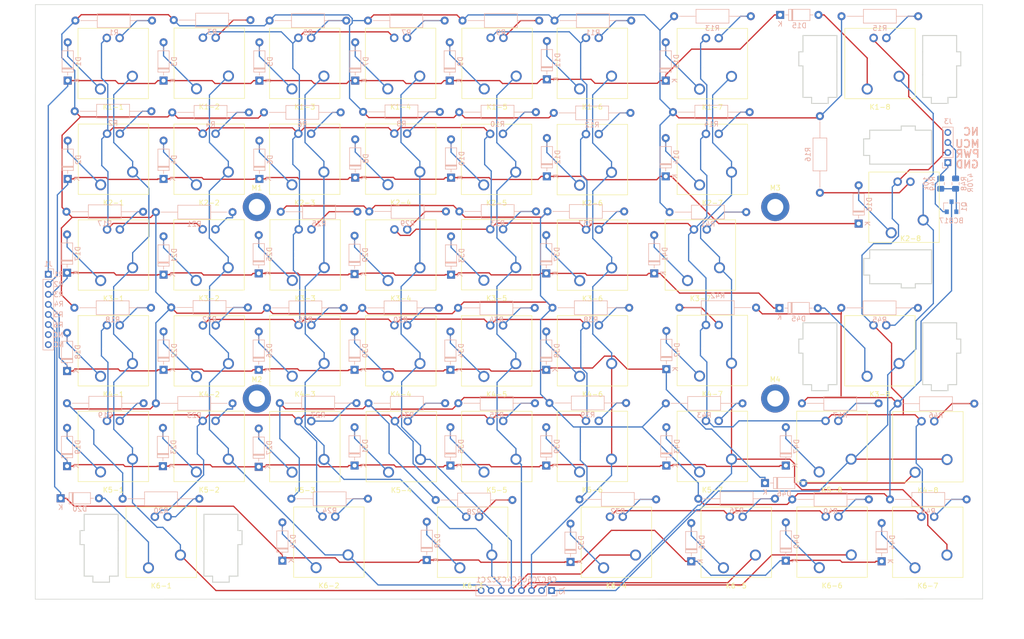
<source format=kicad_pcb>
(kicad_pcb (version 20171130) (host pcbnew 5.1.5+dfsg1-2build2)
  (layers (0 F.Cu signal) (31 B.Cu signal) (34 B.Paste user) (35 F.Paste user) (36 B.SilkS user) (37 F.SilkS user) (38 B.Mask user) (39 F.Mask user) (44 Edge.Cuts user))
  (net 0 "")
  (net 1 "Net-(K1-1-Pad3)")
  (net 2 "Net-(K1-2-Pad3)")
  (net 3 "Net-(K1-3-Pad3)")
  (net 4 "Net-(K1-4-Pad3)")
  (net 5 "Net-(K1-5-Pad3)")
  (net 6 "Net-(K1-6-Pad3)")
  (net 7 "Net-(K1-7-Pad3)")
  (net 8 "Net-(K1-8-Pad3)")
  (net 9 "Net-(K2-1-Pad3)")
  (net 10 "Net-(K2-2-Pad3)")
  (net 11 "Net-(K2-3-Pad3)")
  (net 12 "Net-(K2-4-Pad3)")
  (net 13 "Net-(K2-5-Pad3)")
  (net 14 "Net-(K2-7-Pad3)")
  (net 15 "Net-(K2-8-Pad3)")
  (net 16 "Net-(K2-6-Pad3)")
  (net 17 "Net-(D1-Pad2)")
  (net 18 ROW1)
  (net 19 "Net-(D2-Pad2)")
  (net 20 ROW2)
  (net 21 "Net-(D3-Pad2)")
  (net 22 "Net-(D4-Pad2)")
  (net 23 "Net-(D5-Pad2)")
  (net 24 "Net-(D6-Pad2)")
  (net 25 "Net-(D7-Pad2)")
  (net 26 "Net-(D8-Pad2)")
  (net 27 "Net-(D9-Pad2)")
  (net 28 "Net-(D10-Pad2)")
  (net 29 "Net-(D11-Pad2)")
  (net 30 "Net-(D12-Pad2)")
  (net 31 "Net-(D13-Pad2)")
  (net 32 "Net-(D14-Pad2)")
  (net 33 "Net-(D15-Pad2)")
  (net 34 "Net-(D16-Pad2)")
  (net 35 LED1-GND)
  (net 36 LED1-PWR)
  (net 37 "Net-(D17-Pad2)")
  (net 38 ROW3)
  (net 39 "Net-(D18-Pad2)")
  (net 40 ROW4)
  (net 41 "Net-(D19-Pad2)")
  (net 42 ROW5)
  (net 43 "Net-(D20-Pad2)")
  (net 44 ROW6)
  (net 45 "Net-(D21-Pad2)")
  (net 46 "Net-(D22-Pad2)")
  (net 47 "Net-(D23-Pad2)")
  (net 48 "Net-(D24-Pad2)")
  (net 49 "Net-(D25-Pad2)")
  (net 50 "Net-(D26-Pad2)")
  (net 51 "Net-(D27-Pad2)")
  (net 52 "Net-(D28-Pad2)")
  (net 53 "Net-(D29-Pad2)")
  (net 54 "Net-(D30-Pad2)")
  (net 55 "Net-(D31-Pad2)")
  (net 56 "Net-(D32-Pad2)")
  (net 57 "Net-(D33-Pad2)")
  (net 58 "Net-(D34-Pad2)")
  (net 59 "Net-(D35-Pad2)")
  (net 60 "Net-(D36-Pad2)")
  (net 61 "Net-(D37-Pad2)")
  (net 62 "Net-(D38-Pad2)")
  (net 63 "Net-(D39-Pad2)")
  (net 64 "Net-(D40-Pad2)")
  (net 65 "Net-(D41-Pad2)")
  (net 66 "Net-(D42-Pad2)")
  (net 67 "Net-(D43-Pad2)")
  (net 68 "Net-(D44-Pad2)")
  (net 69 "Net-(D45-Pad2)")
  (net 70 "Net-(D46-Pad2)")
  (net 71 "Net-(D47-Pad2)")
  (net 72 "Net-(K3-1-Pad3)")
  (net 73 "Net-(K3-2-Pad3)")
  (net 74 "Net-(K3-3-Pad3)")
  (net 75 "Net-(K3-4-Pad3)")
  (net 76 "Net-(K3-5-Pad3)")
  (net 77 "Net-(K3-6-Pad3)")
  (net 78 "Net-(K3-7-Pad3)")
  (net 79 "Net-(K3-8-Pad3)")
  (net 80 "Net-(K4-1-Pad3)")
  (net 81 "Net-(K4-2-Pad3)")
  (net 82 "Net-(K4-3-Pad3)")
  (net 83 "Net-(K4-4-Pad3)")
  (net 84 "Net-(K4-5-Pad3)")
  (net 85 "Net-(K4-6-Pad3)")
  (net 86 "Net-(K4-7-Pad3)")
  (net 87 "Net-(K4-8-Pad3)")
  (net 88 "Net-(K5-1-Pad3)")
  (net 89 "Net-(K5-2-Pad3)")
  (net 90 "Net-(K5-3-Pad3)")
  (net 91 "Net-(K5-4-Pad3)")
  (net 92 "Net-(K5-5-Pad3)")
  (net 93 "Net-(K5-6-Pad3)")
  (net 94 "Net-(K5-7-Pad3)")
  (net 95 "Net-(K5-8-Pad3)")
  (net 96 "Net-(K6-1-Pad3)")
  (net 97 "Net-(K6-2-Pad3)")
  (net 98 "Net-(K6-3-Pad3)")
  (net 99 "Net-(K6-4-Pad3)")
  (net 100 "Net-(K6-5-Pad3)")
  (net 101 "Net-(K6-6-Pad3)")
  (net 102 "Net-(K6-7-Pad3)")
  (net 103 COL1)
  (net 104 COL2)
  (net 105 COL3)
  (net 106 COL4)
  (net 107 COL5)
  (net 108 COL6)
  (net 109 COL7)
  (net 110 COL8)
  (net 111 GND)
  (net 112 "Net-(Q1-Pad1)")
  (net 113 MCU)
  (module MountingHole:MountingHole_3.2mm_M3_DIN965_Pad (layer F.Cu) (at 87.8891 87.8738)
    (fp_text reference M1 (at 0 -3.8) (layer F.SilkS))
    (fp_text value MountingHole_3.2mm_M3_DIN965_Pad)
    (pad 1 thru_hole circle (at 0 0) (size 5.6 5.6) (drill 3.2) (layers *.Cu *.Mask))
  )
  (module MountingHole:MountingHole_3.2mm_M3_DIN965_Pad (layer F.Cu) (at 87.8891 125.994)
    (fp_text reference M2 (at 0 -3.8) (layer F.SilkS))
    (fp_text value MountingHole_3.2mm_M3_DIN965_Pad)
    (pad 2 thru_hole circle (at 0 0) (size 5.6 5.6) (drill 3.2) (layers *.Cu *.Mask))
  )
  (module MountingHole:MountingHole_3.2mm_M3_DIN965_Pad (layer F.Cu) (at 190.932 125.984)
    (fp_text reference M4 (at 0 -3.8) (layer F.SilkS))
    (fp_text value MountingHole_3.2mm_M3_DIN965_Pad)
    (pad 4 thru_hole circle (at 0 0) (size 5.6 5.6) (drill 3.2) (layers *.Cu *.Mask))
  )
  (module MountingHole:MountingHole_3.2mm_M3_DIN965_Pad (layer F.Cu) (at 190.942 87.8789)
    (fp_text reference M3 (at 0 -3.8) (layer F.SilkS))
    (fp_text value MountingHole_3.2mm_M3_DIN965_Pad)
    (pad 3 thru_hole circle (at 0 0) (size 5.6 5.6) (drill 3.2) (layers *.Cu *.Mask))
  )
  (module MXfoot:CherryMX_1.50u_PCB_LED (layer F.Cu) (at 178.435 78.4098 180)
    (fp_text reference K2-7 (at 0 -8.6625) (layer F.SilkS))
    (fp_text value CherryMX_LED)
    (pad 4 thru_hole circle (at 1.27 5.08 180) (size 1.6906 1.6906) (drill 0.9906) (layers *.Cu *.Mask) (net 36 LED1-PWR))
    (pad 3 thru_hole circle (at -1.27 5.08 180) (size 1.6906 1.6906) (drill 0.9906) (layers *.Cu *.Mask) (net 14 "Net-(K2-7-Pad3)"))
    (pad 2 thru_hole circle (at 2.54 -5.08 180) (size 2.2 2.2) (drill 1.5) (layers *.Cu *.Mask) (net 32 "Net-(D14-Pad2)"))
    (pad 1 thru_hole circle (at -3.81 -2.54 180) (size 2.2 2.2) (drill 1.5) (layers *.Cu *.Mask) (net 109 COL7))
    (pad "" np_thru_hole circle (at 5.08 0 180) (size 1.75 1.75) (drill 1.75) (layers *.Cu *.Mask))
    (pad "" np_thru_hole circle (at -5.08 0 180) (size 1.75 1.75) (drill 1.75) (layers *.Cu *.Mask))
    (pad "" np_thru_hole circle (at 0 0 180) (size 4 4) (drill 4) (layers *.Cu *.Mask))
  )
  (module MXfoot:CherryMX_1.25u_PCB_LED (layer F.Cu) (at 176.047 97.4344 180)
    (fp_text reference K3-7 (at 0 -8.6625) (layer F.SilkS))
    (fp_text value CherryMX_LED)
    (pad 4 thru_hole circle (at 1.27 5.08 180) (size 1.6906 1.6906) (drill 0.9906) (layers *.Cu *.Mask) (net 36 LED1-PWR))
    (pad 3 thru_hole circle (at -1.27 5.08 180) (size 1.6906 1.6906) (drill 0.9906) (layers *.Cu *.Mask) (net 78 "Net-(K3-7-Pad3)"))
    (pad 2 thru_hole circle (at 2.54 -5.08 180) (size 2.2 2.2) (drill 1.5) (layers *.Cu *.Mask) (net 65 "Net-(D41-Pad2)"))
    (pad 1 thru_hole circle (at -3.81 -2.54 180) (size 2.2 2.2) (drill 1.5) (layers *.Cu *.Mask) (net 109 COL7))
    (pad "" np_thru_hole circle (at 5.08 0 180) (size 1.75 1.75) (drill 1.75) (layers *.Cu *.Mask))
    (pad "" np_thru_hole circle (at -5.08 0 180) (size 1.75 1.75) (drill 1.75) (layers *.Cu *.Mask))
    (pad "" np_thru_hole circle (at 0 0 180) (size 4 4) (drill 4) (layers *.Cu *.Mask))
  )
  (module Connector_PinHeader_2.00mm:PinHeader_1x04_P2.00mm_Vertical (layer B.Cu) (at 225.243 79.0524)
    (fp_text reference J3 (at 0.1016 -8.2042) (layer B.SilkS) (effects (justify mirror)))
    (fp_text value Conn_01x04_MountingPin)
    (pad 4 thru_hole oval (at 0 -6) (size 1.35 1.35) (drill 0.8) (layers *.Cu *.Mask))
    (pad 3 thru_hole oval (at 0 -4) (size 1.35 1.35) (drill 0.8) (layers *.Cu *.Mask) (net 113 MCU))
    (pad 2 thru_hole oval (at 0 -2) (size 1.35 1.35) (drill 0.8) (layers *.Cu *.Mask) (net 36 LED1-PWR))
    (pad 1 thru_hole rect (at 0 0) (size 1.35 1.35) (drill 0.8) (layers *.Cu *.Mask) (net 111 GND))
  )
  (module Resistor_SMD:R_0805_2012Metric_Pad1.15x1.40mm_HandSolder (layer B.Cu) (at 223.833 83.2326 270)
    (fp_text reference R49 (at 0 1.65 270) (layer B.SilkS) (effects (justify mirror)))
    (fp_text value 10k)
    (pad 2 smd roundrect (at 1.025 0 270) (size 1.15 1.4) (layers B.Cu B.Paste B.Mask) (roundrect_rratio 0.217391) (net 112 "Net-(Q1-Pad1)"))
    (pad 1 smd roundrect (at -1.025 0 270) (size 1.15 1.4) (layers B.Cu B.Paste B.Mask) (roundrect_rratio 0.217391) (net 111 GND))
  )
  (module Resistor_SMD:R_0805_2012Metric_Pad1.15x1.40mm_HandSolder (layer B.Cu) (at 226.783 83.2326 90)
    (fp_text reference R48 (at 0 1.65 270) (layer B.SilkS) (effects (justify mirror)))
    (fp_text value 470R)
    (pad 2 smd roundrect (at 1.025 0 90) (size 1.15 1.4) (layers B.Cu B.Paste B.Mask) (roundrect_rratio 0.217391) (net 113 MCU))
    (pad 1 smd roundrect (at -1.025 0 90) (size 1.15 1.4) (layers B.Cu B.Paste B.Mask) (roundrect_rratio 0.217391) (net 112 "Net-(Q1-Pad1)"))
  )
  (module Package_TO_SOT_SMD:SOT-23 (layer B.Cu) (at 225.983 87.8326 90)
    (fp_text reference Q1 (at 0 2.5 -90) (layer B.SilkS) (effects (justify mirror)))
    (fp_text value BC817)
    (pad 3 smd rect (at 1 0 90) (size 0.9 0.8) (layers B.Cu B.Paste B.Mask) (net 35 LED1-GND))
    (pad 2 smd rect (at -1 -0.95 90) (size 0.9 0.8) (layers B.Cu B.Paste B.Mask) (net 111 GND))
    (pad 1 smd rect (at -1 0.95 90) (size 0.9 0.8) (layers B.Cu B.Paste B.Mask) (net 112 "Net-(Q1-Pad1)"))
  )
  (module Connector_PinHeader_2.00mm:PinHeader_1x08_P2.00mm_Vertical (layer B.Cu) (at 146.482 164.186 90)
    (fp_text reference J2 (at 0 2.06 -90) (layer B.SilkS) (effects (justify mirror)))
    (fp_text value Conn_01x08_MountingPin)
    (pad 8 thru_hole oval (at 0 -14 90) (size 1.35 1.35) (drill 0.8) (layers *.Cu *.Mask) (net 103 COL1))
    (pad 7 thru_hole oval (at 0 -12 90) (size 1.35 1.35) (drill 0.8) (layers *.Cu *.Mask) (net 104 COL2))
    (pad 6 thru_hole oval (at 0 -10 90) (size 1.35 1.35) (drill 0.8) (layers *.Cu *.Mask) (net 105 COL3))
    (pad 5 thru_hole oval (at 0 -8 90) (size 1.35 1.35) (drill 0.8) (layers *.Cu *.Mask) (net 106 COL4))
    (pad 4 thru_hole oval (at 0 -6 90) (size 1.35 1.35) (drill 0.8) (layers *.Cu *.Mask) (net 107 COL5))
    (pad 3 thru_hole oval (at 0 -4 90) (size 1.35 1.35) (drill 0.8) (layers *.Cu *.Mask) (net 108 COL6))
    (pad 2 thru_hole oval (at 0 -2 90) (size 1.35 1.35) (drill 0.8) (layers *.Cu *.Mask) (net 109 COL7))
    (pad 1 thru_hole rect (at 0 0 90) (size 1.35 1.35) (drill 0.8) (layers *.Cu *.Mask) (net 110 COL8))
  )
  (module Connector_PinHeader_2.00mm:PinHeader_1x08_P2.00mm_Vertical (layer B.Cu) (at 46.4312 101.27 180)
    (fp_text reference J1 (at 0 2.06) (layer B.SilkS) (effects (justify mirror)))
    (fp_text value Conn_01x08_MountingPin)
    (pad 8 thru_hole oval (at 0 -14 180) (size 1.35 1.35) (drill 0.8) (layers *.Cu *.Mask))
    (pad 7 thru_hole oval (at 0 -12 180) (size 1.35 1.35) (drill 0.8) (layers *.Cu *.Mask))
    (pad 6 thru_hole oval (at 0 -10 180) (size 1.35 1.35) (drill 0.8) (layers *.Cu *.Mask) (net 44 ROW6))
    (pad 5 thru_hole oval (at 0 -8 180) (size 1.35 1.35) (drill 0.8) (layers *.Cu *.Mask) (net 42 ROW5))
    (pad 4 thru_hole oval (at 0 -6 180) (size 1.35 1.35) (drill 0.8) (layers *.Cu *.Mask) (net 40 ROW4))
    (pad 3 thru_hole oval (at 0 -4 180) (size 1.35 1.35) (drill 0.8) (layers *.Cu *.Mask) (net 38 ROW3))
    (pad 2 thru_hole oval (at 0 -2 180) (size 1.35 1.35) (drill 0.8) (layers *.Cu *.Mask) (net 20 ROW2))
    (pad 1 thru_hole rect (at 0 0 180) (size 1.35 1.35) (drill 0.8) (layers *.Cu *.Mask) (net 18 ROW1))
  )
  (module MXfoot:CherryMX_1.00u_PCB_LED (layer F.Cu) (at 221.259 154.584 180)
    (fp_text reference K6-7 (at 0 -8.6625) (layer F.SilkS))
    (fp_text value CherryMX_LED)
    (pad 4 thru_hole circle (at 1.27 5.08 180) (size 1.6906 1.6906) (drill 0.9906) (layers *.Cu *.Mask) (net 36 LED1-PWR))
    (pad 3 thru_hole circle (at -1.27 5.08 180) (size 1.6906 1.6906) (drill 0.9906) (layers *.Cu *.Mask) (net 102 "Net-(K6-7-Pad3)"))
    (pad 2 thru_hole circle (at 2.54 -5.08 180) (size 2.2 2.2) (drill 1.5) (layers *.Cu *.Mask) (net 68 "Net-(D44-Pad2)"))
    (pad 1 thru_hole circle (at -3.81 -2.54 180) (size 2.2 2.2) (drill 1.5) (layers *.Cu *.Mask) (net 109 COL7))
    (pad "" np_thru_hole circle (at 5.08 0 180) (size 1.75 1.75) (drill 1.75) (layers *.Cu *.Mask))
    (pad "" np_thru_hole circle (at -5.08 0 180) (size 1.75 1.75) (drill 1.75) (layers *.Cu *.Mask))
    (pad "" np_thru_hole circle (at 0 0 180) (size 4 4) (drill 4) (layers *.Cu *.Mask))
  )
  (module MXfoot:CherryMX_1.50u_PCB_LED (layer F.Cu) (at 159.36 154.584 180)
    (fp_text reference K6-4 (at 0 -8.6625) (layer F.SilkS))
    (fp_text value CherryMX_LED)
    (pad 4 thru_hole circle (at 1.27 5.08 180) (size 1.6906 1.6906) (drill 0.9906) (layers *.Cu *.Mask) (net 36 LED1-PWR))
    (pad 3 thru_hole circle (at -1.27 5.08 180) (size 1.6906 1.6906) (drill 0.9906) (layers *.Cu *.Mask) (net 99 "Net-(K6-4-Pad3)"))
    (pad 2 thru_hole circle (at 2.54 -5.08 180) (size 2.2 2.2) (drill 1.5) (layers *.Cu *.Mask) (net 56 "Net-(D32-Pad2)"))
    (pad 1 thru_hole circle (at -3.81 -2.54 180) (size 2.2 2.2) (drill 1.5) (layers *.Cu *.Mask) (net 106 COL4))
    (pad "" np_thru_hole circle (at 5.08 0 180) (size 1.75 1.75) (drill 1.75) (layers *.Cu *.Mask))
    (pad "" np_thru_hole circle (at -5.08 0 180) (size 1.75 1.75) (drill 1.75) (layers *.Cu *.Mask))
    (pad "" np_thru_hole circle (at 0 0 180) (size 4 4) (drill 4) (layers *.Cu *.Mask))
  )
  (module MXfoot:CherryMX_1.50u_PCB_LED (layer F.Cu) (at 130.785 154.584 180)
    (fp_text reference K6-3 (at 0 -8.6625) (layer F.SilkS))
    (fp_text value CherryMX_LED)
    (pad 4 thru_hole circle (at 1.27 5.08 180) (size 1.6906 1.6906) (drill 0.9906) (layers *.Cu *.Mask) (net 36 LED1-PWR))
    (pad 3 thru_hole circle (at -1.27 5.08 180) (size 1.6906 1.6906) (drill 0.9906) (layers *.Cu *.Mask) (net 98 "Net-(K6-3-Pad3)"))
    (pad 2 thru_hole circle (at 2.54 -5.08 180) (size 2.2 2.2) (drill 1.5) (layers *.Cu *.Mask) (net 52 "Net-(D28-Pad2)"))
    (pad 1 thru_hole circle (at -3.81 -2.54 180) (size 2.2 2.2) (drill 1.5) (layers *.Cu *.Mask) (net 105 COL3))
    (pad "" np_thru_hole circle (at 5.08 0 180) (size 1.75 1.75) (drill 1.75) (layers *.Cu *.Mask))
    (pad "" np_thru_hole circle (at -5.08 0 180) (size 1.75 1.75) (drill 1.75) (layers *.Cu *.Mask))
    (pad "" np_thru_hole circle (at 0 0 180) (size 4 4) (drill 4) (layers *.Cu *.Mask))
  )
  (module MXfoot:CherryMX_1.50u_PCB_LED (layer F.Cu) (at 102.21 154.559 180)
    (fp_text reference K6-2 (at 0 -8.6625) (layer F.SilkS))
    (fp_text value CherryMX_LED)
    (pad 4 thru_hole circle (at 1.27 5.08 180) (size 1.6906 1.6906) (drill 0.9906) (layers *.Cu *.Mask) (net 36 LED1-PWR))
    (pad 3 thru_hole circle (at -1.27 5.08 180) (size 1.6906 1.6906) (drill 0.9906) (layers *.Cu *.Mask) (net 97 "Net-(K6-2-Pad3)"))
    (pad 2 thru_hole circle (at 2.54 -5.08 180) (size 2.2 2.2) (drill 1.5) (layers *.Cu *.Mask) (net 48 "Net-(D24-Pad2)"))
    (pad 1 thru_hole circle (at -3.81 -2.54 180) (size 2.2 2.2) (drill 1.5) (layers *.Cu *.Mask) (net 104 COL2))
    (pad "" np_thru_hole circle (at 5.08 0 180) (size 1.75 1.75) (drill 1.75) (layers *.Cu *.Mask))
    (pad "" np_thru_hole circle (at -5.08 0 180) (size 1.75 1.75) (drill 1.75) (layers *.Cu *.Mask))
    (pad "" np_thru_hole circle (at 0 0 180) (size 4 4) (drill 4) (layers *.Cu *.Mask))
  )
  (module MXfoot:CherryMX_2.00u_PCB_LED (layer F.Cu) (at 68.8848 154.584 180)
    (fp_text reference K6-1 (at 0 -8.6625) (layer F.SilkS))
    (fp_text value CherryMX_LED)
    (pad 4 thru_hole circle (at 1.27 5.08 180) (size 1.6906 1.6906) (drill 0.9906) (layers *.Cu *.Mask) (net 36 LED1-PWR))
    (pad 3 thru_hole circle (at -1.27 5.08 180) (size 1.6906 1.6906) (drill 0.9906) (layers *.Cu *.Mask) (net 96 "Net-(K6-1-Pad3)"))
    (pad 2 thru_hole circle (at 2.54 -5.08 180) (size 2.2 2.2) (drill 1.5) (layers *.Cu *.Mask) (net 43 "Net-(D20-Pad2)"))
    (pad 1 thru_hole circle (at -3.81 -2.54 180) (size 2.2 2.2) (drill 1.5) (layers *.Cu *.Mask) (net 103 COL1))
    (pad "" np_thru_hole circle (at 5.08 0 180) (size 1.75 1.75) (drill 1.75) (layers *.Cu *.Mask))
    (pad "" np_thru_hole circle (at -5.08 0 180) (size 1.75 1.75) (drill 1.75) (layers *.Cu *.Mask))
    (pad "" np_thru_hole circle (at 0 0 180) (size 4 4) (drill 4) (layers *.Cu *.Mask))
  )
  (module MXfoot:CherryMX_1.00u_PCB_LED (layer F.Cu) (at 202.209 135.509 180)
    (fp_text reference K5-8 (at 0 -8.6625) (layer F.SilkS))
    (fp_text value CherryMX_LED)
    (pad 4 thru_hole circle (at 1.27 5.08 180) (size 1.6906 1.6906) (drill 0.9906) (layers *.Cu *.Mask) (net 36 LED1-PWR))
    (pad 3 thru_hole circle (at -1.27 5.08 180) (size 1.6906 1.6906) (drill 0.9906) (layers *.Cu *.Mask) (net 95 "Net-(K5-8-Pad3)"))
    (pad 2 thru_hole circle (at 2.54 -5.08 180) (size 2.2 2.2) (drill 1.5) (layers *.Cu *.Mask) (net 71 "Net-(D47-Pad2)"))
    (pad 1 thru_hole circle (at -3.81 -2.54 180) (size 2.2 2.2) (drill 1.5) (layers *.Cu *.Mask) (net 110 COL8))
    (pad "" np_thru_hole circle (at 5.08 0 180) (size 1.75 1.75) (drill 1.75) (layers *.Cu *.Mask))
    (pad "" np_thru_hole circle (at -5.08 0 180) (size 1.75 1.75) (drill 1.75) (layers *.Cu *.Mask))
    (pad "" np_thru_hole circle (at 0 0 180) (size 4 4) (drill 4) (layers *.Cu *.Mask))
  )
  (module MXfoot:CherryMX_2.00u_PCB_LED (layer F.Cu) (at 221.285 135.585 180)
    (fp_text reference K4-8 (at 0 -8.6625) (layer F.SilkS))
    (fp_text value CherryMX_LED)
    (pad 4 thru_hole circle (at 1.27 5.08 180) (size 1.6906 1.6906) (drill 0.9906) (layers *.Cu *.Mask) (net 36 LED1-PWR))
    (pad 3 thru_hole circle (at -1.27 5.08 180) (size 1.6906 1.6906) (drill 0.9906) (layers *.Cu *.Mask) (net 87 "Net-(K4-8-Pad3)"))
    (pad 2 thru_hole circle (at 2.54 -5.08 180) (size 2.2 2.2) (drill 1.5) (layers *.Cu *.Mask) (net 70 "Net-(D46-Pad2)"))
    (pad 1 thru_hole circle (at -3.81 -2.54 180) (size 2.2 2.2) (drill 1.5) (layers *.Cu *.Mask) (net 110 COL8))
    (pad "" np_thru_hole circle (at 5.08 0 180) (size 1.75 1.75) (drill 1.75) (layers *.Cu *.Mask))
    (pad "" np_thru_hole circle (at -5.08 0 180) (size 1.75 1.75) (drill 1.75) (layers *.Cu *.Mask))
    (pad "" np_thru_hole circle (at 0 0 180) (size 4 4) (drill 4) (layers *.Cu *.Mask))
  )
  (module MXfoot:CherryMX_1.00u_PCB_LED (layer F.Cu) (at 211.734 116.484 180)
    (fp_text reference K3-8 (at 0 -8.6625) (layer F.SilkS))
    (fp_text value CherryMX_LED)
    (pad 4 thru_hole circle (at 1.27 5.08 180) (size 1.6906 1.6906) (drill 0.9906) (layers *.Cu *.Mask) (net 36 LED1-PWR))
    (pad 3 thru_hole circle (at -1.27 5.08 180) (size 1.6906 1.6906) (drill 0.9906) (layers *.Cu *.Mask) (net 79 "Net-(K3-8-Pad3)"))
    (pad 2 thru_hole circle (at 2.54 -5.08 180) (size 2.2 2.2) (drill 1.5) (layers *.Cu *.Mask) (net 69 "Net-(D45-Pad2)"))
    (pad 1 thru_hole circle (at -3.81 -2.54 180) (size 2.2 2.2) (drill 1.5) (layers *.Cu *.Mask) (net 110 COL8))
    (pad "" np_thru_hole circle (at 5.08 0 180) (size 1.75 1.75) (drill 1.75) (layers *.Cu *.Mask))
    (pad "" np_thru_hole circle (at -5.08 0 180) (size 1.75 1.75) (drill 1.75) (layers *.Cu *.Mask))
    (pad "" np_thru_hole circle (at 0 0 180) (size 4 4) (drill 4) (layers *.Cu *.Mask))
  )
  (module Resistor_THT:R_Axial_DIN0207_L6.3mm_D2.5mm_P15.24mm_Horizontal (layer B.Cu) (at 204.064 107.95)
    (fp_text reference R45 (at 7.62 2.37) (layer B.SilkS) (effects (justify mirror)))
    (fp_text value R)
    (pad 2 thru_hole oval (at 15.24 0) (size 1.6 1.6) (drill 0.8) (layers *.Cu *.Mask) (net 79 "Net-(K3-8-Pad3)"))
    (pad 1 thru_hole circle (at 0 0) (size 1.6 1.6) (drill 0.8) (layers *.Cu *.Mask) (net 35 LED1-GND))
  )
  (module Diode_THT:D_DO-35_SOD27_P7.62mm_Horizontal (layer B.Cu) (at 191.778 107.996)
    (fp_text reference D45 (at 3.81 2.12) (layer B.SilkS) (effects (justify mirror)))
    (fp_text value 1N4148)
    (fp_text user K (at 0 1.8) (layer B.SilkS) (effects (justify mirror)))
    (pad 2 thru_hole oval (at 7.62 0) (size 1.6 1.6) (drill 0.8) (layers *.Cu *.Mask) (net 69 "Net-(D45-Pad2)"))
    (pad 1 thru_hole rect (at 0 0) (size 1.6 1.6) (drill 0.8) (layers *.Cu *.Mask) (net 38 ROW3))
  )
  (module Resistor_THT:R_Axial_DIN0207_L6.3mm_D2.5mm_P15.24mm_Horizontal (layer B.Cu) (at 196.24 126.949)
    (fp_text reference R47 (at 7.62 2.37) (layer B.SilkS) (effects (justify mirror)))
    (fp_text value R)
    (pad 2 thru_hole oval (at 15.24 0) (size 1.6 1.6) (drill 0.8) (layers *.Cu *.Mask) (net 95 "Net-(K5-8-Pad3)"))
    (pad 1 thru_hole circle (at 0 0) (size 1.6 1.6) (drill 0.8) (layers *.Cu *.Mask) (net 35 LED1-GND))
  )
  (module Resistor_THT:R_Axial_DIN0207_L6.3mm_D2.5mm_P15.24mm_Horizontal (layer B.Cu) (at 215.265 127)
    (fp_text reference R46 (at 7.62 2.37) (layer B.SilkS) (effects (justify mirror)))
    (fp_text value R)
    (pad 2 thru_hole oval (at 15.24 0) (size 1.6 1.6) (drill 0.8) (layers *.Cu *.Mask) (net 87 "Net-(K4-8-Pad3)"))
    (pad 1 thru_hole circle (at 0 0) (size 1.6 1.6) (drill 0.8) (layers *.Cu *.Mask) (net 35 LED1-GND))
  )
  (module Resistor_THT:R_Axial_DIN0207_L6.3mm_D2.5mm_P15.24mm_Horizontal (layer B.Cu) (at 213.741 146.05)
    (fp_text reference R44 (at 7.62 2.37) (layer B.SilkS) (effects (justify mirror)))
    (fp_text value R)
    (pad 2 thru_hole oval (at 15.24 0) (size 1.6 1.6) (drill 0.8) (layers *.Cu *.Mask) (net 102 "Net-(K6-7-Pad3)"))
    (pad 1 thru_hole circle (at 0 0) (size 1.6 1.6) (drill 0.8) (layers *.Cu *.Mask) (net 35 LED1-GND))
  )
  (module Resistor_THT:R_Axial_DIN0207_L6.3mm_D2.5mm_P15.24mm_Horizontal (layer B.Cu) (at 169.189 126.949)
    (fp_text reference R43 (at 7.62 2.37) (layer B.SilkS) (effects (justify mirror)))
    (fp_text value R)
    (pad 2 thru_hole oval (at 15.24 0) (size 1.6 1.6) (drill 0.8) (layers *.Cu *.Mask) (net 94 "Net-(K5-7-Pad3)"))
    (pad 1 thru_hole circle (at 0 0) (size 1.6 1.6) (drill 0.8) (layers *.Cu *.Mask) (net 35 LED1-GND))
  )
  (module Resistor_THT:R_Axial_DIN0207_L6.3mm_D2.5mm_P15.24mm_Horizontal (layer B.Cu) (at 187.122 107.899 180)
    (fp_text reference R42 (at 7.62 2.37) (layer B.SilkS) (effects (justify mirror)))
    (fp_text value R)
    (pad 2 thru_hole oval (at 15.24 0 180) (size 1.6 1.6) (drill 0.8) (layers *.Cu *.Mask) (net 86 "Net-(K4-7-Pad3)"))
    (pad 1 thru_hole circle (at 0 0 180) (size 1.6 1.6) (drill 0.8) (layers *.Cu *.Mask) (net 35 LED1-GND))
  )
  (module Resistor_THT:R_Axial_DIN0207_L6.3mm_D2.5mm_P15.24mm_Horizontal (layer B.Cu) (at 169.926 88.9)
    (fp_text reference R41 (at 7.62 2.37) (layer B.SilkS) (effects (justify mirror)))
    (fp_text value R)
    (pad 2 thru_hole oval (at 15.24 0) (size 1.6 1.6) (drill 0.8) (layers *.Cu *.Mask) (net 78 "Net-(K3-7-Pad3)"))
    (pad 1 thru_hole circle (at 0 0) (size 1.6 1.6) (drill 0.8) (layers *.Cu *.Mask) (net 35 LED1-GND))
  )
  (module Resistor_THT:R_Axial_DIN0207_L6.3mm_D2.5mm_P15.24mm_Horizontal (layer B.Cu) (at 194.31 146.05)
    (fp_text reference R40 (at 7.62 2.37) (layer B.SilkS) (effects (justify mirror)))
    (fp_text value R)
    (pad 2 thru_hole oval (at 15.24 0) (size 1.6 1.6) (drill 0.8) (layers *.Cu *.Mask) (net 101 "Net-(K6-6-Pad3)"))
    (pad 1 thru_hole circle (at 0 0) (size 1.6 1.6) (drill 0.8) (layers *.Cu *.Mask) (net 35 LED1-GND))
  )
  (module Resistor_THT:R_Axial_DIN0207_L6.3mm_D2.5mm_P15.24mm_Horizontal (layer B.Cu) (at 146.05 126.873)
    (fp_text reference R39 (at 7.62 2.37) (layer B.SilkS) (effects (justify mirror)))
    (fp_text value R)
    (pad 2 thru_hole oval (at 15.24 0) (size 1.6 1.6) (drill 0.8) (layers *.Cu *.Mask) (net 93 "Net-(K5-6-Pad3)"))
    (pad 1 thru_hole circle (at 0 0) (size 1.6 1.6) (drill 0.8) (layers *.Cu *.Mask) (net 35 LED1-GND))
  )
  (module Resistor_THT:R_Axial_DIN0207_L6.3mm_D2.5mm_P15.24mm_Horizontal (layer B.Cu) (at 146.66 107.925)
    (fp_text reference R38 (at 7.62 2.37) (layer B.SilkS) (effects (justify mirror)))
    (fp_text value R)
    (pad 2 thru_hole oval (at 15.24 0) (size 1.6 1.6) (drill 0.8) (layers *.Cu *.Mask) (net 85 "Net-(K4-6-Pad3)"))
    (pad 1 thru_hole circle (at 0 0) (size 1.6 1.6) (drill 0.8) (layers *.Cu *.Mask) (net 35 LED1-GND))
  )
  (module Resistor_THT:R_Axial_DIN0207_L6.3mm_D2.5mm_P15.24mm_Horizontal (layer B.Cu) (at 145.669 88.773)
    (fp_text reference R37 (at 7.62 2.37) (layer B.SilkS) (effects (justify mirror)))
    (fp_text value R)
    (pad 2 thru_hole oval (at 15.24 0) (size 1.6 1.6) (drill 0.8) (layers *.Cu *.Mask) (net 77 "Net-(K3-6-Pad3)"))
    (pad 1 thru_hole circle (at 0 0) (size 1.6 1.6) (drill 0.8) (layers *.Cu *.Mask) (net 35 LED1-GND))
  )
  (module Resistor_THT:R_Axial_DIN0207_L6.3mm_D2.5mm_P15.24mm_Horizontal (layer B.Cu) (at 175.641 145.923)
    (fp_text reference R36 (at 7.62 2.37) (layer B.SilkS) (effects (justify mirror)))
    (fp_text value R)
    (pad 2 thru_hole oval (at 15.24 0) (size 1.6 1.6) (drill 0.8) (layers *.Cu *.Mask) (net 100 "Net-(K6-5-Pad3)"))
    (pad 1 thru_hole circle (at 0 0) (size 1.6 1.6) (drill 0.8) (layers *.Cu *.Mask) (net 35 LED1-GND))
  )
  (module Resistor_THT:R_Axial_DIN0207_L6.3mm_D2.5mm_P15.24mm_Horizontal (layer B.Cu) (at 127.94 126.924)
    (fp_text reference R35 (at 7.62 2.37) (layer B.SilkS) (effects (justify mirror)))
    (fp_text value R)
    (pad 2 thru_hole oval (at 15.24 0) (size 1.6 1.6) (drill 0.8) (layers *.Cu *.Mask) (net 92 "Net-(K5-5-Pad3)"))
    (pad 1 thru_hole circle (at 0 0) (size 1.6 1.6) (drill 0.8) (layers *.Cu *.Mask) (net 35 LED1-GND))
  )
  (module Resistor_THT:R_Axial_DIN0207_L6.3mm_D2.5mm_P15.24mm_Horizontal (layer B.Cu) (at 127.889 107.95)
    (fp_text reference R34 (at 7.62 2.37) (layer B.SilkS) (effects (justify mirror)))
    (fp_text value R)
    (pad 2 thru_hole oval (at 15.24 0) (size 1.6 1.6) (drill 0.8) (layers *.Cu *.Mask) (net 84 "Net-(K4-5-Pad3)"))
    (pad 1 thru_hole circle (at 0 0) (size 1.6 1.6) (drill 0.8) (layers *.Cu *.Mask) (net 35 LED1-GND))
  )
  (module Resistor_THT:R_Axial_DIN0207_L6.3mm_D2.5mm_P15.24mm_Horizontal (layer B.Cu) (at 128.143 88.773)
    (fp_text reference R33 (at 7.62 2.37) (layer B.SilkS) (effects (justify mirror)))
    (fp_text value R)
    (pad 2 thru_hole oval (at 15.24 0) (size 1.6 1.6) (drill 0.8) (layers *.Cu *.Mask) (net 76 "Net-(K3-5-Pad3)"))
    (pad 1 thru_hole circle (at 0 0) (size 1.6 1.6) (drill 0.8) (layers *.Cu *.Mask) (net 35 LED1-GND))
  )
  (module Resistor_THT:R_Axial_DIN0207_L6.3mm_D2.5mm_P15.24mm_Horizontal (layer B.Cu) (at 152.019 146.05)
    (fp_text reference R32 (at 7.62 2.37) (layer B.SilkS) (effects (justify mirror)))
    (fp_text value R)
    (pad 2 thru_hole oval (at 15.24 0) (size 1.6 1.6) (drill 0.8) (layers *.Cu *.Mask) (net 99 "Net-(K6-4-Pad3)"))
    (pad 1 thru_hole circle (at 0 0) (size 1.6 1.6) (drill 0.8) (layers *.Cu *.Mask) (net 35 LED1-GND))
  )
  (module Resistor_THT:R_Axial_DIN0207_L6.3mm_D2.5mm_P15.24mm_Horizontal (layer B.Cu) (at 110.084 126.924)
    (fp_text reference R31 (at 7.62 2.37) (layer B.SilkS) (effects (justify mirror)))
    (fp_text value R)
    (pad 2 thru_hole oval (at 15.24 0) (size 1.6 1.6) (drill 0.8) (layers *.Cu *.Mask) (net 91 "Net-(K5-4-Pad3)"))
    (pad 1 thru_hole circle (at 0 0) (size 1.6 1.6) (drill 0.8) (layers *.Cu *.Mask) (net 35 LED1-GND))
  )
  (module Resistor_THT:R_Axial_DIN0207_L6.3mm_D2.5mm_P15.24mm_Horizontal (layer B.Cu) (at 108.839 107.95)
    (fp_text reference R30 (at 7.62 2.37) (layer B.SilkS) (effects (justify mirror)))
    (fp_text value R)
    (pad 2 thru_hole oval (at 15.24 0) (size 1.6 1.6) (drill 0.8) (layers *.Cu *.Mask) (net 83 "Net-(K4-4-Pad3)"))
    (pad 1 thru_hole circle (at 0 0) (size 1.6 1.6) (drill 0.8) (layers *.Cu *.Mask) (net 35 LED1-GND))
  )
  (module Resistor_THT:R_Axial_DIN0207_L6.3mm_D2.5mm_P15.24mm_Horizontal (layer B.Cu) (at 110.236 88.773)
    (fp_text reference R29 (at 7.62 2.37) (layer B.SilkS) (effects (justify mirror)))
    (fp_text value R)
    (pad 2 thru_hole oval (at 15.24 0) (size 1.6 1.6) (drill 0.8) (layers *.Cu *.Mask) (net 75 "Net-(K3-4-Pad3)"))
    (pad 1 thru_hole circle (at 0 0) (size 1.6 1.6) (drill 0.8) (layers *.Cu *.Mask) (net 35 LED1-GND))
  )
  (module Resistor_THT:R_Axial_DIN0207_L6.3mm_D2.5mm_P15.24mm_Horizontal (layer B.Cu) (at 123.444 146.177)
    (fp_text reference R28 (at 7.62 2.37) (layer B.SilkS) (effects (justify mirror)))
    (fp_text value R)
    (pad 2 thru_hole oval (at 15.24 0) (size 1.6 1.6) (drill 0.8) (layers *.Cu *.Mask) (net 98 "Net-(K6-3-Pad3)"))
    (pad 1 thru_hole circle (at 0 0) (size 1.6 1.6) (drill 0.8) (layers *.Cu *.Mask) (net 35 LED1-GND))
  )
  (module Resistor_THT:R_Axial_DIN0207_L6.3mm_D2.5mm_P15.24mm_Horizontal (layer B.Cu) (at 92.456 126.898)
    (fp_text reference R27 (at 7.62 2.37) (layer B.SilkS) (effects (justify mirror)))
    (fp_text value R)
    (pad 2 thru_hole oval (at 15.24 0) (size 1.6 1.6) (drill 0.8) (layers *.Cu *.Mask) (net 90 "Net-(K5-3-Pad3)"))
    (pad 1 thru_hole circle (at 0 0) (size 1.6 1.6) (drill 0.8) (layers *.Cu *.Mask) (net 35 LED1-GND))
  )
  (module Resistor_THT:R_Axial_DIN0207_L6.3mm_D2.5mm_P15.24mm_Horizontal (layer B.Cu) (at 89.916 107.95)
    (fp_text reference R26 (at 7.62 2.37) (layer B.SilkS) (effects (justify mirror)))
    (fp_text value R)
    (pad 2 thru_hole oval (at 15.24 0) (size 1.6 1.6) (drill 0.8) (layers *.Cu *.Mask) (net 82 "Net-(K4-3-Pad3)"))
    (pad 1 thru_hole circle (at 0 0) (size 1.6 1.6) (drill 0.8) (layers *.Cu *.Mask) (net 35 LED1-GND))
  )
  (module Resistor_THT:R_Axial_DIN0207_L6.3mm_D2.5mm_P15.24mm_Horizontal (layer B.Cu) (at 92.6338 88.8238)
    (fp_text reference R25 (at 7.62 2.37) (layer B.SilkS) (effects (justify mirror)))
    (fp_text value R)
    (pad 2 thru_hole oval (at 15.24 0) (size 1.6 1.6) (drill 0.8) (layers *.Cu *.Mask) (net 74 "Net-(K3-3-Pad3)"))
    (pad 1 thru_hole circle (at 0 0) (size 1.6 1.6) (drill 0.8) (layers *.Cu *.Mask) (net 35 LED1-GND))
  )
  (module Resistor_THT:R_Axial_DIN0207_L6.3mm_D2.5mm_P15.24mm_Horizontal (layer B.Cu) (at 94.742 145.923)
    (fp_text reference R24 (at 7.62 2.37) (layer B.SilkS) (effects (justify mirror)))
    (fp_text value R)
    (pad 2 thru_hole oval (at 15.24 0) (size 1.6 1.6) (drill 0.8) (layers *.Cu *.Mask) (net 97 "Net-(K6-2-Pad3)"))
    (pad 1 thru_hole circle (at 0 0) (size 1.6 1.6) (drill 0.8) (layers *.Cu *.Mask) (net 35 LED1-GND))
  )
  (module Resistor_THT:R_Axial_DIN0207_L6.3mm_D2.5mm_P15.24mm_Horizontal (layer B.Cu) (at 67.818 126.949)
    (fp_text reference R23 (at 7.62 2.37) (layer B.SilkS) (effects (justify mirror)))
    (fp_text value R)
    (pad 2 thru_hole oval (at 15.24 0) (size 1.6 1.6) (drill 0.8) (layers *.Cu *.Mask) (net 89 "Net-(K5-2-Pad3)"))
    (pad 1 thru_hole circle (at 0 0) (size 1.6 1.6) (drill 0.8) (layers *.Cu *.Mask) (net 35 LED1-GND))
  )
  (module Resistor_THT:R_Axial_DIN0207_L6.3mm_D2.5mm_P15.24mm_Horizontal (layer B.Cu) (at 70.866 107.874)
    (fp_text reference R22 (at 7.62 2.37) (layer B.SilkS) (effects (justify mirror)))
    (fp_text value R)
    (pad 2 thru_hole oval (at 15.24 0) (size 1.6 1.6) (drill 0.8) (layers *.Cu *.Mask) (net 81 "Net-(K4-2-Pad3)"))
    (pad 1 thru_hole circle (at 0 0) (size 1.6 1.6) (drill 0.8) (layers *.Cu *.Mask) (net 35 LED1-GND))
  )
  (module Resistor_THT:R_Axial_DIN0207_L6.3mm_D2.5mm_P15.24mm_Horizontal (layer B.Cu) (at 67.818 88.9)
    (fp_text reference R21 (at 7.62 2.37) (layer B.SilkS) (effects (justify mirror)))
    (fp_text value R)
    (pad 2 thru_hole oval (at 15.24 0) (size 1.6 1.6) (drill 0.8) (layers *.Cu *.Mask) (net 73 "Net-(K3-2-Pad3)"))
    (pad 1 thru_hole circle (at 0 0) (size 1.6 1.6) (drill 0.8) (layers *.Cu *.Mask) (net 35 LED1-GND))
  )
  (module Resistor_THT:R_Axial_DIN0207_L6.3mm_D2.5mm_P15.24mm_Horizontal (layer B.Cu) (at 61.214 145.923)
    (fp_text reference R20 (at 7.62 2.37) (layer B.SilkS) (effects (justify mirror)))
    (fp_text value R)
    (pad 2 thru_hole oval (at 15.24 0) (size 1.6 1.6) (drill 0.8) (layers *.Cu *.Mask) (net 96 "Net-(K6-1-Pad3)"))
    (pad 1 thru_hole circle (at 0 0) (size 1.6 1.6) (drill 0.8) (layers *.Cu *.Mask) (net 35 LED1-GND))
  )
  (module Resistor_THT:R_Axial_DIN0207_L6.3mm_D2.5mm_P15.24mm_Horizontal (layer B.Cu) (at 50.1396 126.924)
    (fp_text reference R19 (at 7.62 2.37) (layer B.SilkS) (effects (justify mirror)))
    (fp_text value R)
    (pad 2 thru_hole oval (at 15.24 0) (size 1.6 1.6) (drill 0.8) (layers *.Cu *.Mask) (net 88 "Net-(K5-1-Pad3)"))
    (pad 1 thru_hole circle (at 0 0) (size 1.6 1.6) (drill 0.8) (layers *.Cu *.Mask) (net 35 LED1-GND))
  )
  (module Resistor_THT:R_Axial_DIN0207_L6.3mm_D2.5mm_P15.24mm_Horizontal (layer B.Cu) (at 51.6128 107.925)
    (fp_text reference R18 (at 7.62 2.37) (layer B.SilkS) (effects (justify mirror)))
    (fp_text value R)
    (pad 2 thru_hole oval (at 15.24 0) (size 1.6 1.6) (drill 0.8) (layers *.Cu *.Mask) (net 80 "Net-(K4-1-Pad3)"))
    (pad 1 thru_hole circle (at 0 0) (size 1.6 1.6) (drill 0.8) (layers *.Cu *.Mask) (net 35 LED1-GND))
  )
  (module Resistor_THT:R_Axial_DIN0207_L6.3mm_D2.5mm_P15.24mm_Horizontal (layer B.Cu) (at 50.038 88.8238)
    (fp_text reference R17 (at 7.62 2.37) (layer B.SilkS) (effects (justify mirror)))
    (fp_text value R)
    (pad 2 thru_hole oval (at 15.24 0) (size 1.6 1.6) (drill 0.8) (layers *.Cu *.Mask) (net 72 "Net-(K3-1-Pad3)"))
    (pad 1 thru_hole circle (at 0 0) (size 1.6 1.6) (drill 0.8) (layers *.Cu *.Mask) (net 35 LED1-GND))
  )
  (module MXfoot:CherryMX_1.50u_PCB_LED (layer F.Cu) (at 178.435 135.509 180)
    (fp_text reference K5-7 (at 0 -8.6625) (layer F.SilkS))
    (fp_text value CherryMX_LED)
    (pad 4 thru_hole circle (at 1.27 5.08 180) (size 1.6906 1.6906) (drill 0.9906) (layers *.Cu *.Mask) (net 36 LED1-PWR))
    (pad 3 thru_hole circle (at -1.27 5.08 180) (size 1.6906 1.6906) (drill 0.9906) (layers *.Cu *.Mask) (net 94 "Net-(K5-7-Pad3)"))
    (pad 2 thru_hole circle (at 2.54 -5.08 180) (size 2.2 2.2) (drill 1.5) (layers *.Cu *.Mask) (net 67 "Net-(D43-Pad2)"))
    (pad 1 thru_hole circle (at -3.81 -2.54 180) (size 2.2 2.2) (drill 1.5) (layers *.Cu *.Mask) (net 109 COL7))
    (pad "" np_thru_hole circle (at 5.08 0 180) (size 1.75 1.75) (drill 1.75) (layers *.Cu *.Mask))
    (pad "" np_thru_hole circle (at -5.08 0 180) (size 1.75 1.75) (drill 1.75) (layers *.Cu *.Mask))
    (pad "" np_thru_hole circle (at 0 0 180) (size 4 4) (drill 4) (layers *.Cu *.Mask))
  )
  (module MXfoot:CherryMX_1.50u_PCB_LED (layer F.Cu) (at 178.435 116.434 180)
    (fp_text reference K4-7 (at 0 -8.6625) (layer F.SilkS))
    (fp_text value CherryMX_LED)
    (pad 4 thru_hole circle (at 1.27 5.08 180) (size 1.6906 1.6906) (drill 0.9906) (layers *.Cu *.Mask) (net 36 LED1-PWR))
    (pad 3 thru_hole circle (at -1.27 5.08 180) (size 1.6906 1.6906) (drill 0.9906) (layers *.Cu *.Mask) (net 86 "Net-(K4-7-Pad3)"))
    (pad 2 thru_hole circle (at 2.54 -5.08 180) (size 2.2 2.2) (drill 1.5) (layers *.Cu *.Mask) (net 66 "Net-(D42-Pad2)"))
    (pad 1 thru_hole circle (at -3.81 -2.54 180) (size 2.2 2.2) (drill 1.5) (layers *.Cu *.Mask) (net 109 COL7))
    (pad "" np_thru_hole circle (at 5.08 0 180) (size 1.75 1.75) (drill 1.75) (layers *.Cu *.Mask))
    (pad "" np_thru_hole circle (at -5.08 0 180) (size 1.75 1.75) (drill 1.75) (layers *.Cu *.Mask))
    (pad "" np_thru_hole circle (at 0 0 180) (size 4 4) (drill 4) (layers *.Cu *.Mask))
  )
  (module MXfoot:CherryMX_1.00u_PCB_LED (layer F.Cu) (at 202.235 154.559 180)
    (fp_text reference K6-6 (at 0 -8.6625) (layer F.SilkS))
    (fp_text value CherryMX_LED)
    (pad 4 thru_hole circle (at 1.27 5.08 180) (size 1.6906 1.6906) (drill 0.9906) (layers *.Cu *.Mask) (net 36 LED1-PWR))
    (pad 3 thru_hole circle (at -1.27 5.08 180) (size 1.6906 1.6906) (drill 0.9906) (layers *.Cu *.Mask) (net 101 "Net-(K6-6-Pad3)"))
    (pad 2 thru_hole circle (at 2.54 -5.08 180) (size 2.2 2.2) (drill 1.5) (layers *.Cu *.Mask) (net 64 "Net-(D40-Pad2)"))
    (pad 1 thru_hole circle (at -3.81 -2.54 180) (size 2.2 2.2) (drill 1.5) (layers *.Cu *.Mask) (net 108 COL6))
    (pad "" np_thru_hole circle (at 5.08 0 180) (size 1.75 1.75) (drill 1.75) (layers *.Cu *.Mask))
    (pad "" np_thru_hole circle (at -5.08 0 180) (size 1.75 1.75) (drill 1.75) (layers *.Cu *.Mask))
    (pad "" np_thru_hole circle (at 0 0 180) (size 4 4) (drill 4) (layers *.Cu *.Mask))
  )
  (module MXfoot:CherryMX_1.00u_PCB_LED (layer F.Cu) (at 154.584 135.509 180)
    (fp_text reference K5-6 (at 0 -8.6625) (layer F.SilkS))
    (fp_text value CherryMX_LED)
    (pad 4 thru_hole circle (at 1.27 5.08 180) (size 1.6906 1.6906) (drill 0.9906) (layers *.Cu *.Mask) (net 36 LED1-PWR))
    (pad 3 thru_hole circle (at -1.27 5.08 180) (size 1.6906 1.6906) (drill 0.9906) (layers *.Cu *.Mask) (net 93 "Net-(K5-6-Pad3)"))
    (pad 2 thru_hole circle (at 2.54 -5.08 180) (size 2.2 2.2) (drill 1.5) (layers *.Cu *.Mask) (net 63 "Net-(D39-Pad2)"))
    (pad 1 thru_hole circle (at -3.81 -2.54 180) (size 2.2 2.2) (drill 1.5) (layers *.Cu *.Mask) (net 108 COL6))
    (pad "" np_thru_hole circle (at 5.08 0 180) (size 1.75 1.75) (drill 1.75) (layers *.Cu *.Mask))
    (pad "" np_thru_hole circle (at -5.08 0 180) (size 1.75 1.75) (drill 1.75) (layers *.Cu *.Mask))
    (pad "" np_thru_hole circle (at 0 0 180) (size 4 4) (drill 4) (layers *.Cu *.Mask))
  )
  (module MXfoot:CherryMX_1.00u_PCB_LED (layer F.Cu) (at 154.61 116.484 180)
    (fp_text reference K4-6 (at 0 -8.6625) (layer F.SilkS))
    (fp_text value CherryMX_LED)
    (pad 4 thru_hole circle (at 1.27 5.08 180) (size 1.6906 1.6906) (drill 0.9906) (layers *.Cu *.Mask) (net 36 LED1-PWR))
    (pad 3 thru_hole circle (at -1.27 5.08 180) (size 1.6906 1.6906) (drill 0.9906) (layers *.Cu *.Mask) (net 85 "Net-(K4-6-Pad3)"))
    (pad 2 thru_hole circle (at 2.54 -5.08 180) (size 2.2 2.2) (drill 1.5) (layers *.Cu *.Mask) (net 62 "Net-(D38-Pad2)"))
    (pad 1 thru_hole circle (at -3.81 -2.54 180) (size 2.2 2.2) (drill 1.5) (layers *.Cu *.Mask) (net 108 COL6))
    (pad "" np_thru_hole circle (at 5.08 0 180) (size 1.75 1.75) (drill 1.75) (layers *.Cu *.Mask))
    (pad "" np_thru_hole circle (at -5.08 0 180) (size 1.75 1.75) (drill 1.75) (layers *.Cu *.Mask))
    (pad "" np_thru_hole circle (at 0 0 180) (size 4 4) (drill 4) (layers *.Cu *.Mask))
  )
  (module MXfoot:CherryMX_1.00u_PCB_LED (layer F.Cu) (at 154.61 97.4598 180)
    (fp_text reference K3-6 (at 0 -8.6625) (layer F.SilkS))
    (fp_text value CherryMX_LED)
    (pad 4 thru_hole circle (at 1.27 5.08 180) (size 1.6906 1.6906) (drill 0.9906) (layers *.Cu *.Mask) (net 36 LED1-PWR))
    (pad 3 thru_hole circle (at -1.27 5.08 180) (size 1.6906 1.6906) (drill 0.9906) (layers *.Cu *.Mask) (net 77 "Net-(K3-6-Pad3)"))
    (pad 2 thru_hole circle (at 2.54 -5.08 180) (size 2.2 2.2) (drill 1.5) (layers *.Cu *.Mask) (net 61 "Net-(D37-Pad2)"))
    (pad 1 thru_hole circle (at -3.81 -2.54 180) (size 2.2 2.2) (drill 1.5) (layers *.Cu *.Mask) (net 108 COL6))
    (pad "" np_thru_hole circle (at 5.08 0 180) (size 1.75 1.75) (drill 1.75) (layers *.Cu *.Mask))
    (pad "" np_thru_hole circle (at -5.08 0 180) (size 1.75 1.75) (drill 1.75) (layers *.Cu *.Mask))
    (pad "" np_thru_hole circle (at 0 0 180) (size 4 4) (drill 4) (layers *.Cu *.Mask))
  )
  (module MXfoot:CherryMX_1.00u_PCB_LED (layer F.Cu) (at 183.185 154.584 180)
    (fp_text reference K6-5 (at 0 -8.6625) (layer F.SilkS))
    (fp_text value CherryMX_LED)
    (pad 4 thru_hole circle (at 1.27 5.08 180) (size 1.6906 1.6906) (drill 0.9906) (layers *.Cu *.Mask) (net 36 LED1-PWR))
    (pad 3 thru_hole circle (at -1.27 5.08 180) (size 1.6906 1.6906) (drill 0.9906) (layers *.Cu *.Mask) (net 100 "Net-(K6-5-Pad3)"))
    (pad 2 thru_hole circle (at 2.54 -5.08 180) (size 2.2 2.2) (drill 1.5) (layers *.Cu *.Mask) (net 60 "Net-(D36-Pad2)"))
    (pad 1 thru_hole circle (at -3.81 -2.54 180) (size 2.2 2.2) (drill 1.5) (layers *.Cu *.Mask) (net 107 COL5))
    (pad "" np_thru_hole circle (at 5.08 0 180) (size 1.75 1.75) (drill 1.75) (layers *.Cu *.Mask))
    (pad "" np_thru_hole circle (at -5.08 0 180) (size 1.75 1.75) (drill 1.75) (layers *.Cu *.Mask))
    (pad "" np_thru_hole circle (at 0 0 180) (size 4 4) (drill 4) (layers *.Cu *.Mask))
  )
  (module MXfoot:CherryMX_1.00u_PCB_LED (layer F.Cu) (at 135.585 135.534 180)
    (fp_text reference K5-5 (at 0 -8.6625) (layer F.SilkS))
    (fp_text value CherryMX_LED)
    (pad 4 thru_hole circle (at 1.27 5.08 180) (size 1.6906 1.6906) (drill 0.9906) (layers *.Cu *.Mask) (net 36 LED1-PWR))
    (pad 3 thru_hole circle (at -1.27 5.08 180) (size 1.6906 1.6906) (drill 0.9906) (layers *.Cu *.Mask) (net 92 "Net-(K5-5-Pad3)"))
    (pad 2 thru_hole circle (at 2.54 -5.08 180) (size 2.2 2.2) (drill 1.5) (layers *.Cu *.Mask) (net 59 "Net-(D35-Pad2)"))
    (pad 1 thru_hole circle (at -3.81 -2.54 180) (size 2.2 2.2) (drill 1.5) (layers *.Cu *.Mask) (net 107 COL5))
    (pad "" np_thru_hole circle (at 5.08 0 180) (size 1.75 1.75) (drill 1.75) (layers *.Cu *.Mask))
    (pad "" np_thru_hole circle (at -5.08 0 180) (size 1.75 1.75) (drill 1.75) (layers *.Cu *.Mask))
    (pad "" np_thru_hole circle (at 0 0 180) (size 4 4) (drill 4) (layers *.Cu *.Mask))
  )
  (module MXfoot:CherryMX_1.00u_PCB_LED (layer F.Cu) (at 135.56 116.51 180)
    (fp_text reference K4-5 (at 0 -8.6625) (layer F.SilkS))
    (fp_text value CherryMX_LED)
    (pad 4 thru_hole circle (at 1.27 5.08 180) (size 1.6906 1.6906) (drill 0.9906) (layers *.Cu *.Mask) (net 36 LED1-PWR))
    (pad 3 thru_hole circle (at -1.27 5.08 180) (size 1.6906 1.6906) (drill 0.9906) (layers *.Cu *.Mask) (net 84 "Net-(K4-5-Pad3)"))
    (pad 2 thru_hole circle (at 2.54 -5.08 180) (size 2.2 2.2) (drill 1.5) (layers *.Cu *.Mask) (net 58 "Net-(D34-Pad2)"))
    (pad 1 thru_hole circle (at -3.81 -2.54 180) (size 2.2 2.2) (drill 1.5) (layers *.Cu *.Mask) (net 107 COL5))
    (pad "" np_thru_hole circle (at 5.08 0 180) (size 1.75 1.75) (drill 1.75) (layers *.Cu *.Mask))
    (pad "" np_thru_hole circle (at -5.08 0 180) (size 1.75 1.75) (drill 1.75) (layers *.Cu *.Mask))
    (pad "" np_thru_hole circle (at 0 0 180) (size 4 4) (drill 4) (layers *.Cu *.Mask))
  )
  (module MXfoot:CherryMX_1.00u_PCB_LED (layer F.Cu) (at 135.56 97.3836 180)
    (fp_text reference K3-5 (at 0 -8.6625) (layer F.SilkS))
    (fp_text value CherryMX_LED)
    (pad 4 thru_hole circle (at 1.27 5.08 180) (size 1.6906 1.6906) (drill 0.9906) (layers *.Cu *.Mask) (net 36 LED1-PWR))
    (pad 3 thru_hole circle (at -1.27 5.08 180) (size 1.6906 1.6906) (drill 0.9906) (layers *.Cu *.Mask) (net 76 "Net-(K3-5-Pad3)"))
    (pad 2 thru_hole circle (at 2.54 -5.08 180) (size 2.2 2.2) (drill 1.5) (layers *.Cu *.Mask) (net 57 "Net-(D33-Pad2)"))
    (pad 1 thru_hole circle (at -3.81 -2.54 180) (size 2.2 2.2) (drill 1.5) (layers *.Cu *.Mask) (net 107 COL5))
    (pad "" np_thru_hole circle (at 5.08 0 180) (size 1.75 1.75) (drill 1.75) (layers *.Cu *.Mask))
    (pad "" np_thru_hole circle (at -5.08 0 180) (size 1.75 1.75) (drill 1.75) (layers *.Cu *.Mask))
    (pad "" np_thru_hole circle (at 0 0 180) (size 4 4) (drill 4) (layers *.Cu *.Mask))
  )
  (module MXfoot:CherryMX_1.00u_PCB_LED (layer F.Cu) (at 116.611 135.56 180)
    (fp_text reference K5-4 (at 0 -8.6625) (layer F.SilkS))
    (fp_text value CherryMX_LED)
    (pad 4 thru_hole circle (at 1.27 5.08 180) (size 1.6906 1.6906) (drill 0.9906) (layers *.Cu *.Mask) (net 36 LED1-PWR))
    (pad 3 thru_hole circle (at -1.27 5.08 180) (size 1.6906 1.6906) (drill 0.9906) (layers *.Cu *.Mask) (net 91 "Net-(K5-4-Pad3)"))
    (pad 2 thru_hole circle (at 2.54 -5.08 180) (size 2.2 2.2) (drill 1.5) (layers *.Cu *.Mask) (net 55 "Net-(D31-Pad2)"))
    (pad 1 thru_hole circle (at -3.81 -2.54 180) (size 2.2 2.2) (drill 1.5) (layers *.Cu *.Mask) (net 106 COL4))
    (pad "" np_thru_hole circle (at 5.08 0 180) (size 1.75 1.75) (drill 1.75) (layers *.Cu *.Mask))
    (pad "" np_thru_hole circle (at -5.08 0 180) (size 1.75 1.75) (drill 1.75) (layers *.Cu *.Mask))
    (pad "" np_thru_hole circle (at 0 0 180) (size 4 4) (drill 4) (layers *.Cu *.Mask))
  )
  (module MXfoot:CherryMX_1.00u_PCB_LED (layer F.Cu) (at 116.51 116.484 180)
    (fp_text reference K4-4 (at 0 -8.6625) (layer F.SilkS))
    (fp_text value CherryMX_LED)
    (pad 4 thru_hole circle (at 1.27 5.08 180) (size 1.6906 1.6906) (drill 0.9906) (layers *.Cu *.Mask) (net 36 LED1-PWR))
    (pad 3 thru_hole circle (at -1.27 5.08 180) (size 1.6906 1.6906) (drill 0.9906) (layers *.Cu *.Mask) (net 83 "Net-(K4-4-Pad3)"))
    (pad 2 thru_hole circle (at 2.54 -5.08 180) (size 2.2 2.2) (drill 1.5) (layers *.Cu *.Mask) (net 54 "Net-(D30-Pad2)"))
    (pad 1 thru_hole circle (at -3.81 -2.54 180) (size 2.2 2.2) (drill 1.5) (layers *.Cu *.Mask) (net 106 COL4))
    (pad "" np_thru_hole circle (at 5.08 0 180) (size 1.75 1.75) (drill 1.75) (layers *.Cu *.Mask))
    (pad "" np_thru_hole circle (at -5.08 0 180) (size 1.75 1.75) (drill 1.75) (layers *.Cu *.Mask))
    (pad "" np_thru_hole circle (at 0 0 180) (size 4 4) (drill 4) (layers *.Cu *.Mask))
  )
  (module MXfoot:CherryMX_1.00u_PCB_LED (layer F.Cu) (at 116.51 97.4344 180)
    (fp_text reference K3-4 (at 0 -8.6625) (layer F.SilkS))
    (fp_text value CherryMX_LED)
    (pad 4 thru_hole circle (at 1.27 5.08 180) (size 1.6906 1.6906) (drill 0.9906) (layers *.Cu *.Mask) (net 36 LED1-PWR))
    (pad 3 thru_hole circle (at -1.27 5.08 180) (size 1.6906 1.6906) (drill 0.9906) (layers *.Cu *.Mask) (net 75 "Net-(K3-4-Pad3)"))
    (pad 2 thru_hole circle (at 2.54 -5.08 180) (size 2.2 2.2) (drill 1.5) (layers *.Cu *.Mask) (net 53 "Net-(D29-Pad2)"))
    (pad 1 thru_hole circle (at -3.81 -2.54 180) (size 2.2 2.2) (drill 1.5) (layers *.Cu *.Mask) (net 106 COL4))
    (pad "" np_thru_hole circle (at 5.08 0 180) (size 1.75 1.75) (drill 1.75) (layers *.Cu *.Mask))
    (pad "" np_thru_hole circle (at -5.08 0 180) (size 1.75 1.75) (drill 1.75) (layers *.Cu *.Mask))
    (pad "" np_thru_hole circle (at 0 0 180) (size 4 4) (drill 4) (layers *.Cu *.Mask))
  )
  (module MXfoot:CherryMX_1.00u_PCB_LED (layer F.Cu) (at 97.4344 135.56 180)
    (fp_text reference K5-3 (at 0 -8.6625) (layer F.SilkS))
    (fp_text value CherryMX_LED)
    (pad 4 thru_hole circle (at 1.27 5.08 180) (size 1.6906 1.6906) (drill 0.9906) (layers *.Cu *.Mask) (net 36 LED1-PWR))
    (pad 3 thru_hole circle (at -1.27 5.08 180) (size 1.6906 1.6906) (drill 0.9906) (layers *.Cu *.Mask) (net 90 "Net-(K5-3-Pad3)"))
    (pad 2 thru_hole circle (at 2.54 -5.08 180) (size 2.2 2.2) (drill 1.5) (layers *.Cu *.Mask) (net 51 "Net-(D27-Pad2)"))
    (pad 1 thru_hole circle (at -3.81 -2.54 180) (size 2.2 2.2) (drill 1.5) (layers *.Cu *.Mask) (net 105 COL3))
    (pad "" np_thru_hole circle (at 5.08 0 180) (size 1.75 1.75) (drill 1.75) (layers *.Cu *.Mask))
    (pad "" np_thru_hole circle (at -5.08 0 180) (size 1.75 1.75) (drill 1.75) (layers *.Cu *.Mask))
    (pad "" np_thru_hole circle (at 0 0 180) (size 4 4) (drill 4) (layers *.Cu *.Mask))
  )
  (module MXfoot:CherryMX_1.00u_PCB_LED (layer F.Cu) (at 97.4598 116.459 180)
    (fp_text reference K4-3 (at 0 -8.6625) (layer F.SilkS))
    (fp_text value CherryMX_LED)
    (pad 4 thru_hole circle (at 1.27 5.08 180) (size 1.6906 1.6906) (drill 0.9906) (layers *.Cu *.Mask) (net 36 LED1-PWR))
    (pad 3 thru_hole circle (at -1.27 5.08 180) (size 1.6906 1.6906) (drill 0.9906) (layers *.Cu *.Mask) (net 82 "Net-(K4-3-Pad3)"))
    (pad 2 thru_hole circle (at 2.54 -5.08 180) (size 2.2 2.2) (drill 1.5) (layers *.Cu *.Mask) (net 50 "Net-(D26-Pad2)"))
    (pad 1 thru_hole circle (at -3.81 -2.54 180) (size 2.2 2.2) (drill 1.5) (layers *.Cu *.Mask) (net 105 COL3))
    (pad "" np_thru_hole circle (at 5.08 0 180) (size 1.75 1.75) (drill 1.75) (layers *.Cu *.Mask))
    (pad "" np_thru_hole circle (at -5.08 0 180) (size 1.75 1.75) (drill 1.75) (layers *.Cu *.Mask))
    (pad "" np_thru_hole circle (at 0 0 180) (size 4 4) (drill 4) (layers *.Cu *.Mask))
  )
  (module MXfoot:CherryMX_1.00u_PCB_LED (layer F.Cu) (at 97.4852 97.409 180)
    (fp_text reference K3-3 (at 0 -8.6625) (layer F.SilkS))
    (fp_text value CherryMX_LED)
    (pad 4 thru_hole circle (at 1.27 5.08 180) (size 1.6906 1.6906) (drill 0.9906) (layers *.Cu *.Mask) (net 36 LED1-PWR))
    (pad 3 thru_hole circle (at -1.27 5.08 180) (size 1.6906 1.6906) (drill 0.9906) (layers *.Cu *.Mask) (net 74 "Net-(K3-3-Pad3)"))
    (pad 2 thru_hole circle (at 2.54 -5.08 180) (size 2.2 2.2) (drill 1.5) (layers *.Cu *.Mask) (net 49 "Net-(D25-Pad2)"))
    (pad 1 thru_hole circle (at -3.81 -2.54 180) (size 2.2 2.2) (drill 1.5) (layers *.Cu *.Mask) (net 105 COL3))
    (pad "" np_thru_hole circle (at 5.08 0 180) (size 1.75 1.75) (drill 1.75) (layers *.Cu *.Mask))
    (pad "" np_thru_hole circle (at -5.08 0 180) (size 1.75 1.75) (drill 1.75) (layers *.Cu *.Mask))
    (pad "" np_thru_hole circle (at 0 0 180) (size 4 4) (drill 4) (layers *.Cu *.Mask))
  )
  (module MXfoot:CherryMX_1.00u_PCB_LED (layer F.Cu) (at 78.4098 135.509 180)
    (fp_text reference K5-2 (at 0 -8.6625) (layer F.SilkS))
    (fp_text value CherryMX_LED)
    (pad 4 thru_hole circle (at 1.27 5.08 180) (size 1.6906 1.6906) (drill 0.9906) (layers *.Cu *.Mask) (net 36 LED1-PWR))
    (pad 3 thru_hole circle (at -1.27 5.08 180) (size 1.6906 1.6906) (drill 0.9906) (layers *.Cu *.Mask) (net 89 "Net-(K5-2-Pad3)"))
    (pad 2 thru_hole circle (at 2.54 -5.08 180) (size 2.2 2.2) (drill 1.5) (layers *.Cu *.Mask) (net 47 "Net-(D23-Pad2)"))
    (pad 1 thru_hole circle (at -3.81 -2.54 180) (size 2.2 2.2) (drill 1.5) (layers *.Cu *.Mask) (net 104 COL2))
    (pad "" np_thru_hole circle (at 5.08 0 180) (size 1.75 1.75) (drill 1.75) (layers *.Cu *.Mask))
    (pad "" np_thru_hole circle (at -5.08 0 180) (size 1.75 1.75) (drill 1.75) (layers *.Cu *.Mask))
    (pad "" np_thru_hole circle (at 0 0 180) (size 4 4) (drill 4) (layers *.Cu *.Mask))
  )
  (module MXfoot:CherryMX_1.00u_PCB_LED (layer F.Cu) (at 78.4352 116.51 180)
    (fp_text reference K4-2 (at 0 -8.6625) (layer F.SilkS))
    (fp_text value CherryMX_LED)
    (pad 4 thru_hole circle (at 1.27 5.08 180) (size 1.6906 1.6906) (drill 0.9906) (layers *.Cu *.Mask) (net 36 LED1-PWR))
    (pad 3 thru_hole circle (at -1.27 5.08 180) (size 1.6906 1.6906) (drill 0.9906) (layers *.Cu *.Mask) (net 81 "Net-(K4-2-Pad3)"))
    (pad 2 thru_hole circle (at 2.54 -5.08 180) (size 2.2 2.2) (drill 1.5) (layers *.Cu *.Mask) (net 46 "Net-(D22-Pad2)"))
    (pad 1 thru_hole circle (at -3.81 -2.54 180) (size 2.2 2.2) (drill 1.5) (layers *.Cu *.Mask) (net 104 COL2))
    (pad "" np_thru_hole circle (at 5.08 0 180) (size 1.75 1.75) (drill 1.75) (layers *.Cu *.Mask))
    (pad "" np_thru_hole circle (at -5.08 0 180) (size 1.75 1.75) (drill 1.75) (layers *.Cu *.Mask))
    (pad "" np_thru_hole circle (at 0 0 180) (size 4 4) (drill 4) (layers *.Cu *.Mask))
  )
  (module MXfoot:CherryMX_1.00u_PCB_LED (layer F.Cu) (at 78.3844 97.409 180)
    (fp_text reference K3-2 (at 0 -8.6625) (layer F.SilkS))
    (fp_text value CherryMX_LED)
    (pad 4 thru_hole circle (at 1.27 5.08 180) (size 1.6906 1.6906) (drill 0.9906) (layers *.Cu *.Mask) (net 36 LED1-PWR))
    (pad 3 thru_hole circle (at -1.27 5.08 180) (size 1.6906 1.6906) (drill 0.9906) (layers *.Cu *.Mask) (net 73 "Net-(K3-2-Pad3)"))
    (pad 2 thru_hole circle (at 2.54 -5.08 180) (size 2.2 2.2) (drill 1.5) (layers *.Cu *.Mask) (net 45 "Net-(D21-Pad2)"))
    (pad 1 thru_hole circle (at -3.81 -2.54 180) (size 2.2 2.2) (drill 1.5) (layers *.Cu *.Mask) (net 104 COL2))
    (pad "" np_thru_hole circle (at 5.08 0 180) (size 1.75 1.75) (drill 1.75) (layers *.Cu *.Mask))
    (pad "" np_thru_hole circle (at -5.08 0 180) (size 1.75 1.75) (drill 1.75) (layers *.Cu *.Mask))
    (pad "" np_thru_hole circle (at 0 0 180) (size 4 4) (drill 4) (layers *.Cu *.Mask))
  )
  (module MXfoot:CherryMX_1.00u_PCB_LED (layer F.Cu) (at 59.3598 135.509 180)
    (fp_text reference K5-1 (at 0 -8.6625) (layer F.SilkS))
    (fp_text value CherryMX_LED)
    (pad 4 thru_hole circle (at 1.27 5.08 180) (size 1.6906 1.6906) (drill 0.9906) (layers *.Cu *.Mask) (net 36 LED1-PWR))
    (pad 3 thru_hole circle (at -1.27 5.08 180) (size 1.6906 1.6906) (drill 0.9906) (layers *.Cu *.Mask) (net 88 "Net-(K5-1-Pad3)"))
    (pad 2 thru_hole circle (at 2.54 -5.08 180) (size 2.2 2.2) (drill 1.5) (layers *.Cu *.Mask) (net 41 "Net-(D19-Pad2)"))
    (pad 1 thru_hole circle (at -3.81 -2.54 180) (size 2.2 2.2) (drill 1.5) (layers *.Cu *.Mask) (net 103 COL1))
    (pad "" np_thru_hole circle (at 5.08 0 180) (size 1.75 1.75) (drill 1.75) (layers *.Cu *.Mask))
    (pad "" np_thru_hole circle (at -5.08 0 180) (size 1.75 1.75) (drill 1.75) (layers *.Cu *.Mask))
    (pad "" np_thru_hole circle (at 0 0 180) (size 4 4) (drill 4) (layers *.Cu *.Mask))
  )
  (module MXfoot:CherryMX_1.00u_PCB_LED (layer F.Cu) (at 59.3598 116.484 180)
    (fp_text reference K4-1 (at 0 -8.6625) (layer F.SilkS))
    (fp_text value CherryMX_LED)
    (pad 4 thru_hole circle (at 1.27 5.08 180) (size 1.6906 1.6906) (drill 0.9906) (layers *.Cu *.Mask) (net 36 LED1-PWR))
    (pad 3 thru_hole circle (at -1.27 5.08 180) (size 1.6906 1.6906) (drill 0.9906) (layers *.Cu *.Mask) (net 80 "Net-(K4-1-Pad3)"))
    (pad 2 thru_hole circle (at 2.54 -5.08 180) (size 2.2 2.2) (drill 1.5) (layers *.Cu *.Mask) (net 39 "Net-(D18-Pad2)"))
    (pad 1 thru_hole circle (at -3.81 -2.54 180) (size 2.2 2.2) (drill 1.5) (layers *.Cu *.Mask) (net 103 COL1))
    (pad "" np_thru_hole circle (at 5.08 0 180) (size 1.75 1.75) (drill 1.75) (layers *.Cu *.Mask))
    (pad "" np_thru_hole circle (at -5.08 0 180) (size 1.75 1.75) (drill 1.75) (layers *.Cu *.Mask))
    (pad "" np_thru_hole circle (at 0 0 180) (size 4 4) (drill 4) (layers *.Cu *.Mask))
  )
  (module MXfoot:CherryMX_1.00u_PCB_LED (layer F.Cu) (at 59.3852 97.4344 180)
    (fp_text reference K3-1 (at 0 -8.6625) (layer F.SilkS))
    (fp_text value CherryMX_LED)
    (pad 4 thru_hole circle (at 1.27 5.08 180) (size 1.6906 1.6906) (drill 0.9906) (layers *.Cu *.Mask) (net 36 LED1-PWR))
    (pad 3 thru_hole circle (at -1.27 5.08 180) (size 1.6906 1.6906) (drill 0.9906) (layers *.Cu *.Mask) (net 72 "Net-(K3-1-Pad3)"))
    (pad 2 thru_hole circle (at 2.54 -5.08 180) (size 2.2 2.2) (drill 1.5) (layers *.Cu *.Mask) (net 37 "Net-(D17-Pad2)"))
    (pad 1 thru_hole circle (at -3.81 -2.54 180) (size 2.2 2.2) (drill 1.5) (layers *.Cu *.Mask) (net 103 COL1))
    (pad "" np_thru_hole circle (at 5.08 0 180) (size 1.75 1.75) (drill 1.75) (layers *.Cu *.Mask))
    (pad "" np_thru_hole circle (at -5.08 0 180) (size 1.75 1.75) (drill 1.75) (layers *.Cu *.Mask))
    (pad "" np_thru_hole circle (at 0 0 180) (size 4 4) (drill 4) (layers *.Cu *.Mask))
  )
  (module Diode_THT:D_DO-35_SOD27_P7.62mm_Horizontal (layer B.Cu) (at 193.04 139.319 90)
    (fp_text reference D47 (at 3.81 2.12 270) (layer B.SilkS) (effects (justify mirror)))
    (fp_text value 1N4148)
    (fp_text user K (at 0 1.8 270) (layer B.SilkS) (effects (justify mirror)))
    (pad 2 thru_hole oval (at 7.62 0 90) (size 1.6 1.6) (drill 0.8) (layers *.Cu *.Mask) (net 71 "Net-(D47-Pad2)"))
    (pad 1 thru_hole rect (at 0 0 90) (size 1.6 1.6) (drill 0.8) (layers *.Cu *.Mask) (net 42 ROW5))
  )
  (module Diode_THT:D_DO-35_SOD27_P7.62mm_Horizontal (layer B.Cu) (at 188.9 142.799)
    (fp_text reference D46 (at 3.81 2.12) (layer B.SilkS) (effects (justify mirror)))
    (fp_text value 1N4148)
    (fp_text user K (at 0 1.8) (layer B.SilkS) (effects (justify mirror)))
    (pad 2 thru_hole oval (at 7.62 0) (size 1.6 1.6) (drill 0.8) (layers *.Cu *.Mask) (net 70 "Net-(D46-Pad2)"))
    (pad 1 thru_hole rect (at 0 0) (size 1.6 1.6) (drill 0.8) (layers *.Cu *.Mask) (net 40 ROW4))
  )
  (module Diode_THT:D_DO-35_SOD27_P7.62mm_Horizontal (layer B.Cu) (at 212.09 158.369 90)
    (fp_text reference D44 (at 3.81 2.12 90) (layer B.SilkS) (effects (justify mirror)))
    (fp_text value 1N4148)
    (fp_text user K (at 0 1.8 90) (layer B.SilkS) (effects (justify mirror)))
    (pad 2 thru_hole oval (at 7.62 0 90) (size 1.6 1.6) (drill 0.8) (layers *.Cu *.Mask) (net 68 "Net-(D44-Pad2)"))
    (pad 1 thru_hole rect (at 0 0 90) (size 1.6 1.6) (drill 0.8) (layers *.Cu *.Mask) (net 44 ROW6))
  )
  (module Diode_THT:D_DO-35_SOD27_P7.62mm_Horizontal (layer B.Cu) (at 169.291 139.319 90)
    (fp_text reference D43 (at 3.81 2.12 270) (layer B.SilkS) (effects (justify mirror)))
    (fp_text value 1N4148)
    (fp_text user K (at 0 1.8 270) (layer B.SilkS) (effects (justify mirror)))
    (pad 2 thru_hole oval (at 7.62 0 90) (size 1.6 1.6) (drill 0.8) (layers *.Cu *.Mask) (net 67 "Net-(D43-Pad2)"))
    (pad 1 thru_hole rect (at 0 0 90) (size 1.6 1.6) (drill 0.8) (layers *.Cu *.Mask) (net 42 ROW5))
  )
  (module Diode_THT:D_DO-35_SOD27_P7.62mm_Horizontal (layer B.Cu) (at 169.291 120.142 90)
    (fp_text reference D42 (at 3.81 2.12 270) (layer B.SilkS) (effects (justify mirror)))
    (fp_text value 1N4148)
    (fp_text user K (at 0 1.8 270) (layer B.SilkS) (effects (justify mirror)))
    (pad 2 thru_hole oval (at 7.62 0 90) (size 1.6 1.6) (drill 0.8) (layers *.Cu *.Mask) (net 66 "Net-(D42-Pad2)"))
    (pad 1 thru_hole rect (at 0 0 90) (size 1.6 1.6) (drill 0.8) (layers *.Cu *.Mask) (net 40 ROW4))
  )
  (module Diode_THT:D_DO-35_SOD27_P7.62mm_Horizontal (layer B.Cu) (at 166.878 101.092 90)
    (fp_text reference D41 (at 3.81 2.12 90) (layer B.SilkS) (effects (justify mirror)))
    (fp_text value 1N4148)
    (fp_text user K (at 0 1.8 90) (layer B.SilkS) (effects (justify mirror)))
    (pad 2 thru_hole oval (at 7.62 0 90) (size 1.6 1.6) (drill 0.8) (layers *.Cu *.Mask) (net 65 "Net-(D41-Pad2)"))
    (pad 1 thru_hole rect (at 0 0 90) (size 1.6 1.6) (drill 0.8) (layers *.Cu *.Mask) (net 38 ROW3))
  )
  (module Diode_THT:D_DO-35_SOD27_P7.62mm_Horizontal (layer B.Cu) (at 193.04 158.242 90)
    (fp_text reference D40 (at 3.81 2.12 90) (layer B.SilkS) (effects (justify mirror)))
    (fp_text value 1N4148)
    (fp_text user K (at 0 1.8 90) (layer B.SilkS) (effects (justify mirror)))
    (pad 2 thru_hole oval (at 7.62 0 90) (size 1.6 1.6) (drill 0.8) (layers *.Cu *.Mask) (net 64 "Net-(D40-Pad2)"))
    (pad 1 thru_hole rect (at 0 0 90) (size 1.6 1.6) (drill 0.8) (layers *.Cu *.Mask) (net 44 ROW6))
  )
  (module Diode_THT:D_DO-35_SOD27_P7.62mm_Horizontal (layer B.Cu) (at 145.415 139.319 90)
    (fp_text reference D39 (at 3.81 2.12 90) (layer B.SilkS) (effects (justify mirror)))
    (fp_text value 1N4148)
    (fp_text user K (at 0 1.8 90) (layer B.SilkS) (effects (justify mirror)))
    (pad 2 thru_hole oval (at 7.62 0 90) (size 1.6 1.6) (drill 0.8) (layers *.Cu *.Mask) (net 63 "Net-(D39-Pad2)"))
    (pad 1 thru_hole rect (at 0 0 90) (size 1.6 1.6) (drill 0.8) (layers *.Cu *.Mask) (net 42 ROW5))
  )
  (module Diode_THT:D_DO-35_SOD27_P7.62mm_Horizontal (layer B.Cu) (at 145.415 120.269 90)
    (fp_text reference D38 (at 3.81 2.12 270) (layer B.SilkS) (effects (justify mirror)))
    (fp_text value 1N4148)
    (fp_text user K (at 0 1.8 270) (layer B.SilkS) (effects (justify mirror)))
    (pad 2 thru_hole oval (at 7.62 0 90) (size 1.6 1.6) (drill 0.8) (layers *.Cu *.Mask) (net 62 "Net-(D38-Pad2)"))
    (pad 1 thru_hole rect (at 0 0 90) (size 1.6 1.6) (drill 0.8) (layers *.Cu *.Mask) (net 40 ROW4))
  )
  (module Diode_THT:D_DO-35_SOD27_P7.62mm_Horizontal (layer B.Cu) (at 145.415 101.092 90)
    (fp_text reference D37 (at 3.81 2.12 90) (layer B.SilkS) (effects (justify mirror)))
    (fp_text value 1N4148)
    (fp_text user K (at 0 1.8 90) (layer B.SilkS) (effects (justify mirror)))
    (pad 2 thru_hole oval (at 7.62 0 90) (size 1.6 1.6) (drill 0.8) (layers *.Cu *.Mask) (net 61 "Net-(D37-Pad2)"))
    (pad 1 thru_hole rect (at 0 0 90) (size 1.6 1.6) (drill 0.8) (layers *.Cu *.Mask) (net 38 ROW3))
  )
  (module Diode_THT:D_DO-35_SOD27_P7.62mm_Horizontal (layer B.Cu) (at 174.244 158.369 90)
    (fp_text reference D36 (at 3.81 2.12 90) (layer B.SilkS) (effects (justify mirror)))
    (fp_text value 1N4148)
    (fp_text user K (at 0 1.8 90) (layer B.SilkS) (effects (justify mirror)))
    (pad 2 thru_hole oval (at 7.62 0 90) (size 1.6 1.6) (drill 0.8) (layers *.Cu *.Mask) (net 60 "Net-(D36-Pad2)"))
    (pad 1 thru_hole rect (at 0 0 90) (size 1.6 1.6) (drill 0.8) (layers *.Cu *.Mask) (net 44 ROW6))
  )
  (module Diode_THT:D_DO-35_SOD27_P7.62mm_Horizontal (layer B.Cu) (at 126.365 139.319 90)
    (fp_text reference D35 (at 3.81 2.12 90) (layer B.SilkS) (effects (justify mirror)))
    (fp_text value 1N4148)
    (fp_text user K (at 0 1.8 90) (layer B.SilkS) (effects (justify mirror)))
    (pad 2 thru_hole oval (at 7.62 0 90) (size 1.6 1.6) (drill 0.8) (layers *.Cu *.Mask) (net 59 "Net-(D35-Pad2)"))
    (pad 1 thru_hole rect (at 0 0 90) (size 1.6 1.6) (drill 0.8) (layers *.Cu *.Mask) (net 42 ROW5))
  )
  (module Diode_THT:D_DO-35_SOD27_P7.62mm_Horizontal (layer B.Cu) (at 126.365 120.269 90)
    (fp_text reference D34 (at 3.81 2.12 270) (layer B.SilkS) (effects (justify mirror)))
    (fp_text value 1N4148)
    (fp_text user K (at 0 1.8 270) (layer B.SilkS) (effects (justify mirror)))
    (pad 2 thru_hole oval (at 7.62 0 90) (size 1.6 1.6) (drill 0.8) (layers *.Cu *.Mask) (net 58 "Net-(D34-Pad2)"))
    (pad 1 thru_hole rect (at 0 0 90) (size 1.6 1.6) (drill 0.8) (layers *.Cu *.Mask) (net 40 ROW4))
  )
  (module Diode_THT:D_DO-35_SOD27_P7.62mm_Horizontal (layer B.Cu) (at 126.492 101.346 90)
    (fp_text reference D33 (at 3.81 2.12 270) (layer B.SilkS) (effects (justify mirror)))
    (fp_text value 1N4148)
    (fp_text user K (at 0 1.8 270) (layer B.SilkS) (effects (justify mirror)))
    (pad 2 thru_hole oval (at 7.62 0 90) (size 1.6 1.6) (drill 0.8) (layers *.Cu *.Mask) (net 57 "Net-(D33-Pad2)"))
    (pad 1 thru_hole rect (at 0 0 90) (size 1.6 1.6) (drill 0.8) (layers *.Cu *.Mask) (net 38 ROW3))
  )
  (module Diode_THT:D_DO-35_SOD27_P7.62mm_Horizontal (layer B.Cu) (at 150.241 158.496 90)
    (fp_text reference D32 (at 3.81 2.12 270) (layer B.SilkS) (effects (justify mirror)))
    (fp_text value 1N4148)
    (fp_text user K (at 0 1.8 270) (layer B.SilkS) (effects (justify mirror)))
    (pad 2 thru_hole oval (at 7.62 0 90) (size 1.6 1.6) (drill 0.8) (layers *.Cu *.Mask) (net 56 "Net-(D32-Pad2)"))
    (pad 1 thru_hole rect (at 0 0 90) (size 1.6 1.6) (drill 0.8) (layers *.Cu *.Mask) (net 44 ROW6))
  )
  (module Diode_THT:D_DO-35_SOD27_P7.62mm_Horizontal (layer B.Cu) (at 107.315 139.319 90)
    (fp_text reference D31 (at 3.81 2.12 270) (layer B.SilkS) (effects (justify mirror)))
    (fp_text value 1N4148)
    (fp_text user K (at 0 1.8 270) (layer B.SilkS) (effects (justify mirror)))
    (pad 2 thru_hole oval (at 7.62 0 90) (size 1.6 1.6) (drill 0.8) (layers *.Cu *.Mask) (net 55 "Net-(D31-Pad2)"))
    (pad 1 thru_hole rect (at 0 0 90) (size 1.6 1.6) (drill 0.8) (layers *.Cu *.Mask) (net 42 ROW5))
  )
  (module Diode_THT:D_DO-35_SOD27_P7.62mm_Horizontal (layer B.Cu) (at 107.315 120.269 90)
    (fp_text reference D30 (at 3.81 2.12 270) (layer B.SilkS) (effects (justify mirror)))
    (fp_text value 1N4148)
    (fp_text user K (at 0 1.8 270) (layer B.SilkS) (effects (justify mirror)))
    (pad 2 thru_hole oval (at 7.62 0 90) (size 1.6 1.6) (drill 0.8) (layers *.Cu *.Mask) (net 54 "Net-(D30-Pad2)"))
    (pad 1 thru_hole rect (at 0 0 90) (size 1.6 1.6) (drill 0.8) (layers *.Cu *.Mask) (net 40 ROW4))
  )
  (module Diode_THT:D_DO-35_SOD27_P7.62mm_Horizontal (layer B.Cu) (at 107.315 101.219 90)
    (fp_text reference D29 (at 3.81 2.12 270) (layer B.SilkS) (effects (justify mirror)))
    (fp_text value 1N4148)
    (fp_text user K (at 0 1.8 270) (layer B.SilkS) (effects (justify mirror)))
    (pad 2 thru_hole oval (at 7.62 0 90) (size 1.6 1.6) (drill 0.8) (layers *.Cu *.Mask) (net 53 "Net-(D29-Pad2)"))
    (pad 1 thru_hole rect (at 0 0 90) (size 1.6 1.6) (drill 0.8) (layers *.Cu *.Mask) (net 38 ROW3))
  )
  (module Diode_THT:D_DO-35_SOD27_P7.62mm_Horizontal (layer B.Cu) (at 121.666 158.115 90)
    (fp_text reference D28 (at 3.81 2.12 270) (layer B.SilkS) (effects (justify mirror)))
    (fp_text value 1N4148)
    (fp_text user K (at 0 1.8 270) (layer B.SilkS) (effects (justify mirror)))
    (pad 2 thru_hole oval (at 7.62 0 90) (size 1.6 1.6) (drill 0.8) (layers *.Cu *.Mask) (net 52 "Net-(D28-Pad2)"))
    (pad 1 thru_hole rect (at 0 0 90) (size 1.6 1.6) (drill 0.8) (layers *.Cu *.Mask) (net 44 ROW6))
  )
  (module Diode_THT:D_DO-35_SOD27_P7.62mm_Horizontal (layer B.Cu) (at 88.265 139.573 90)
    (fp_text reference D27 (at 3.81 2.12 270) (layer B.SilkS) (effects (justify mirror)))
    (fp_text value 1N4148)
    (fp_text user K (at 0 1.8 270) (layer B.SilkS) (effects (justify mirror)))
    (pad 2 thru_hole oval (at 7.62 0 90) (size 1.6 1.6) (drill 0.8) (layers *.Cu *.Mask) (net 51 "Net-(D27-Pad2)"))
    (pad 1 thru_hole rect (at 0 0 90) (size 1.6 1.6) (drill 0.8) (layers *.Cu *.Mask) (net 42 ROW5))
  )
  (module Diode_THT:D_DO-35_SOD27_P7.62mm_Horizontal (layer B.Cu) (at 88.265 120.269 90)
    (fp_text reference D26 (at 3.81 2.12 -90) (layer B.SilkS) (effects (justify mirror)))
    (fp_text value 1N4148)
    (fp_text user K (at 0 1.8 -90) (layer B.SilkS) (effects (justify mirror)))
    (pad 2 thru_hole oval (at 7.62 0 90) (size 1.6 1.6) (drill 0.8) (layers *.Cu *.Mask) (net 50 "Net-(D26-Pad2)"))
    (pad 1 thru_hole rect (at 0 0 90) (size 1.6 1.6) (drill 0.8) (layers *.Cu *.Mask) (net 40 ROW4))
  )
  (module Diode_THT:D_DO-35_SOD27_P7.62mm_Horizontal (layer B.Cu) (at 88.265 101.092 90)
    (fp_text reference D25 (at 3.81 2.12 90) (layer B.SilkS) (effects (justify mirror)))
    (fp_text value 1N4148)
    (fp_text user K (at 0 1.8 90) (layer B.SilkS) (effects (justify mirror)))
    (pad 2 thru_hole oval (at 7.62 0 90) (size 1.6 1.6) (drill 0.8) (layers *.Cu *.Mask) (net 49 "Net-(D25-Pad2)"))
    (pad 1 thru_hole rect (at 0 0 90) (size 1.6 1.6) (drill 0.8) (layers *.Cu *.Mask) (net 38 ROW3))
  )
  (module Diode_THT:D_DO-35_SOD27_P7.62mm_Horizontal (layer B.Cu) (at 92.964 158.242 90)
    (fp_text reference D24 (at 3.81 2.12 270) (layer B.SilkS) (effects (justify mirror)))
    (fp_text value 1N4148)
    (fp_text user K (at 0 1.8 270) (layer B.SilkS) (effects (justify mirror)))
    (pad 2 thru_hole oval (at 7.62 0 90) (size 1.6 1.6) (drill 0.8) (layers *.Cu *.Mask) (net 48 "Net-(D24-Pad2)"))
    (pad 1 thru_hole rect (at 0 0 90) (size 1.6 1.6) (drill 0.8) (layers *.Cu *.Mask) (net 44 ROW6))
  )
  (module Diode_THT:D_DO-35_SOD27_P7.62mm_Horizontal (layer B.Cu) (at 69.215 139.446 90)
    (fp_text reference D23 (at 3.81 2.12 90) (layer B.SilkS) (effects (justify mirror)))
    (fp_text value 1N4148)
    (fp_text user K (at 0 1.8 90) (layer B.SilkS) (effects (justify mirror)))
    (pad 2 thru_hole oval (at 7.62 0 90) (size 1.6 1.6) (drill 0.8) (layers *.Cu *.Mask) (net 47 "Net-(D23-Pad2)"))
    (pad 1 thru_hole rect (at 0 0 90) (size 1.6 1.6) (drill 0.8) (layers *.Cu *.Mask) (net 42 ROW5))
  )
  (module Diode_THT:D_DO-35_SOD27_P7.62mm_Horizontal (layer B.Cu) (at 69.342 120.269 90)
    (fp_text reference D22 (at 3.81 2.12 270) (layer B.SilkS) (effects (justify mirror)))
    (fp_text value 1N4148)
    (fp_text user K (at 0 1.8 270) (layer B.SilkS) (effects (justify mirror)))
    (pad 2 thru_hole oval (at 7.62 0 90) (size 1.6 1.6) (drill 0.8) (layers *.Cu *.Mask) (net 46 "Net-(D22-Pad2)"))
    (pad 1 thru_hole rect (at 0 0 90) (size 1.6 1.6) (drill 0.8) (layers *.Cu *.Mask) (net 40 ROW4))
  )
  (module Diode_THT:D_DO-35_SOD27_P7.62mm_Horizontal (layer B.Cu) (at 69.342 101.346 90)
    (fp_text reference D21 (at 3.81 2.12 90) (layer B.SilkS) (effects (justify mirror)))
    (fp_text value 1N4148)
    (fp_text user K (at 0 1.8 90) (layer B.SilkS) (effects (justify mirror)))
    (pad 2 thru_hole oval (at 7.62 0 90) (size 1.6 1.6) (drill 0.8) (layers *.Cu *.Mask) (net 45 "Net-(D21-Pad2)"))
    (pad 1 thru_hole rect (at 0 0 90) (size 1.6 1.6) (drill 0.8) (layers *.Cu *.Mask) (net 38 ROW3))
  )
  (module Diode_THT:D_DO-35_SOD27_P7.62mm_Horizontal (layer B.Cu) (at 48.8823 145.834)
    (fp_text reference D20 (at 3.81 2.12 180) (layer B.SilkS) (effects (justify mirror)))
    (fp_text value 1N4148)
    (fp_text user K (at 0 1.8 180) (layer B.SilkS) (effects (justify mirror)))
    (pad 2 thru_hole oval (at 7.62 0) (size 1.6 1.6) (drill 0.8) (layers *.Cu *.Mask) (net 43 "Net-(D20-Pad2)"))
    (pad 1 thru_hole rect (at 0 0) (size 1.6 1.6) (drill 0.8) (layers *.Cu *.Mask) (net 44 ROW6))
  )
  (module Diode_THT:D_DO-35_SOD27_P7.62mm_Horizontal (layer B.Cu) (at 50.165 139.446 90)
    (fp_text reference D19 (at 3.81 2.12 90) (layer B.SilkS) (effects (justify mirror)))
    (fp_text value 1N4148)
    (fp_text user K (at 0 1.8 90) (layer B.SilkS) (effects (justify mirror)))
    (pad 2 thru_hole oval (at 7.62 0 90) (size 1.6 1.6) (drill 0.8) (layers *.Cu *.Mask) (net 41 "Net-(D19-Pad2)"))
    (pad 1 thru_hole rect (at 0 0 90) (size 1.6 1.6) (drill 0.8) (layers *.Cu *.Mask) (net 42 ROW5))
  )
  (module Diode_THT:D_DO-35_SOD27_P7.62mm_Horizontal (layer B.Cu) (at 50.165 120.523 90)
    (fp_text reference D18 (at 3.81 2.12 270) (layer B.SilkS) (effects (justify mirror)))
    (fp_text value 1N4148)
    (fp_text user K (at 0 1.8 270) (layer B.SilkS) (effects (justify mirror)))
    (pad 2 thru_hole oval (at 7.62 0 90) (size 1.6 1.6) (drill 0.8) (layers *.Cu *.Mask) (net 39 "Net-(D18-Pad2)"))
    (pad 1 thru_hole rect (at 0 0 90) (size 1.6 1.6) (drill 0.8) (layers *.Cu *.Mask) (net 40 ROW4))
  )
  (module Diode_THT:D_DO-35_SOD27_P7.62mm_Horizontal (layer B.Cu) (at 50.165 100.965 90)
    (fp_text reference D17 (at 3.81 2.12 270) (layer B.SilkS) (effects (justify mirror)))
    (fp_text value 1N4148)
    (fp_text user K (at 0 1.8 270) (layer B.SilkS) (effects (justify mirror)))
    (pad 2 thru_hole oval (at 7.62 0 90) (size 1.6 1.6) (drill 0.8) (layers *.Cu *.Mask) (net 37 "Net-(D17-Pad2)"))
    (pad 1 thru_hole rect (at 0 0 90) (size 1.6 1.6) (drill 0.8) (layers *.Cu *.Mask) (net 38 ROW3))
  )
  (module Diode_THT:D_DO-35_SOD27_P7.62mm_Horizontal (layer B.Cu) (at 207.518 91.186 90)
    (fp_text reference D16 (at 3.81 2.12 -90) (layer B.SilkS) (effects (justify mirror)))
    (fp_text value 1N4148)
    (fp_text user K (at 0 1.8 -90) (layer B.SilkS) (effects (justify mirror)))
    (pad 2 thru_hole oval (at 7.62 0 90) (size 1.6 1.6) (drill 0.8) (layers *.Cu *.Mask) (net 34 "Net-(D16-Pad2)"))
    (pad 1 thru_hole rect (at 0 0 90) (size 1.6 1.6) (drill 0.8) (layers *.Cu *.Mask) (net 20 ROW2))
  )
  (module Diode_THT:D_DO-35_SOD27_P7.62mm_Horizontal (layer B.Cu) (at 191.907 49.6722)
    (fp_text reference D15 (at 3.81 2.12 180) (layer B.SilkS) (effects (justify mirror)))
    (fp_text value 1N4148)
    (fp_text user K (at 0 1.8 180) (layer B.SilkS) (effects (justify mirror)))
    (pad 2 thru_hole oval (at 7.62 0) (size 1.6 1.6) (drill 0.8) (layers *.Cu *.Mask) (net 33 "Net-(D15-Pad2)"))
    (pad 1 thru_hole rect (at 0 0) (size 1.6 1.6) (drill 0.8) (layers *.Cu *.Mask) (net 18 ROW1))
  )
  (module Diode_THT:D_DO-35_SOD27_P7.62mm_Horizontal (layer B.Cu) (at 169.164 81.788 90)
    (fp_text reference D14 (at 3.81 2.12 -90) (layer B.SilkS) (effects (justify mirror)))
    (fp_text value 1N4148)
    (fp_text user K (at 0 1.8 -90) (layer B.SilkS) (effects (justify mirror)))
    (pad 2 thru_hole oval (at 7.62 0 90) (size 1.6 1.6) (drill 0.8) (layers *.Cu *.Mask) (net 32 "Net-(D14-Pad2)"))
    (pad 1 thru_hole rect (at 0 0 90) (size 1.6 1.6) (drill 0.8) (layers *.Cu *.Mask) (net 20 ROW2))
  )
  (module Diode_THT:D_DO-35_SOD27_P7.62mm_Horizontal (layer B.Cu) (at 169.164 62.738 90)
    (fp_text reference D13 (at 3.81 2.12 -90) (layer B.SilkS) (effects (justify mirror)))
    (fp_text value 1N4148)
    (fp_text user K (at 0 1.8 -90) (layer B.SilkS) (effects (justify mirror)))
    (pad 2 thru_hole oval (at 7.62 0 90) (size 1.6 1.6) (drill 0.8) (layers *.Cu *.Mask) (net 31 "Net-(D13-Pad2)"))
    (pad 1 thru_hole rect (at 0 0 90) (size 1.6 1.6) (drill 0.8) (layers *.Cu *.Mask) (net 18 ROW1))
  )
  (module Diode_THT:D_DO-35_SOD27_P7.62mm_Horizontal (layer B.Cu) (at 145.542 81.788 90)
    (fp_text reference D12 (at 3.81 2.12 -90) (layer B.SilkS) (effects (justify mirror)))
    (fp_text value 1N4148)
    (fp_text user K (at 0 1.8 -90) (layer B.SilkS) (effects (justify mirror)))
    (pad 2 thru_hole oval (at 7.62 0 90) (size 1.6 1.6) (drill 0.8) (layers *.Cu *.Mask) (net 30 "Net-(D12-Pad2)"))
    (pad 1 thru_hole rect (at 0 0 90) (size 1.6 1.6) (drill 0.8) (layers *.Cu *.Mask) (net 20 ROW2))
  )
  (module Diode_THT:D_DO-35_SOD27_P7.62mm_Horizontal (layer B.Cu) (at 145.542 62.484 90)
    (fp_text reference D11 (at 3.81 2.12 -90) (layer B.SilkS) (effects (justify mirror)))
    (fp_text value 1N4148)
    (fp_text user K (at 0 1.8 -90) (layer B.SilkS) (effects (justify mirror)))
    (pad 2 thru_hole oval (at 7.62 0 90) (size 1.6 1.6) (drill 0.8) (layers *.Cu *.Mask) (net 29 "Net-(D11-Pad2)"))
    (pad 1 thru_hole rect (at 0 0 90) (size 1.6 1.6) (drill 0.8) (layers *.Cu *.Mask) (net 18 ROW1))
  )
  (module Diode_THT:D_DO-35_SOD27_P7.62mm_Horizontal (layer B.Cu) (at 126.492 82.042 90)
    (fp_text reference D10 (at 3.81 2.12 -90) (layer B.SilkS) (effects (justify mirror)))
    (fp_text value 1N4148)
    (fp_text user K (at 0 1.8 -90) (layer B.SilkS) (effects (justify mirror)))
    (pad 2 thru_hole oval (at 7.62 0 90) (size 1.6 1.6) (drill 0.8) (layers *.Cu *.Mask) (net 28 "Net-(D10-Pad2)"))
    (pad 1 thru_hole rect (at 0 0 90) (size 1.6 1.6) (drill 0.8) (layers *.Cu *.Mask) (net 20 ROW2))
  )
  (module Diode_THT:D_DO-35_SOD27_P7.62mm_Horizontal (layer B.Cu) (at 126.238 62.738 90)
    (fp_text reference D9 (at 3.81 2.12 -90) (layer B.SilkS) (effects (justify mirror)))
    (fp_text value 1N4148)
    (fp_text user K (at 0 1.8 -90) (layer B.SilkS) (effects (justify mirror)))
    (pad 2 thru_hole oval (at 7.62 0 90) (size 1.6 1.6) (drill 0.8) (layers *.Cu *.Mask) (net 27 "Net-(D9-Pad2)"))
    (pad 1 thru_hole rect (at 0 0 90) (size 1.6 1.6) (drill 0.8) (layers *.Cu *.Mask) (net 18 ROW1))
  )
  (module Diode_THT:D_DO-35_SOD27_P7.62mm_Horizontal (layer B.Cu) (at 107.442 82.042 90)
    (fp_text reference D8 (at 3.81 2.12 -90) (layer B.SilkS) (effects (justify mirror)))
    (fp_text value 1N4148)
    (fp_text user K (at 0 1.8 -90) (layer B.SilkS) (effects (justify mirror)))
    (pad 2 thru_hole oval (at 7.62 0 90) (size 1.6 1.6) (drill 0.8) (layers *.Cu *.Mask) (net 26 "Net-(D8-Pad2)"))
    (pad 1 thru_hole rect (at 0 0 90) (size 1.6 1.6) (drill 0.8) (layers *.Cu *.Mask) (net 20 ROW2))
  )
  (module Diode_THT:D_DO-35_SOD27_P7.62mm_Horizontal (layer B.Cu) (at 107.442 62.738 90)
    (fp_text reference D7 (at 3.81 2.12 -90) (layer B.SilkS) (effects (justify mirror)))
    (fp_text value 1N4148)
    (fp_text user K (at 0 1.8 -90) (layer B.SilkS) (effects (justify mirror)))
    (pad 2 thru_hole oval (at 7.62 0 90) (size 1.6 1.6) (drill 0.8) (layers *.Cu *.Mask) (net 25 "Net-(D7-Pad2)"))
    (pad 1 thru_hole rect (at 0 0 90) (size 1.6 1.6) (drill 0.8) (layers *.Cu *.Mask) (net 18 ROW1))
  )
  (module Diode_THT:D_DO-35_SOD27_P7.62mm_Horizontal (layer B.Cu) (at 88.392 82.296 90)
    (fp_text reference D6 (at 3.81 2.12 -90) (layer B.SilkS) (effects (justify mirror)))
    (fp_text value 1N4148)
    (fp_text user K (at 0 1.8 -90) (layer B.SilkS) (effects (justify mirror)))
    (pad 2 thru_hole oval (at 7.62 0 90) (size 1.6 1.6) (drill 0.8) (layers *.Cu *.Mask) (net 24 "Net-(D6-Pad2)"))
    (pad 1 thru_hole rect (at 0 0 90) (size 1.6 1.6) (drill 0.8) (layers *.Cu *.Mask) (net 20 ROW2))
  )
  (module Diode_THT:D_DO-35_SOD27_P7.62mm_Horizontal (layer B.Cu) (at 88.392 62.738 90)
    (fp_text reference D5 (at 3.81 2.12 -90) (layer B.SilkS) (effects (justify mirror)))
    (fp_text value 1N4148)
    (fp_text user K (at 0 1.8 -90) (layer B.SilkS) (effects (justify mirror)))
    (pad 2 thru_hole oval (at 7.62 0 90) (size 1.6 1.6) (drill 0.8) (layers *.Cu *.Mask) (net 23 "Net-(D5-Pad2)"))
    (pad 1 thru_hole rect (at 0 0 90) (size 1.6 1.6) (drill 0.8) (layers *.Cu *.Mask) (net 18 ROW1))
  )
  (module Diode_THT:D_DO-35_SOD27_P7.62mm_Horizontal (layer B.Cu) (at 69.342 82.296 90)
    (fp_text reference D4 (at 3.81 2.12 -90) (layer B.SilkS) (effects (justify mirror)))
    (fp_text value 1N4148)
    (fp_text user K (at 0 1.8 -90) (layer B.SilkS) (effects (justify mirror)))
    (pad 2 thru_hole oval (at 7.62 0 90) (size 1.6 1.6) (drill 0.8) (layers *.Cu *.Mask) (net 22 "Net-(D4-Pad2)"))
    (pad 1 thru_hole rect (at 0 0 90) (size 1.6 1.6) (drill 0.8) (layers *.Cu *.Mask) (net 20 ROW2))
  )
  (module Diode_THT:D_DO-35_SOD27_P7.62mm_Horizontal (layer B.Cu) (at 69.342 62.738 90)
    (fp_text reference D3 (at 3.81 2.12 -90) (layer B.SilkS) (effects (justify mirror)))
    (fp_text value 1N4148)
    (fp_text user K (at 0 1.8 -90) (layer B.SilkS) (effects (justify mirror)))
    (pad 2 thru_hole oval (at 7.62 0 90) (size 1.6 1.6) (drill 0.8) (layers *.Cu *.Mask) (net 21 "Net-(D3-Pad2)"))
    (pad 1 thru_hole rect (at 0 0 90) (size 1.6 1.6) (drill 0.8) (layers *.Cu *.Mask) (net 18 ROW1))
  )
  (module Diode_THT:D_DO-35_SOD27_P7.62mm_Horizontal (layer B.Cu) (at 50.292 82.296 90)
    (fp_text reference D2 (at 3.81 2.12 -90) (layer B.SilkS) (effects (justify mirror)))
    (fp_text value 1N4148)
    (fp_text user K (at 0 1.8 -90) (layer B.SilkS) (effects (justify mirror)))
    (pad 2 thru_hole oval (at 7.62 0 90) (size 1.6 1.6) (drill 0.8) (layers *.Cu *.Mask) (net 19 "Net-(D2-Pad2)"))
    (pad 1 thru_hole rect (at 0 0 90) (size 1.6 1.6) (drill 0.8) (layers *.Cu *.Mask) (net 20 ROW2))
  )
  (module Diode_THT:D_DO-35_SOD27_P7.62mm_Horizontal (layer B.Cu) (at 50.292 62.738 90)
    (fp_text reference D1 (at 3.81 2.12 -90) (layer B.SilkS) (effects (justify mirror)))
    (fp_text value 1N4148)
    (fp_text user K (at 0 1.8 -90) (layer B.SilkS) (effects (justify mirror)))
    (pad 2 thru_hole oval (at 7.62 0 90) (size 1.6 1.6) (drill 0.8) (layers *.Cu *.Mask) (net 17 "Net-(D1-Pad2)"))
    (pad 1 thru_hole rect (at 0 0 90) (size 1.6 1.6) (drill 0.8) (layers *.Cu *.Mask) (net 18 ROW1))
  )
  (module MXfoot:CherryMX_1.00u_PCB_LED (layer F.Cu) (at 154.584 59.309 180)
    (fp_text reference K1-6 (at 0 -8.6625) (layer F.SilkS))
    (fp_text value CherryMX_LED)
    (pad 4 thru_hole circle (at 1.27 5.08 180) (size 1.6906 1.6906) (drill 0.9906) (layers *.Cu *.Mask) (net 36 LED1-PWR))
    (pad 3 thru_hole circle (at -1.27 5.08 180) (size 1.6906 1.6906) (drill 0.9906) (layers *.Cu *.Mask) (net 6 "Net-(K1-6-Pad3)"))
    (pad 2 thru_hole circle (at 2.54 -5.08 180) (size 2.2 2.2) (drill 1.5) (layers *.Cu *.Mask) (net 29 "Net-(D11-Pad2)"))
    (pad 1 thru_hole circle (at -3.81 -2.54 180) (size 2.2 2.2) (drill 1.5) (layers *.Cu *.Mask) (net 108 COL6))
    (pad "" np_thru_hole circle (at 5.08 0 180) (size 1.75 1.75) (drill 1.75) (layers *.Cu *.Mask))
    (pad "" np_thru_hole circle (at -5.08 0 180) (size 1.75 1.75) (drill 1.75) (layers *.Cu *.Mask))
    (pad "" np_thru_hole circle (at 0 0 180) (size 4 4) (drill 4) (layers *.Cu *.Mask))
  )
  (module MXfoot:CherryMX_1.00u_PCB_LED (layer F.Cu) (at 116.484 78.359 180)
    (fp_text reference K2-4 (at 0 -8.6625) (layer F.SilkS))
    (fp_text value CherryMX_LED)
    (pad 4 thru_hole circle (at 1.27 5.08 180) (size 1.6906 1.6906) (drill 0.9906) (layers *.Cu *.Mask) (net 36 LED1-PWR))
    (pad 3 thru_hole circle (at -1.27 5.08 180) (size 1.6906 1.6906) (drill 0.9906) (layers *.Cu *.Mask) (net 12 "Net-(K2-4-Pad3)"))
    (pad 2 thru_hole circle (at 2.54 -5.08 180) (size 2.2 2.2) (drill 1.5) (layers *.Cu *.Mask) (net 26 "Net-(D8-Pad2)"))
    (pad 1 thru_hole circle (at -3.81 -2.54 180) (size 2.2 2.2) (drill 1.5) (layers *.Cu *.Mask) (net 106 COL4))
    (pad "" np_thru_hole circle (at 5.08 0 180) (size 1.75 1.75) (drill 1.75) (layers *.Cu *.Mask))
    (pad "" np_thru_hole circle (at -5.08 0 180) (size 1.75 1.75) (drill 1.75) (layers *.Cu *.Mask))
    (pad "" np_thru_hole circle (at 0 0 180) (size 4 4) (drill 4) (layers *.Cu *.Mask))
  )
  (module MXfoot:CherryMX_2.00u_PCB_LED (layer F.Cu) (at 211.76 59.3344 180)
    (fp_text reference K1-8 (at 0 -8.6625) (layer F.SilkS))
    (fp_text value CherryMX_LED)
    (pad 4 thru_hole circle (at 1.27 5.08 180) (size 1.6906 1.6906) (drill 0.9906) (layers *.Cu *.Mask) (net 36 LED1-PWR))
    (pad 3 thru_hole circle (at -1.27 5.08 180) (size 1.6906 1.6906) (drill 0.9906) (layers *.Cu *.Mask) (net 8 "Net-(K1-8-Pad3)"))
    (pad 2 thru_hole circle (at 2.54 -5.08 180) (size 2.2 2.2) (drill 1.5) (layers *.Cu *.Mask) (net 33 "Net-(D15-Pad2)"))
    (pad 1 thru_hole circle (at -3.81 -2.54 180) (size 2.2 2.2) (drill 1.5) (layers *.Cu *.Mask) (net 110 COL8))
    (pad "" np_thru_hole circle (at 5.08 0 180) (size 1.75 1.75) (drill 1.75) (layers *.Cu *.Mask))
    (pad "" np_thru_hole circle (at -5.08 0 180) (size 1.75 1.75) (drill 1.75) (layers *.Cu *.Mask))
    (pad "" np_thru_hole circle (at 0 0 180) (size 4 4) (drill 4) (layers *.Cu *.Mask))
  )
  (module MXfoot:CherryMX_2.25u_PCB_LED (layer F.Cu) (at 216.535 87.9348 180)
    (fp_text reference K2-8 (at -1.30048 -6.22046) (layer F.SilkS))
    (fp_text value CherryMX_LED)
    (pad 4 thru_hole circle (at 1.27 5.08 180) (size 1.6906 1.6906) (drill 0.9906) (layers *.Cu *.Mask) (net 36 LED1-PWR))
    (pad 3 thru_hole circle (at -1.27 5.08 180) (size 1.6906 1.6906) (drill 0.9906) (layers *.Cu *.Mask) (net 15 "Net-(K2-8-Pad3)"))
    (pad 2 thru_hole circle (at 2.54 -5.08 180) (size 2.2 2.2) (drill 1.5) (layers *.Cu *.Mask) (net 34 "Net-(D16-Pad2)"))
    (pad 1 thru_hole circle (at -3.81 -2.54 180) (size 2.2 2.2) (drill 1.5) (layers *.Cu *.Mask) (net 110 COL8))
    (pad "" np_thru_hole circle (at 5.08 0 180) (size 1.75 1.75) (drill 1.75) (layers *.Cu *.Mask))
    (pad "" np_thru_hole circle (at -5.08 0 180) (size 1.75 1.75) (drill 1.75) (layers *.Cu *.Mask))
    (pad "" np_thru_hole circle (at 0 0 180) (size 4 4) (drill 4) (layers *.Cu *.Mask))
  )
  (module MXfoot:CherryMX_1.00u_PCB_LED (layer F.Cu) (at 178.435 59.3598 180)
    (fp_text reference K1-7 (at 0 -8.6625) (layer F.SilkS))
    (fp_text value CherryMX_LED)
    (pad 4 thru_hole circle (at 1.27 5.08 180) (size 1.6906 1.6906) (drill 0.9906) (layers *.Cu *.Mask) (net 36 LED1-PWR))
    (pad 3 thru_hole circle (at -1.27 5.08 180) (size 1.6906 1.6906) (drill 0.9906) (layers *.Cu *.Mask) (net 7 "Net-(K1-7-Pad3)"))
    (pad 2 thru_hole circle (at 2.54 -5.08 180) (size 2.2 2.2) (drill 1.5) (layers *.Cu *.Mask) (net 31 "Net-(D13-Pad2)"))
    (pad 1 thru_hole circle (at -3.81 -2.54 180) (size 2.2 2.2) (drill 1.5) (layers *.Cu *.Mask) (net 109 COL7))
    (pad "" np_thru_hole circle (at 5.08 0 180) (size 1.75 1.75) (drill 1.75) (layers *.Cu *.Mask))
    (pad "" np_thru_hole circle (at -5.08 0 180) (size 1.75 1.75) (drill 1.75) (layers *.Cu *.Mask))
    (pad "" np_thru_hole circle (at 0 0 180) (size 4 4) (drill 4) (layers *.Cu *.Mask))
  )
  (module MXfoot:CherryMX_1.00u_PCB_LED (layer F.Cu) (at 154.584 78.4606 180)
    (fp_text reference K2-6 (at 0 -8.6625) (layer F.SilkS))
    (fp_text value CherryMX_LED)
    (pad 4 thru_hole circle (at 1.27 5.08 180) (size 1.6906 1.6906) (drill 0.9906) (layers *.Cu *.Mask) (net 36 LED1-PWR))
    (pad 3 thru_hole circle (at -1.27 5.08 180) (size 1.6906 1.6906) (drill 0.9906) (layers *.Cu *.Mask) (net 16 "Net-(K2-6-Pad3)"))
    (pad 2 thru_hole circle (at 2.54 -5.08 180) (size 2.2 2.2) (drill 1.5) (layers *.Cu *.Mask) (net 30 "Net-(D12-Pad2)"))
    (pad 1 thru_hole circle (at -3.81 -2.54 180) (size 2.2 2.2) (drill 1.5) (layers *.Cu *.Mask) (net 108 COL6))
    (pad "" np_thru_hole circle (at 5.08 0 180) (size 1.75 1.75) (drill 1.75) (layers *.Cu *.Mask))
    (pad "" np_thru_hole circle (at -5.08 0 180) (size 1.75 1.75) (drill 1.75) (layers *.Cu *.Mask))
    (pad "" np_thru_hole circle (at 0 0 180) (size 4 4) (drill 4) (layers *.Cu *.Mask))
  )
  (module MXfoot:CherryMX_1.00u_PCB_LED (layer F.Cu) (at 135.534 78.4098 180)
    (fp_text reference K2-5 (at 0 -8.6625) (layer F.SilkS))
    (fp_text value CherryMX_LED)
    (pad 4 thru_hole circle (at 1.27 5.08 180) (size 1.6906 1.6906) (drill 0.9906) (layers *.Cu *.Mask) (net 36 LED1-PWR))
    (pad 3 thru_hole circle (at -1.27 5.08 180) (size 1.6906 1.6906) (drill 0.9906) (layers *.Cu *.Mask) (net 13 "Net-(K2-5-Pad3)"))
    (pad 2 thru_hole circle (at 2.54 -5.08 180) (size 2.2 2.2) (drill 1.5) (layers *.Cu *.Mask) (net 28 "Net-(D10-Pad2)"))
    (pad 1 thru_hole circle (at -3.81 -2.54 180) (size 2.2 2.2) (drill 1.5) (layers *.Cu *.Mask) (net 107 COL5))
    (pad "" np_thru_hole circle (at 5.08 0 180) (size 1.75 1.75) (drill 1.75) (layers *.Cu *.Mask))
    (pad "" np_thru_hole circle (at -5.08 0 180) (size 1.75 1.75) (drill 1.75) (layers *.Cu *.Mask))
    (pad "" np_thru_hole circle (at 0 0 180) (size 4 4) (drill 4) (layers *.Cu *.Mask))
  )
  (module MXfoot:CherryMX_1.00u_PCB_LED (layer F.Cu) (at 135.636 59.309 180)
    (fp_text reference K1-5 (at 0 -8.6625) (layer F.SilkS))
    (fp_text value CherryMX_LED)
    (pad 4 thru_hole circle (at 1.27 5.08 180) (size 1.6906 1.6906) (drill 0.9906) (layers *.Cu *.Mask) (net 36 LED1-PWR))
    (pad 3 thru_hole circle (at -1.27 5.08 180) (size 1.6906 1.6906) (drill 0.9906) (layers *.Cu *.Mask) (net 5 "Net-(K1-5-Pad3)"))
    (pad 2 thru_hole circle (at 2.54 -5.08 180) (size 2.2 2.2) (drill 1.5) (layers *.Cu *.Mask) (net 27 "Net-(D9-Pad2)"))
    (pad 1 thru_hole circle (at -3.81 -2.54 180) (size 2.2 2.2) (drill 1.5) (layers *.Cu *.Mask) (net 107 COL5))
    (pad "" np_thru_hole circle (at 5.08 0 180) (size 1.75 1.75) (drill 1.75) (layers *.Cu *.Mask))
    (pad "" np_thru_hole circle (at -5.08 0 180) (size 1.75 1.75) (drill 1.75) (layers *.Cu *.Mask))
    (pad "" np_thru_hole circle (at 0 0 180) (size 4 4) (drill 4) (layers *.Cu *.Mask))
  )
  (module MXfoot:CherryMX_1.00u_PCB_LED (layer F.Cu) (at 116.459 59.309 180)
    (fp_text reference K1-4 (at 0 -8.6625) (layer F.SilkS))
    (fp_text value CherryMX_LED)
    (pad 4 thru_hole circle (at 1.27 5.08 180) (size 1.6906 1.6906) (drill 0.9906) (layers *.Cu *.Mask) (net 36 LED1-PWR))
    (pad 3 thru_hole circle (at -1.27 5.08 180) (size 1.6906 1.6906) (drill 0.9906) (layers *.Cu *.Mask) (net 4 "Net-(K1-4-Pad3)"))
    (pad 2 thru_hole circle (at 2.54 -5.08 180) (size 2.2 2.2) (drill 1.5) (layers *.Cu *.Mask) (net 25 "Net-(D7-Pad2)"))
    (pad 1 thru_hole circle (at -3.81 -2.54 180) (size 2.2 2.2) (drill 1.5) (layers *.Cu *.Mask) (net 106 COL4))
    (pad "" np_thru_hole circle (at 5.08 0 180) (size 1.75 1.75) (drill 1.75) (layers *.Cu *.Mask))
    (pad "" np_thru_hole circle (at -5.08 0 180) (size 1.75 1.75) (drill 1.75) (layers *.Cu *.Mask))
    (pad "" np_thru_hole circle (at 0 0 180) (size 4 4) (drill 4) (layers *.Cu *.Mask))
  )
  (module MXfoot:CherryMX_1.00u_PCB_LED (layer F.Cu) (at 97.409 78.3844 180)
    (fp_text reference K2-3 (at 0 -8.6625) (layer F.SilkS))
    (fp_text value CherryMX_LED)
    (pad 4 thru_hole circle (at 1.27 5.08 180) (size 1.6906 1.6906) (drill 0.9906) (layers *.Cu *.Mask) (net 36 LED1-PWR))
    (pad 3 thru_hole circle (at -1.27 5.08 180) (size 1.6906 1.6906) (drill 0.9906) (layers *.Cu *.Mask) (net 11 "Net-(K2-3-Pad3)"))
    (pad 2 thru_hole circle (at 2.54 -5.08 180) (size 2.2 2.2) (drill 1.5) (layers *.Cu *.Mask) (net 24 "Net-(D6-Pad2)"))
    (pad 1 thru_hole circle (at -3.81 -2.54 180) (size 2.2 2.2) (drill 1.5) (layers *.Cu *.Mask) (net 105 COL3))
    (pad "" np_thru_hole circle (at 5.08 0 180) (size 1.75 1.75) (drill 1.75) (layers *.Cu *.Mask))
    (pad "" np_thru_hole circle (at -5.08 0 180) (size 1.75 1.75) (drill 1.75) (layers *.Cu *.Mask))
    (pad "" np_thru_hole circle (at 0 0 180) (size 4 4) (drill 4) (layers *.Cu *.Mask))
  )
  (module MXfoot:CherryMX_1.00u_PCB_LED (layer F.Cu) (at 97.409 59.309 180)
    (fp_text reference K1-3 (at 0 -8.6625) (layer F.SilkS))
    (fp_text value CherryMX_LED)
    (pad 4 thru_hole circle (at 1.27 5.08 180) (size 1.6906 1.6906) (drill 0.9906) (layers *.Cu *.Mask) (net 36 LED1-PWR))
    (pad 3 thru_hole circle (at -1.27 5.08 180) (size 1.6906 1.6906) (drill 0.9906) (layers *.Cu *.Mask) (net 3 "Net-(K1-3-Pad3)"))
    (pad 2 thru_hole circle (at 2.54 -5.08 180) (size 2.2 2.2) (drill 1.5) (layers *.Cu *.Mask) (net 23 "Net-(D5-Pad2)"))
    (pad 1 thru_hole circle (at -3.81 -2.54 180) (size 2.2 2.2) (drill 1.5) (layers *.Cu *.Mask) (net 105 COL3))
    (pad "" np_thru_hole circle (at 5.08 0 180) (size 1.75 1.75) (drill 1.75) (layers *.Cu *.Mask))
    (pad "" np_thru_hole circle (at -5.08 0 180) (size 1.75 1.75) (drill 1.75) (layers *.Cu *.Mask))
    (pad "" np_thru_hole circle (at 0 0 180) (size 4 4) (drill 4) (layers *.Cu *.Mask))
  )
  (module MXfoot:CherryMX_1.00u_PCB_LED (layer F.Cu) (at 78.4098 78.3844 180)
    (fp_text reference K2-2 (at 0 -8.6625) (layer F.SilkS))
    (fp_text value CherryMX_LED)
    (pad 4 thru_hole circle (at 1.27 5.08 180) (size 1.6906 1.6906) (drill 0.9906) (layers *.Cu *.Mask) (net 36 LED1-PWR))
    (pad 3 thru_hole circle (at -1.27 5.08 180) (size 1.6906 1.6906) (drill 0.9906) (layers *.Cu *.Mask) (net 10 "Net-(K2-2-Pad3)"))
    (pad 2 thru_hole circle (at 2.54 -5.08 180) (size 2.2 2.2) (drill 1.5) (layers *.Cu *.Mask) (net 22 "Net-(D4-Pad2)"))
    (pad 1 thru_hole circle (at -3.81 -2.54 180) (size 2.2 2.2) (drill 1.5) (layers *.Cu *.Mask) (net 104 COL2))
    (pad "" np_thru_hole circle (at 5.08 0 180) (size 1.75 1.75) (drill 1.75) (layers *.Cu *.Mask))
    (pad "" np_thru_hole circle (at -5.08 0 180) (size 1.75 1.75) (drill 1.75) (layers *.Cu *.Mask))
    (pad "" np_thru_hole circle (at 0 0 180) (size 4 4) (drill 4) (layers *.Cu *.Mask))
  )
  (module MXfoot:CherryMX_1.00u_PCB_LED (layer F.Cu) (at 78.4352 59.2836 180)
    (fp_text reference K1-2 (at 0 -8.6625) (layer F.SilkS))
    (fp_text value CherryMX_LED)
    (pad 4 thru_hole circle (at 1.27 5.08 180) (size 1.6906 1.6906) (drill 0.9906) (layers *.Cu *.Mask) (net 36 LED1-PWR))
    (pad 3 thru_hole circle (at -1.27 5.08 180) (size 1.6906 1.6906) (drill 0.9906) (layers *.Cu *.Mask) (net 2 "Net-(K1-2-Pad3)"))
    (pad 2 thru_hole circle (at 2.54 -5.08 180) (size 2.2 2.2) (drill 1.5) (layers *.Cu *.Mask) (net 21 "Net-(D3-Pad2)"))
    (pad 1 thru_hole circle (at -3.81 -2.54 180) (size 2.2 2.2) (drill 1.5) (layers *.Cu *.Mask) (net 104 COL2))
    (pad "" np_thru_hole circle (at 5.08 0 180) (size 1.75 1.75) (drill 1.75) (layers *.Cu *.Mask))
    (pad "" np_thru_hole circle (at -5.08 0 180) (size 1.75 1.75) (drill 1.75) (layers *.Cu *.Mask))
    (pad "" np_thru_hole circle (at 0 0 180) (size 4 4) (drill 4) (layers *.Cu *.Mask))
  )
  (module MXfoot:CherryMX_1.00u_PCB_LED (layer F.Cu) (at 59.3852 78.3844 180)
    (fp_text reference K2-1 (at 0 -8.6625) (layer F.SilkS))
    (fp_text value CherryMX_LED)
    (pad 4 thru_hole circle (at 1.27 5.08 180) (size 1.6906 1.6906) (drill 0.9906) (layers *.Cu *.Mask) (net 36 LED1-PWR))
    (pad 3 thru_hole circle (at -1.27 5.08 180) (size 1.6906 1.6906) (drill 0.9906) (layers *.Cu *.Mask) (net 9 "Net-(K2-1-Pad3)"))
    (pad 2 thru_hole circle (at 2.54 -5.08 180) (size 2.2 2.2) (drill 1.5) (layers *.Cu *.Mask) (net 19 "Net-(D2-Pad2)"))
    (pad 1 thru_hole circle (at -3.81 -2.54 180) (size 2.2 2.2) (drill 1.5) (layers *.Cu *.Mask) (net 103 COL1))
    (pad "" np_thru_hole circle (at 5.08 0 180) (size 1.75 1.75) (drill 1.75) (layers *.Cu *.Mask))
    (pad "" np_thru_hole circle (at -5.08 0 180) (size 1.75 1.75) (drill 1.75) (layers *.Cu *.Mask))
    (pad "" np_thru_hole circle (at 0 0 180) (size 4 4) (drill 4) (layers *.Cu *.Mask))
  )
  (module MXfoot:CherryMX_1.00u_PCB_LED (layer F.Cu) (at 59.3344 59.3344 180)
    (fp_text reference K1-1 (at 0 -8.6625) (layer F.SilkS))
    (fp_text value CherryMX_LED)
    (pad 4 thru_hole circle (at 1.27 5.08 180) (size 1.6906 1.6906) (drill 0.9906) (layers *.Cu *.Mask) (net 36 LED1-PWR))
    (pad 3 thru_hole circle (at -1.27 5.08 180) (size 1.6906 1.6906) (drill 0.9906) (layers *.Cu *.Mask) (net 1 "Net-(K1-1-Pad3)"))
    (pad 2 thru_hole circle (at 2.54 -5.08 180) (size 2.2 2.2) (drill 1.5) (layers *.Cu *.Mask) (net 17 "Net-(D1-Pad2)"))
    (pad 1 thru_hole circle (at -3.81 -2.54 180) (size 2.2 2.2) (drill 1.5) (layers *.Cu *.Mask) (net 103 COL1))
    (pad "" np_thru_hole circle (at 5.08 0 180) (size 1.75 1.75) (drill 1.75) (layers *.Cu *.Mask))
    (pad "" np_thru_hole circle (at -5.08 0 180) (size 1.75 1.75) (drill 1.75) (layers *.Cu *.Mask))
    (pad "" np_thru_hole circle (at 0 0 180) (size 4 4) (drill 4) (layers *.Cu *.Mask))
  )
  (module Resistor_THT:R_Axial_DIN0207_L6.3mm_D2.5mm_P15.24mm_Horizontal (layer B.Cu) (at 199.814 69.8094 270)
    (fp_text reference R16 (at 7.62 2.37 90) (layer B.SilkS) (effects (justify mirror)))
    (fp_text value R)
    (pad 2 thru_hole oval (at 15.24 0 270) (size 1.6 1.6) (drill 0.8) (layers *.Cu *.Mask) (net 15 "Net-(K2-8-Pad3)"))
    (pad 1 thru_hole circle (at 0 0 270) (size 1.6 1.6) (drill 0.8) (layers *.Cu *.Mask) (net 35 LED1-GND))
  )
  (module Resistor_THT:R_Axial_DIN0207_L6.3mm_D2.5mm_P15.24mm_Horizontal (layer B.Cu) (at 204.114 49.9364)
    (fp_text reference R15 (at 7.62 2.37) (layer B.SilkS) (effects (justify mirror)))
    (fp_text value R)
    (pad 2 thru_hole oval (at 15.24 0) (size 1.6 1.6) (drill 0.8) (layers *.Cu *.Mask) (net 8 "Net-(K1-8-Pad3)"))
    (pad 1 thru_hole circle (at 0 0) (size 1.6 1.6) (drill 0.8) (layers *.Cu *.Mask) (net 35 LED1-GND))
  )
  (module Resistor_THT:R_Axial_DIN0207_L6.3mm_D2.5mm_P15.24mm_Horizontal (layer B.Cu) (at 170.612 69.0118)
    (fp_text reference R14 (at 7.62 2.37) (layer B.SilkS) (effects (justify mirror)))
    (fp_text value R)
    (pad 2 thru_hole oval (at 15.24 0) (size 1.6 1.6) (drill 0.8) (layers *.Cu *.Mask) (net 14 "Net-(K2-7-Pad3)"))
    (pad 1 thru_hole circle (at 0 0) (size 1.6 1.6) (drill 0.8) (layers *.Cu *.Mask) (net 35 LED1-GND))
  )
  (module Resistor_THT:R_Axial_DIN0207_L6.3mm_D2.5mm_P15.24mm_Horizontal (layer B.Cu) (at 170.84 49.9364)
    (fp_text reference R13 (at 7.62 2.37) (layer B.SilkS) (effects (justify mirror)))
    (fp_text value R)
    (pad 2 thru_hole oval (at 15.24 0) (size 1.6 1.6) (drill 0.8) (layers *.Cu *.Mask) (net 7 "Net-(K1-7-Pad3)"))
    (pad 1 thru_hole circle (at 0 0) (size 1.6 1.6) (drill 0.8) (layers *.Cu *.Mask) (net 35 LED1-GND))
  )
  (module Resistor_THT:R_Axial_DIN0207_L6.3mm_D2.5mm_P15.24mm_Horizontal (layer B.Cu) (at 146.914 69.1642)
    (fp_text reference R12 (at 7.62 2.37) (layer B.SilkS) (effects (justify mirror)))
    (fp_text value R)
    (pad 2 thru_hole oval (at 15.24 0) (size 1.6 1.6) (drill 0.8) (layers *.Cu *.Mask) (net 16 "Net-(K2-6-Pad3)"))
    (pad 1 thru_hole circle (at 0 0) (size 1.6 1.6) (drill 0.8) (layers *.Cu *.Mask) (net 35 LED1-GND))
  )
  (module Resistor_THT:R_Axial_DIN0207_L6.3mm_D2.5mm_P15.24mm_Horizontal (layer B.Cu) (at 147.066 50.8)
    (fp_text reference R11 (at 7.62 2.37) (layer B.SilkS) (effects (justify mirror)))
    (fp_text value R)
    (pad 2 thru_hole oval (at 15.24 0) (size 1.6 1.6) (drill 0.8) (layers *.Cu *.Mask) (net 6 "Net-(K1-6-Pad3)"))
    (pad 1 thru_hole circle (at 0 0) (size 1.6 1.6) (drill 0.8) (layers *.Cu *.Mask) (net 35 LED1-GND))
  )
  (module Resistor_THT:R_Axial_DIN0207_L6.3mm_D2.5mm_P15.24mm_Horizontal (layer B.Cu) (at 128.118 69.0118)
    (fp_text reference R10 (at 7.62 2.37) (layer B.SilkS) (effects (justify mirror)))
    (fp_text value R)
    (pad 2 thru_hole oval (at 15.24 0) (size 1.6 1.6) (drill 0.8) (layers *.Cu *.Mask) (net 13 "Net-(K2-5-Pad3)"))
    (pad 1 thru_hole circle (at 0 0) (size 1.6 1.6) (drill 0.8) (layers *.Cu *.Mask) (net 35 LED1-GND))
  )
  (module Resistor_THT:R_Axial_DIN0207_L6.3mm_D2.5mm_P15.24mm_Horizontal (layer B.Cu) (at 128.778 50.8)
    (fp_text reference R9 (at 7.62 2.37) (layer B.SilkS) (effects (justify mirror)))
    (fp_text value R)
    (pad 2 thru_hole oval (at 15.24 0) (size 1.6 1.6) (drill 0.8) (layers *.Cu *.Mask) (net 5 "Net-(K1-5-Pad3)"))
    (pad 1 thru_hole circle (at 0 0) (size 1.6 1.6) (drill 0.8) (layers *.Cu *.Mask) (net 35 LED1-GND))
  )
  (module Resistor_THT:R_Axial_DIN0207_L6.3mm_D2.5mm_P15.24mm_Horizontal (layer B.Cu) (at 109.017 68.961)
    (fp_text reference R8 (at 7.62 2.37) (layer B.SilkS) (effects (justify mirror)))
    (fp_text value R)
    (pad 2 thru_hole oval (at 15.24 0) (size 1.6 1.6) (drill 0.8) (layers *.Cu *.Mask) (net 12 "Net-(K2-4-Pad3)"))
    (pad 1 thru_hole circle (at 0 0) (size 1.6 1.6) (drill 0.8) (layers *.Cu *.Mask) (net 35 LED1-GND))
  )
  (module Resistor_THT:R_Axial_DIN0207_L6.3mm_D2.5mm_P15.24mm_Horizontal (layer B.Cu) (at 109.982 50.8)
    (fp_text reference R7 (at 7.62 2.37) (layer B.SilkS) (effects (justify mirror)))
    (fp_text value R)
    (pad 2 thru_hole oval (at 15.24 0) (size 1.6 1.6) (drill 0.8) (layers *.Cu *.Mask) (net 4 "Net-(K1-4-Pad3)"))
    (pad 1 thru_hole circle (at 0 0) (size 1.6 1.6) (drill 0.8) (layers *.Cu *.Mask) (net 35 LED1-GND))
  )
  (module Resistor_THT:R_Axial_DIN0207_L6.3mm_D2.5mm_P15.24mm_Horizontal (layer B.Cu) (at 89.3064 69.0626)
    (fp_text reference R6 (at 7.62 2.37) (layer B.SilkS) (effects (justify mirror)))
    (fp_text value R)
    (pad 2 thru_hole oval (at 15.24 0) (size 1.6 1.6) (drill 0.8) (layers *.Cu *.Mask) (net 11 "Net-(K2-3-Pad3)"))
    (pad 1 thru_hole circle (at 0 0) (size 1.6 1.6) (drill 0.8) (layers *.Cu *.Mask) (net 35 LED1-GND))
  )
  (module Resistor_THT:R_Axial_DIN0207_L6.3mm_D2.5mm_P15.24mm_Horizontal (layer B.Cu) (at 90.424 50.8)
    (fp_text reference R5 (at 7.62 2.37) (layer B.SilkS) (effects (justify mirror)))
    (fp_text value R)
    (pad 2 thru_hole oval (at 15.24 0) (size 1.6 1.6) (drill 0.8) (layers *.Cu *.Mask) (net 3 "Net-(K1-3-Pad3)"))
    (pad 1 thru_hole circle (at 0 0) (size 1.6 1.6) (drill 0.8) (layers *.Cu *.Mask) (net 35 LED1-GND))
  )
  (module Resistor_THT:R_Axial_DIN0207_L6.3mm_D2.5mm_P15.24mm_Horizontal (layer B.Cu) (at 71.0692 69.0626)
    (fp_text reference R4 (at 7.62 2.37) (layer B.SilkS) (effects (justify mirror)))
    (fp_text value R)
    (pad 2 thru_hole oval (at 15.24 0) (size 1.6 1.6) (drill 0.8) (layers *.Cu *.Mask) (net 10 "Net-(K2-2-Pad3)"))
    (pad 1 thru_hole circle (at 0 0) (size 1.6 1.6) (drill 0.8) (layers *.Cu *.Mask) (net 35 LED1-GND))
  )
  (module Resistor_THT:R_Axial_DIN0207_L6.3mm_D2.5mm_P15.24mm_Horizontal (layer B.Cu) (at 71.374 50.6984)
    (fp_text reference R3 (at 7.62 2.37) (layer B.SilkS) (effects (justify mirror)))
    (fp_text value R)
    (pad 2 thru_hole oval (at 15.24 0) (size 1.6 1.6) (drill 0.8) (layers *.Cu *.Mask) (net 2 "Net-(K1-2-Pad3)"))
    (pad 1 thru_hole circle (at 0 0) (size 1.6 1.6) (drill 0.8) (layers *.Cu *.Mask) (net 35 LED1-GND))
  )
  (module Resistor_THT:R_Axial_DIN0207_L6.3mm_D2.5mm_P15.24mm_Horizontal (layer B.Cu) (at 51.689 68.834)
    (fp_text reference R2 (at 7.62 2.37) (layer B.SilkS) (effects (justify mirror)))
    (fp_text value R)
    (pad 2 thru_hole oval (at 15.24 0) (size 1.6 1.6) (drill 0.8) (layers *.Cu *.Mask) (net 9 "Net-(K2-1-Pad3)"))
    (pad 1 thru_hole circle (at 0 0) (size 1.6 1.6) (drill 0.8) (layers *.Cu *.Mask) (net 35 LED1-GND))
  )
  (module Resistor_THT:R_Axial_DIN0207_L6.3mm_D2.5mm_P15.24mm_Horizontal (layer B.Cu) (at 51.816 50.8)
    (fp_text reference R1 (at 7.62 2.37) (layer B.SilkS) (effects (justify mirror)))
    (fp_text value R)
    (pad 2 thru_hole oval (at 15.24 0) (size 1.6 1.6) (drill 0.8) (layers *.Cu *.Mask) (net 1 "Net-(K1-1-Pad3)"))
    (pad 1 thru_hole circle (at 0 0) (size 1.6 1.6) (drill 0.8) (layers *.Cu *.Mask) (net 35 LED1-GND))
  )
  (gr_line (start 198.1674 123.2261) (end 198.1674 124.4262) (layer Edge.Cuts) (width 0.2))
  (gr_line (start 221.9674 123.2261) (end 221.9674 124.4262) (layer Edge.Cuts) (width 0.2))
  (gr_line (start 196.4434 114.1558) (end 195.6194 114.1558) (layer Edge.Cuts) (width 0.2))
  (gr_line (start 220.2434 123.2261) (end 221.9674 123.2261) (layer Edge.Cuts) (width 0.2))
  (gr_line (start 203.1934 118.7557) (end 203.1934 110.9254) (layer Edge.Cuts) (width 0.2))
  (gr_line (start 227.8184 57.0056) (end 226.9944 57.0056) (layer Edge.Cuts) (width 0.2))
  (gr_line (start 220.2434 61.6056) (end 220.2434 66.0756) (layer Edge.Cuts) (width 0.2))
  (gr_line (start 196.4434 57.0056) (end 195.6194 57.0056) (layer Edge.Cuts) (width 0.2))
  (gr_line (start 220.24594 110.92434) (end 220.2434 123.2261) (layer Edge.Cuts) (width 0.2))
  (gr_line (start 221.9674 124.4262) (end 225.2694 124.4262) (layer Edge.Cuts) (width 0.2))
  (gr_line (start 196.4434 123.2261) (end 198.1674 123.2261) (layer Edge.Cuts) (width 0.2))
  (gr_line (start 227.8184 59.8056) (end 227.8184 57.0056) (layer Edge.Cuts) (width 0.2))
  (gr_line (start 53.568301 149.0256) (end 53.568301 152.2557) (layer Edge.Cuts) (width 0.2))
  (gr_line (start 60.319301 149.0256) (end 53.568301 149.0256) (layer Edge.Cuts) (width 0.2))
  (gr_line (start 195.6194 116.955799) (end 196.4434 116.955799) (layer Edge.Cuts) (width 0.2))
  (gr_line (start 60.325 152.2349) (end 60.319301 149.0256) (layer Edge.Cuts) (width 0.2))
  (gr_line (start 60.319301 156.855599) (end 60.325 152.2349) (layer Edge.Cuts) (width 0.2))
  (gr_line (start 58.592701 162.526199) (end 58.592701 161.324599) (layer Edge.Cuts) (width 0.2))
  (gr_line (start 52.742901 152.2557) (end 52.742901 155.0545) (layer Edge.Cuts) (width 0.2))
  (gr_line (start 196.4434 110.9254) (end 196.4434 114.1558) (layer Edge.Cuts) (width 0.2))
  (gr_line (start 226.9944 123.2261) (end 226.9944 116.955799) (layer Edge.Cuts) (width 0.2))
  (gr_line (start 220.2434 53.7756) (end 220.2434 57.0056) (layer Edge.Cuts) (width 0.2))
  (gr_line (start 53.568301 155.0545) (end 53.568301 161.324599) (layer Edge.Cuts) (width 0.2))
  (gr_line (start 203.1934 110.9254) (end 196.4434 110.9254) (layer Edge.Cuts) (width 0.2))
  (gr_line (start 55.292301 161.324599) (end 55.292301 162.526199) (layer Edge.Cuts) (width 0.2))
  (gr_line (start 77.3684 152.25268) (end 77.368401 156.855599) (layer Edge.Cuts) (width 0.2))
  (gr_line (start 58.592701 161.324599) (end 60.319301 161.324599) (layer Edge.Cuts) (width 0.2))
  (gr_line (start 55.292301 162.526199) (end 58.592701 162.526199) (layer Edge.Cuts) (width 0.2))
  (gr_line (start 60.319301 161.324599) (end 60.319301 156.855599) (layer Edge.Cuts) (width 0.2))
  (gr_line (start 79.093801 161.324599) (end 79.093801 162.526199) (layer Edge.Cuts) (width 0.2))
  (gr_line (start 53.568301 161.324599) (end 55.292301 161.324599) (layer Edge.Cuts) (width 0.2))
  (gr_line (start 52.742901 155.0545) (end 53.568301 155.0545) (layer Edge.Cuts) (width 0.2))
  (gr_line (start 53.568301 152.2557) (end 52.742901 152.2557) (layer Edge.Cuts) (width 0.2))
  (gr_line (start 79.093801 162.526199) (end 82.392601 162.526199) (layer Edge.Cuts) (width 0.2))
  (gr_line (start 227.8184 116.955799) (end 227.8184 114.1558) (layer Edge.Cuts) (width 0.2))
  (gr_line (start 84.118101 149.0256) (end 77.368401 149.0256) (layer Edge.Cuts) (width 0.2))
  (gr_line (start 201.4674 66.0756) (end 203.1934 66.0756) (layer Edge.Cuts) (width 0.2))
  (gr_line (start 203.1934 123.2261) (end 203.1934 118.7557) (layer Edge.Cuts) (width 0.2))
  (gr_line (start 84.118101 161.324599) (end 84.118101 155.0545) (layer Edge.Cuts) (width 0.2))
  (gr_line (start 201.4674 67.2766) (end 201.4674 66.0756) (layer Edge.Cuts) (width 0.2))
  (gr_line (start 203.1934 53.7756) (end 196.4434 53.7756) (layer Edge.Cuts) (width 0.2))
  (gr_line (start 84.943601 155.0545) (end 84.943601 152.2557) (layer Edge.Cuts) (width 0.2))
  (gr_line (start 82.392601 162.526199) (end 82.392601 161.324599) (layer Edge.Cuts) (width 0.2))
  (gr_line (start 77.368401 161.324599) (end 79.093801 161.324599) (layer Edge.Cuts) (width 0.2))
  (gr_line (start 82.392601 161.324599) (end 84.118101 161.324599) (layer Edge.Cuts) (width 0.2))
  (gr_line (start 77.368401 149.0256) (end 77.368401 152.2557) (layer Edge.Cuts) (width 0.2))
  (gr_line (start 84.118101 155.0545) (end 84.943601 155.0545) (layer Edge.Cuts) (width 0.2))
  (gr_line (start 209.7114 79.3561) (end 222.0114 79.3561) (layer Edge.Cuts) (width 0.2))
  (gr_line (start 84.943601 152.2557) (end 84.118101 152.2557) (layer Edge.Cuts) (width 0.2))
  (gr_line (start 84.118101 152.2557) (end 84.118101 149.0256) (layer Edge.Cuts) (width 0.2))
  (gr_line (start 77.368401 156.855599) (end 77.368401 161.324599) (layer Edge.Cuts) (width 0.2))
  (gr_line (start 209.7114 77.630601) (end 209.7114 79.3561) (layer Edge.Cuts) (width 0.2))
  (gr_line (start 195.6194 59.8056) (end 196.4434 59.8056) (layer Edge.Cuts) (width 0.2))
  (gr_line (start 196.4434 53.7756) (end 196.4434 57.0056) (layer Edge.Cuts) (width 0.2))
  (gr_line (start 208.5104 74.3316) (end 208.5104 77.630601) (layer Edge.Cuts) (width 0.2))
  (gr_line (start 208.5104 77.630601) (end 209.7114 77.630601) (layer Edge.Cuts) (width 0.2))
  (gr_line (start 203.19238 61.60516) (end 203.19391 57.0056) (layer Edge.Cuts) (width 0.2))
  (gr_line (start 198.1674 66.0756) (end 198.1674 67.2766) (layer Edge.Cuts) (width 0.2))
  (gr_line (start 226.9944 53.7756) (end 220.2434 53.7756) (layer Edge.Cuts) (width 0.2))
  (gr_line (start 226.9944 59.8056) (end 227.8184 59.8056) (layer Edge.Cuts) (width 0.2))
  (gr_line (start 215.9814 71.7806) (end 215.9814 72.606601) (layer Edge.Cuts) (width 0.2))
  (gr_line (start 220.2434 57.0056) (end 220.24594 61.6077) (layer Edge.Cuts) (width 0.2))
  (gr_line (start 203.1934 66.0756) (end 203.19238 61.60516) (layer Edge.Cuts) (width 0.2))
  (gr_line (start 226.9944 110.9254) (end 220.2434 110.9254) (layer Edge.Cuts) (width 0.2))
  (gr_line (start 215.9814 72.606601) (end 209.7114 72.606601) (layer Edge.Cuts) (width 0.2))
  (gr_line (start 226.9944 116.955799) (end 227.8184 116.955799) (layer Edge.Cuts) (width 0.2))
  (gr_line (start 220.2434 66.0756) (end 221.9674 66.0756) (layer Edge.Cuts) (width 0.2))
  (gr_line (start 208.5104 101.4308) (end 209.7114 101.4308) (layer Edge.Cuts) (width 0.2))
  (gr_line (start 218.7814 96.4065) (end 209.7114 96.4065) (layer Edge.Cuts) (width 0.2))
  (gr_line (start 215.9814 103.156201) (end 215.9814 103.981701) (layer Edge.Cuts) (width 0.2))
  (gr_line (start 201.4674 123.2261) (end 203.1934 123.2261) (layer Edge.Cuts) (width 0.2))
  (gr_line (start 218.7814 72.606601) (end 218.7814 71.7806) (layer Edge.Cuts) (width 0.2))
  (gr_line (start 215.9814 103.981701) (end 218.7814 103.981701) (layer Edge.Cuts) (width 0.2))
  (gr_line (start 226.9944 114.1558) (end 226.9944 110.9254) (layer Edge.Cuts) (width 0.2))
  (gr_line (start 196.4434 59.8056) (end 196.4434 66.0756) (layer Edge.Cuts) (width 0.2))
  (gr_line (start 209.7114 103.156201) (end 215.9814 103.156201) (layer Edge.Cuts) (width 0.2))
  (gr_line (start 222.0114 96.4065) (end 218.7814 96.4065) (layer Edge.Cuts) (width 0.2))
  (gr_line (start 196.4434 116.955799) (end 196.4434 123.2261) (layer Edge.Cuts) (width 0.2))
  (gr_line (start 209.7114 101.4308) (end 209.7114 103.156201) (layer Edge.Cuts) (width 0.2))
  (gr_line (start 227.8184 114.1558) (end 226.9944 114.1558) (layer Edge.Cuts) (width 0.2))
  (gr_line (start 209.7114 72.606601) (end 209.7114 74.3316) (layer Edge.Cuts) (width 0.2))
  (gr_line (start 208.5104 98.1305) (end 208.5104 101.4308) (layer Edge.Cuts) (width 0.2))
  (gr_line (start 222.0114 103.156201) (end 222.0114 96.4065) (layer Edge.Cuts) (width 0.2))
  (gr_line (start 196.4434 66.0756) (end 198.1674 66.0756) (layer Edge.Cuts) (width 0.2))
  (gr_line (start 201.4674 124.4262) (end 201.4674 123.2261) (layer Edge.Cuts) (width 0.2))
  (gr_line (start 209.7114 96.4065) (end 209.7114 98.1305) (layer Edge.Cuts) (width 0.2))
  (gr_line (start 225.2694 123.2261) (end 226.9944 123.2261) (layer Edge.Cuts) (width 0.2))
  (gr_line (start 225.2694 124.4262) (end 225.2694 123.2261) (layer Edge.Cuts) (width 0.2))
  (gr_line (start 198.1674 67.2766) (end 201.4674 67.2766) (layer Edge.Cuts) (width 0.2))
  (gr_line (start 222.0114 79.3561) (end 222.0114 72.606601) (layer Edge.Cuts) (width 0.2))
  (gr_line (start 221.9674 67.2766) (end 225.2694 67.2766) (layer Edge.Cuts) (width 0.2))
  (gr_line (start 225.2694 67.2766) (end 225.2694 66.0756) (layer Edge.Cuts) (width 0.2))
  (gr_line (start 209.7114 98.1305) (end 208.5104 98.1305) (layer Edge.Cuts) (width 0.2))
  (gr_line (start 225.2694 66.0756) (end 226.9944 66.0756) (layer Edge.Cuts) (width 0.2))
  (gr_line (start 226.9944 66.0756) (end 226.9944 59.8056) (layer Edge.Cuts) (width 0.2))
  (gr_line (start 226.9944 57.0056) (end 226.9944 53.7756) (layer Edge.Cuts) (width 0.2))
  (gr_line (start 218.7814 71.7806) (end 215.9814 71.7806) (layer Edge.Cuts) (width 0.2))
  (gr_line (start 218.7814 103.156201) (end 222.0114 103.156201) (layer Edge.Cuts) (width 0.2))
  (gr_line (start 195.6194 57.0056) (end 195.6194 59.8056) (layer Edge.Cuts) (width 0.2))
  (gr_line (start 221.9674 66.0756) (end 221.9674 67.2766) (layer Edge.Cuts) (width 0.2))
  (gr_line (start 198.1674 124.4262) (end 201.4674 124.4262) (layer Edge.Cuts) (width 0.2))
  (gr_line (start 222.0114 72.606601) (end 218.7814 72.606601) (layer Edge.Cuts) (width 0.2))
  (gr_line (start 203.1934 57.0056) (end 203.1934 53.7756) (layer Edge.Cuts) (width 0.2))
  (gr_line (start 218.7814 103.981701) (end 218.7814 103.156201) (layer Edge.Cuts) (width 0.2))
  (gr_line (start 209.7114 74.3316) (end 208.5104 74.3316) (layer Edge.Cuts) (width 0.2))
  (gr_line (start 195.6194 114.1558) (end 195.6194 116.955799) (layer Edge.Cuts) (width 0.2))
  (gr_text BC817 (at 225.95332 90.60942) (layer B.SilkS) (effects (font (size 1 1)) (justify mirror)))
  (gr_text 10k (at 220.92412 83.19262 90) (layer B.SilkS) (effects (font (size 1 1)) (justify mirror)))
  (gr_text 470R (at 229.73792 83.06562 90) (layer B.SilkS) (effects (font (size 1 1)) (justify mirror)))
  (gr_text NC (at 229.86492 72.90562) (layer B.SilkS) (effects (font (size 1.5 1.5) (thickness 0.3)) (justify mirror)))
  (gr_text MCU (at 229.12832 75.31862) (layer B.SilkS) (effects (font (size 1.5 1.5) (thickness 0.3)) (justify mirror)))
  (gr_text PWR (at 229.17912 77.29982) (layer B.SilkS) (effects (font (size 1.5 1.5) (thickness 0.3)) (justify mirror)))
  (gr_text GND (at 229.10292 79.40802) (layer B.SilkS) (effects (font (size 1.5 1.5) (thickness 0.3)) (justify mirror)))
  (gr_text C8 (at 146.558 162.0012) (layer B.SilkS) (effects (font (size 1 1)) (justify mirror)))
  (gr_text C7 (at 144.5006 162.0266) (layer B.SilkS) (effects (font (size 1 1)) (justify mirror)))
  (gr_text C6 (at 142.6464 162.0266) (layer B.SilkS) (effects (font (size 1 1)) (justify mirror)))
  (gr_text C5 (at 140.6652 162.0266) (layer B.SilkS) (effects (font (size 1 1)) (justify mirror)))
  (gr_text C4 (at 138.6078 162.0012) (layer B.SilkS) (effects (font (size 1 1)) (justify mirror)))
  (gr_text C3 (at 136.6012 162.0266) (layer B.SilkS) (effects (font (size 1 1)) (justify mirror)))
  (gr_text C2 (at 134.5946 162.0266) (layer B.SilkS) (effects (font (size 1 1)) (justify mirror)))
  (gr_text C1 (at 132.4356 162.052) (layer B.SilkS) (effects (font (size 1 1)) (justify mirror)))
  (gr_text NC (at 48.514 115.2652) (layer B.SilkS) (effects (font (size 1 1)) (justify mirror)))
  (gr_text NC (at 48.4124 113.3348) (layer B.SilkS) (effects (font (size 1 1)) (justify mirror)))
  (gr_text R6 (at 48.4632 111.3282) (layer B.SilkS) (effects (font (size 1 1)) (justify mirror)))
  (gr_text R5 (at 48.4632 109.2962) (layer B.SilkS) (effects (font (size 1 1)) (justify mirror)))
  (gr_text R4 (at 48.514 107.188) (layer B.SilkS) (effects (font (size 1 1)) (justify mirror)))
  (gr_text R3 (at 48.4886 105.3084) (layer B.SilkS) (effects (font (size 1 1)) (justify mirror)))
  (gr_text R2 (at 48.4886 103.251) (layer B.SilkS) (effects (font (size 1 1)) (justify mirror)))
  (gr_text R1 (at 48.4632 101.2952) (layer B.SilkS) (effects (font (size 1 1)) (justify mirror)))
  (gr_line (start 232.156 127) (end 232.156 47.625) (layer Edge.Cuts) (width 0.12))
  (gr_line (start 232.156 127) (end 232.156 165.862) (layer Edge.Cuts) (width 0.12))
  (gr_line (start 232.156 47.625) (end 43.8658 47.625) (layer Edge.Cuts) (width 0.12))
  (gr_line (start 43.8404 165.9128) (end 43.8658 47.625) (layer Edge.Cuts) (width 0.12))
  (gr_line (start 232.156 165.862) (end 43.8404 165.9128) (layer Edge.Cuts) (width 0.12))
  (segment (start 67.056 50.8) (end 64.0588 50.8) (width 0.25) (layer B.Cu) (net 1))
  (segment (start 64.0588 50.8) (end 60.6044 54.2544) (width 0.25) (layer B.Cu) (net 1))
  (segment (start 86.614 50.6984) (end 83.2104 50.6984) (width 0.25) (layer F.Cu) (net 2))
  (segment (start 83.2104 50.6984) (end 79.7052 54.2036) (width 0.25) (layer F.Cu) (net 2))
  (segment (start 105.664 50.8) (end 102.108 50.8) (width 0.25) (layer B.Cu) (net 3))
  (segment (start 102.108 50.8) (end 98.679 54.229) (width 0.25) (layer B.Cu) (net 3))
  (segment (start 125.222 50.8) (end 121.158 50.8) (width 0.25) (layer B.Cu) (net 4))
  (segment (start 121.158 50.8) (end 117.729 54.229) (width 0.25) (layer B.Cu) (net 4))
  (segment (start 144.018 50.8) (end 140.335 50.8) (width 0.25) (layer F.Cu) (net 5))
  (segment (start 140.335 50.8) (end 136.906 54.229) (width 0.25) (layer F.Cu) (net 5))
  (segment (start 162.306 50.8) (end 159.283 50.8) (width 0.25) (layer B.Cu) (net 6))
  (segment (start 159.283 50.8) (end 155.854 54.229) (width 0.25) (layer B.Cu) (net 6))
  (segment (start 186.08 49.9364) (end 184.0484 49.9364) (width 0.25) (layer B.Cu) (net 7))
  (segment (start 184.0484 49.9364) (end 179.705 54.2798) (width 0.25) (layer B.Cu) (net 7))
  (segment (start 219.354 49.9364) (end 217.348 49.9364) (width 0.25) (layer B.Cu) (net 8))
  (segment (start 217.348 49.9364) (end 213.03 54.2544) (width 0.25) (layer B.Cu) (net 8))
  (segment (start 66.929 68.834) (end 65.1256 68.834) (width 0.25) (layer B.Cu) (net 9))
  (segment (start 65.1256 68.834) (end 60.6552 73.3044) (width 0.25) (layer B.Cu) (net 9))
  (segment (start 86.3092 69.0626) (end 83.9216 69.0626) (width 0.25) (layer B.Cu) (net 10))
  (segment (start 83.9216 69.0626) (end 79.6798 73.3044) (width 0.25) (layer B.Cu) (net 10))
  (segment (start 104.5464 69.0626) (end 102.9208 69.0626) (width 0.25) (layer B.Cu) (net 11))
  (segment (start 102.9208 69.0626) (end 98.679 73.3044) (width 0.25) (layer B.Cu) (net 11))
  (segment (start 124.257 68.961) (end 122.072 68.961) (width 0.25) (layer B.Cu) (net 12))
  (segment (start 122.072 68.961) (end 117.754 73.279) (width 0.25) (layer B.Cu) (net 12))
  (segment (start 143.358 69.0118) (end 141.122 69.0118) (width 0.25) (layer B.Cu) (net 13))
  (segment (start 141.122 69.0118) (end 136.804 73.3298) (width 0.25) (layer B.Cu) (net 13))
  (segment (start 185.852 69.0118) (end 184.023 69.0118) (width 0.25) (layer B.Cu) (net 14))
  (segment (start 184.023 69.0118) (end 179.705 73.3298) (width 0.25) (layer B.Cu) (net 14))
  (segment (start 217.805 82.8548) (end 215.6104 85.0494) (width 0.25) (layer F.Cu) (net 15))
  (segment (start 215.6104 85.0494) (end 199.814 85.0494) (width 0.25) (layer F.Cu) (net 15))
  (segment (start 162.154 69.1642) (end 160.0704 69.1642) (width 0.25) (layer B.Cu) (net 16))
  (segment (start 160.0704 69.1642) (end 155.854 73.3806) (width 0.25) (layer B.Cu) (net 16))
  (segment (start 50.292 55.118) (end 50.292 57.912) (width 0.25) (layer B.Cu) (net 17))
  (segment (start 50.292 57.912) (end 56.7944 64.4144) (width 0.25) (layer B.Cu) (net 17))
  (segment (start 69.342 62.738) (end 68.2167 62.738) (width 0.25) (layer F.Cu) (net 18))
  (segment (start 50.292 62.738) (end 59.7714 62.738) (width 0.25) (layer F.Cu) (net 18))
  (segment (start 59.7714 62.738) (end 60.3489 63.3155) (width 0.25) (layer F.Cu) (net 18))
  (segment (start 60.3489 63.3155) (end 67.6392 63.3155) (width 0.25) (layer F.Cu) (net 18))
  (segment (start 67.6392 63.3155) (end 68.2167 62.738) (width 0.25) (layer F.Cu) (net 18))
  (segment (start 88.392 62.738) (end 87.2667 62.738) (width 0.25) (layer F.Cu) (net 18))
  (segment (start 69.342 62.738) (end 78.9992 62.738) (width 0.25) (layer F.Cu) (net 18))
  (segment (start 78.9992 62.738) (end 79.5722 63.311) (width 0.25) (layer F.Cu) (net 18))
  (segment (start 79.5722 63.311) (end 86.6937 63.311) (width 0.25) (layer F.Cu) (net 18))
  (segment (start 86.6937 63.311) (end 87.2667 62.738) (width 0.25) (layer F.Cu) (net 18))
  (segment (start 107.442 62.738) (end 106.3167 62.738) (width 0.25) (layer F.Cu) (net 18))
  (segment (start 88.392 62.738) (end 98.7228 62.738) (width 0.25) (layer F.Cu) (net 18))
  (segment (start 98.7228 62.738) (end 99.295 63.3102) (width 0.25) (layer F.Cu) (net 18))
  (segment (start 99.295 63.3102) (end 105.7445 63.3102) (width 0.25) (layer F.Cu) (net 18))
  (segment (start 105.7445 63.3102) (end 106.3167 62.738) (width 0.25) (layer F.Cu) (net 18))
  (segment (start 145.542 62.484) (end 144.4167 62.484) (width 0.25) (layer F.Cu) (net 18))
  (segment (start 126.238 62.738) (end 136.1492 62.738) (width 0.25) (layer F.Cu) (net 18))
  (segment (start 136.1492 62.738) (end 136.7262 63.315) (width 0.25) (layer F.Cu) (net 18))
  (segment (start 136.7262 63.315) (end 143.5857 63.315) (width 0.25) (layer F.Cu) (net 18))
  (segment (start 143.5857 63.315) (end 144.4167 62.484) (width 0.25) (layer F.Cu) (net 18))
  (segment (start 125.6754 62.738) (end 126.238 62.738) (width 0.25) (layer F.Cu) (net 18))
  (segment (start 125.6754 62.738) (end 125.1127 62.738) (width 0.25) (layer F.Cu) (net 18))
  (segment (start 107.442 62.738) (end 116.9722 62.738) (width 0.25) (layer F.Cu) (net 18))
  (segment (start 116.9722 62.738) (end 117.5492 63.315) (width 0.25) (layer F.Cu) (net 18))
  (segment (start 117.5492 63.315) (end 124.5357 63.315) (width 0.25) (layer F.Cu) (net 18))
  (segment (start 124.5357 63.315) (end 125.1127 62.738) (width 0.25) (layer F.Cu) (net 18))
  (segment (start 169.164 62.738) (end 169.164 61.6127) (width 0.25) (layer F.Cu) (net 18))
  (segment (start 191.907 49.6722) (end 190.7817 49.6722) (width 0.25) (layer F.Cu) (net 18))
  (segment (start 190.7817 49.6722) (end 183.974 56.4799) (width 0.25) (layer F.Cu) (net 18))
  (segment (start 183.974 56.4799) (end 174.2968 56.4799) (width 0.25) (layer F.Cu) (net 18))
  (segment (start 174.2968 56.4799) (end 169.164 61.6127) (width 0.25) (layer F.Cu) (net 18))
  (segment (start 50.292 62.738) (end 50.292 63.8633) (width 0.25) (layer B.Cu) (net 18))
  (segment (start 50.292 63.8633) (end 46.4312 67.7241) (width 0.25) (layer B.Cu) (net 18))
  (segment (start 46.4312 67.7241) (end 46.4312 101.27) (width 0.25) (layer B.Cu) (net 18))
  (segment (start 169.164 62.738) (end 168.0387 62.738) (width 0.25) (layer F.Cu) (net 18))
  (segment (start 145.542 62.484) (end 154.3191 62.484) (width 0.25) (layer F.Cu) (net 18))
  (segment (start 154.3191 62.484) (end 155.1143 63.2792) (width 0.25) (layer F.Cu) (net 18))
  (segment (start 155.1143 63.2792) (end 167.4975 63.2792) (width 0.25) (layer F.Cu) (net 18))
  (segment (start 167.4975 63.2792) (end 168.0387 62.738) (width 0.25) (layer F.Cu) (net 18))
  (segment (start 50.292 74.676) (end 50.292 76.9112) (width 0.25) (layer B.Cu) (net 19))
  (segment (start 50.292 76.9112) (end 56.8452 83.4644) (width 0.25) (layer B.Cu) (net 19))
  (segment (start 169.164 81.788) (end 170.2893 81.788) (width 0.25) (layer F.Cu) (net 20))
  (segment (start 207.518 91.186) (end 179.6873 91.186) (width 0.25) (layer F.Cu) (net 20))
  (segment (start 179.6873 91.186) (end 170.2893 81.788) (width 0.25) (layer F.Cu) (net 20))
  (segment (start 169.164 81.788) (end 168.0387 81.788) (width 0.25) (layer F.Cu) (net 20))
  (segment (start 168.0387 81.788) (end 167.3736 82.4531) (width 0.25) (layer F.Cu) (net 20))
  (segment (start 167.3736 82.4531) (end 153.4763 82.4531) (width 0.25) (layer F.Cu) (net 20))
  (segment (start 153.4763 82.4531) (end 152.8112 81.788) (width 0.25) (layer F.Cu) (net 20))
  (segment (start 152.8112 81.788) (end 145.542 81.788) (width 0.25) (layer F.Cu) (net 20))
  (segment (start 145.542 81.788) (end 144.4167 81.788) (width 0.25) (layer F.Cu) (net 20))
  (segment (start 144.4167 81.788) (end 143.8024 82.4023) (width 0.25) (layer F.Cu) (net 20))
  (segment (start 143.8024 82.4023) (end 134.4263 82.4023) (width 0.25) (layer F.Cu) (net 20))
  (segment (start 134.4263 82.4023) (end 134.066 82.042) (width 0.25) (layer F.Cu) (net 20))
  (segment (start 134.066 82.042) (end 126.492 82.042) (width 0.25) (layer F.Cu) (net 20))
  (segment (start 107.442 82.042) (end 108.5673 82.042) (width 0.25) (layer F.Cu) (net 20))
  (segment (start 126.492 82.042) (end 125.3667 82.042) (width 0.25) (layer F.Cu) (net 20))
  (segment (start 125.3667 82.042) (end 125.0501 82.3586) (width 0.25) (layer F.Cu) (net 20))
  (segment (start 125.0501 82.3586) (end 115.3834 82.3586) (width 0.25) (layer F.Cu) (net 20))
  (segment (start 115.3834 82.3586) (end 115.0124 81.9876) (width 0.25) (layer F.Cu) (net 20))
  (segment (start 115.0124 81.9876) (end 108.6217 81.9876) (width 0.25) (layer F.Cu) (net 20))
  (segment (start 108.6217 81.9876) (end 108.5673 82.042) (width 0.25) (layer F.Cu) (net 20))
  (segment (start 88.392 82.296) (end 89.5173 82.296) (width 0.25) (layer F.Cu) (net 20))
  (segment (start 107.442 82.042) (end 106.3167 82.042) (width 0.25) (layer F.Cu) (net 20))
  (segment (start 106.3167 82.042) (end 105.981 82.3777) (width 0.25) (layer F.Cu) (net 20))
  (segment (start 105.981 82.3777) (end 96.3021 82.3777) (width 0.25) (layer F.Cu) (net 20))
  (segment (start 96.3021 82.3777) (end 95.9455 82.0211) (width 0.25) (layer F.Cu) (net 20))
  (segment (start 95.9455 82.0211) (end 89.7922 82.0211) (width 0.25) (layer F.Cu) (net 20))
  (segment (start 89.7922 82.0211) (end 89.5173 82.296) (width 0.25) (layer F.Cu) (net 20))
  (segment (start 69.342 82.296) (end 70.4673 82.296) (width 0.25) (layer F.Cu) (net 20))
  (segment (start 88.392 82.296) (end 87.2667 82.296) (width 0.25) (layer F.Cu) (net 20))
  (segment (start 87.2667 82.296) (end 87.196 82.3667) (width 0.25) (layer F.Cu) (net 20))
  (segment (start 87.196 82.3667) (end 77.2919 82.3667) (width 0.25) (layer F.Cu) (net 20))
  (segment (start 77.2919 82.3667) (end 76.9463 82.0211) (width 0.25) (layer F.Cu) (net 20))
  (segment (start 76.9463 82.0211) (end 70.7422 82.0211) (width 0.25) (layer F.Cu) (net 20))
  (segment (start 70.7422 82.0211) (end 70.4673 82.296) (width 0.25) (layer F.Cu) (net 20))
  (segment (start 50.292 82.296) (end 51.4173 82.296) (width 0.25) (layer F.Cu) (net 20))
  (segment (start 69.342 82.296) (end 68.2167 82.296) (width 0.25) (layer F.Cu) (net 20))
  (segment (start 68.2167 82.296) (end 68.1199 82.3928) (width 0.25) (layer F.Cu) (net 20))
  (segment (start 68.1199 82.3928) (end 58.2934 82.3928) (width 0.25) (layer F.Cu) (net 20))
  (segment (start 58.2934 82.3928) (end 57.9217 82.0211) (width 0.25) (layer F.Cu) (net 20))
  (segment (start 57.9217 82.0211) (end 51.6922 82.0211) (width 0.25) (layer F.Cu) (net 20))
  (segment (start 51.6922 82.0211) (end 51.4173 82.296) (width 0.25) (layer F.Cu) (net 20))
  (segment (start 50.292 82.296) (end 50.292 83.4213) (width 0.25) (layer B.Cu) (net 20))
  (segment (start 50.292 83.4213) (end 48.2356 85.4777) (width 0.25) (layer B.Cu) (net 20))
  (segment (start 48.2356 85.4777) (end 48.2356 101.4656) (width 0.25) (layer B.Cu) (net 20))
  (segment (start 48.2356 101.4656) (end 46.4312 103.27) (width 0.25) (layer B.Cu) (net 20))
  (segment (start 69.342 55.118) (end 69.342 57.8104) (width 0.25) (layer B.Cu) (net 21))
  (segment (start 69.342 57.8104) (end 75.8952 64.3636) (width 0.25) (layer B.Cu) (net 21))
  (segment (start 69.342 74.676) (end 69.342 76.9366) (width 0.25) (layer B.Cu) (net 22))
  (segment (start 69.342 76.9366) (end 75.8698 83.4644) (width 0.25) (layer B.Cu) (net 22))
  (segment (start 88.392 55.118) (end 88.392 57.912) (width 0.25) (layer B.Cu) (net 23))
  (segment (start 88.392 57.912) (end 94.869 64.389) (width 0.25) (layer B.Cu) (net 23))
  (segment (start 88.392 74.676) (end 88.392 76.9874) (width 0.25) (layer B.Cu) (net 24))
  (segment (start 88.392 76.9874) (end 94.869 83.4644) (width 0.25) (layer B.Cu) (net 24))
  (segment (start 107.442 55.118) (end 107.442 57.912) (width 0.25) (layer B.Cu) (net 25))
  (segment (start 107.442 57.912) (end 113.919 64.389) (width 0.25) (layer B.Cu) (net 25))
  (segment (start 107.442 74.422) (end 107.442 76.937) (width 0.25) (layer B.Cu) (net 26))
  (segment (start 107.442 76.937) (end 113.944 83.439) (width 0.25) (layer B.Cu) (net 26))
  (segment (start 126.238 55.118) (end 126.238 57.531) (width 0.25) (layer B.Cu) (net 27))
  (segment (start 126.238 57.531) (end 133.096 64.389) (width 0.25) (layer B.Cu) (net 27))
  (segment (start 126.492 74.422) (end 126.492 76.9878) (width 0.25) (layer B.Cu) (net 28))
  (segment (start 126.492 76.9878) (end 132.994 83.4898) (width 0.25) (layer B.Cu) (net 28))
  (segment (start 145.542 54.864) (end 145.542 57.887) (width 0.25) (layer B.Cu) (net 29))
  (segment (start 145.542 57.887) (end 152.044 64.389) (width 0.25) (layer B.Cu) (net 29))
  (segment (start 145.542 74.168) (end 145.542 77.0386) (width 0.25) (layer B.Cu) (net 30))
  (segment (start 145.542 77.0386) (end 152.044 83.5406) (width 0.25) (layer B.Cu) (net 30))
  (segment (start 169.164 55.118) (end 169.164 57.7088) (width 0.25) (layer B.Cu) (net 31))
  (segment (start 169.164 57.7088) (end 175.895 64.4398) (width 0.25) (layer B.Cu) (net 31))
  (segment (start 169.164 74.168) (end 169.164 76.7588) (width 0.25) (layer B.Cu) (net 32))
  (segment (start 169.164 76.7588) (end 175.895 83.4898) (width 0.25) (layer B.Cu) (net 32))
  (segment (start 199.527 49.6722) (end 200.6523 49.6722) (width 0.25) (layer F.Cu) (net 33))
  (segment (start 200.6523 49.6722) (end 209.22 58.2399) (width 0.25) (layer F.Cu) (net 33))
  (segment (start 209.22 58.2399) (end 209.22 64.4144) (width 0.25) (layer F.Cu) (net 33))
  (segment (start 213.995 93.0148) (end 207.518 86.5378) (width 0.25) (layer B.Cu) (net 34))
  (segment (start 207.518 86.5378) (end 207.518 83.566) (width 0.25) (layer B.Cu) (net 34))
  (segment (start 50.1396 126.924) (end 55.4802 132.2646) (width 0.25) (layer B.Cu) (net 35))
  (segment (start 55.4802 132.2646) (end 55.4802 135.0693) (width 0.25) (layer B.Cu) (net 35))
  (segment (start 55.4802 135.0693) (end 61.214 140.8031) (width 0.25) (layer B.Cu) (net 35))
  (segment (start 61.214 140.8031) (end 61.214 145.923) (width 0.25) (layer B.Cu) (net 35))
  (segment (start 204.0235 109.1441) (end 204.064 109.1036) (width 0.25) (layer F.Cu) (net 35))
  (segment (start 204.064 109.1036) (end 204.064 107.95) (width 0.25) (layer F.Cu) (net 35))
  (segment (start 187.122 107.899) (end 188.3671 109.1441) (width 0.25) (layer F.Cu) (net 35))
  (segment (start 188.3671 109.1441) (end 204.0235 109.1441) (width 0.25) (layer F.Cu) (net 35))
  (segment (start 204.0235 109.1441) (end 204.0235 125.8057) (width 0.25) (layer F.Cu) (net 35))
  (segment (start 204.0235 125.8057) (end 197.3833 125.8057) (width 0.25) (layer F.Cu) (net 35))
  (segment (start 197.3833 125.8057) (end 196.24 126.949) (width 0.25) (layer F.Cu) (net 35))
  (segment (start 215.265 127) (end 214.0707 125.8057) (width 0.25) (layer F.Cu) (net 35))
  (segment (start 214.0707 125.8057) (end 204.0235 125.8057) (width 0.25) (layer F.Cu) (net 35))
  (segment (start 164.493 131.645) (end 169.189 126.949) (width 0.25) (layer B.Cu) (net 35))
  (segment (start 152.1937 131.645) (end 164.493 131.645) (width 0.25) (layer B.Cu) (net 35))
  (segment (start 175.641 145.923) (end 175.641 142.793) (width 0.25) (layer B.Cu) (net 35))
  (segment (start 175.641 142.793) (end 164.493 131.645) (width 0.25) (layer B.Cu) (net 35))
  (segment (start 146.05 126.873) (end 150.822 131.645) (width 0.25) (layer B.Cu) (net 35))
  (segment (start 150.822 131.645) (end 152.1937 131.645) (width 0.25) (layer B.Cu) (net 35))
  (segment (start 152.1937 131.645) (end 152.1937 138.2676) (width 0.25) (layer B.Cu) (net 35))
  (segment (start 152.1937 138.2676) (end 153.5077 139.5816) (width 0.25) (layer B.Cu) (net 35))
  (segment (start 153.5077 139.5816) (end 153.5077 144.5613) (width 0.25) (layer B.Cu) (net 35))
  (segment (start 153.5077 144.5613) (end 152.019 146.05) (width 0.25) (layer B.Cu) (net 35))
  (segment (start 146.66 107.925) (end 144.2896 110.2954) (width 0.25) (layer B.Cu) (net 35))
  (segment (start 144.2896 110.2954) (end 144.2896 125.1126) (width 0.25) (layer B.Cu) (net 35))
  (segment (start 144.2896 125.1126) (end 146.05 126.873) (width 0.25) (layer B.Cu) (net 35))
  (segment (start 146.66 107.925) (end 144.2774 105.5424) (width 0.25) (layer B.Cu) (net 35))
  (segment (start 144.2774 105.5424) (end 144.2774 90.1646) (width 0.25) (layer B.Cu) (net 35))
  (segment (start 144.2774 90.1646) (end 145.669 88.773) (width 0.25) (layer B.Cu) (net 35))
  (segment (start 51.816 50.8) (end 52.9877 49.6283) (width 0.25) (layer F.Cu) (net 35))
  (segment (start 52.9877 49.6283) (end 70.3039 49.6283) (width 0.25) (layer F.Cu) (net 35))
  (segment (start 70.3039 49.6283) (end 71.374 50.6984) (width 0.25) (layer F.Cu) (net 35))
  (segment (start 90.424 50.8) (end 89.4002 51.8238) (width 0.25) (layer B.Cu) (net 35))
  (segment (start 89.4002 51.8238) (end 72.4994 51.8238) (width 0.25) (layer B.Cu) (net 35))
  (segment (start 72.4994 51.8238) (end 71.374 50.6984) (width 0.25) (layer B.Cu) (net 35))
  (segment (start 106.8394 50.8) (end 106.8394 50.3779) (width 0.25) (layer B.Cu) (net 35))
  (segment (start 106.8394 50.3779) (end 106.1361 49.6746) (width 0.25) (layer B.Cu) (net 35))
  (segment (start 106.1361 49.6746) (end 91.5494 49.6746) (width 0.25) (layer B.Cu) (net 35))
  (segment (start 91.5494 49.6746) (end 90.424 50.8) (width 0.25) (layer B.Cu) (net 35))
  (segment (start 51.816 50.8) (end 49.1277 53.4883) (width 0.25) (layer B.Cu) (net 35))
  (segment (start 49.1277 53.4883) (end 49.1277 58.1944) (width 0.25) (layer B.Cu) (net 35))
  (segment (start 49.1277 58.1944) (end 51.689 60.7557) (width 0.25) (layer B.Cu) (net 35))
  (segment (start 51.689 60.7557) (end 51.689 68.834) (width 0.25) (layer B.Cu) (net 35))
  (segment (start 67.818 126.949) (end 66.7176 128.0494) (width 0.25) (layer F.Cu) (net 35))
  (segment (start 66.7176 128.0494) (end 51.265 128.0494) (width 0.25) (layer F.Cu) (net 35))
  (segment (start 51.265 128.0494) (end 50.1396 126.924) (width 0.25) (layer F.Cu) (net 35))
  (segment (start 106.8394 50.8) (end 106.8394 51.2947) (width 0.25) (layer B.Cu) (net 35))
  (segment (start 106.8394 51.2947) (end 106.3166 51.8175) (width 0.25) (layer B.Cu) (net 35))
  (segment (start 106.3166 51.8175) (end 106.3166 66.2606) (width 0.25) (layer B.Cu) (net 35))
  (segment (start 106.3166 66.2606) (end 109.017 68.961) (width 0.25) (layer B.Cu) (net 35))
  (segment (start 106.8394 50.8) (end 109.982 50.8) (width 0.25) (layer B.Cu) (net 35))
  (segment (start 128.778 50.8) (end 129.9034 49.6746) (width 0.25) (layer B.Cu) (net 35))
  (segment (start 129.9034 49.6746) (end 145.9406 49.6746) (width 0.25) (layer B.Cu) (net 35))
  (segment (start 145.9406 49.6746) (end 147.066 50.8) (width 0.25) (layer B.Cu) (net 35))
  (segment (start 89.916 107.95) (end 91.0548 109.0888) (width 0.25) (layer F.Cu) (net 35))
  (segment (start 91.0548 109.0888) (end 107.7002 109.0888) (width 0.25) (layer F.Cu) (net 35))
  (segment (start 107.7002 109.0888) (end 108.839 107.95) (width 0.25) (layer F.Cu) (net 35))
  (segment (start 70.866 107.874) (end 71.9985 109.0065) (width 0.25) (layer F.Cu) (net 35))
  (segment (start 71.9985 109.0065) (end 88.8595 109.0065) (width 0.25) (layer F.Cu) (net 35))
  (segment (start 88.8595 109.0065) (end 89.916 107.95) (width 0.25) (layer F.Cu) (net 35))
  (segment (start 51.1634 89.9492) (end 50.038 88.8238) (width 0.25) (layer F.Cu) (net 35))
  (segment (start 67.818 88.9) (end 66.7688 89.9492) (width 0.25) (layer F.Cu) (net 35))
  (segment (start 66.7688 89.9492) (end 51.1634 89.9492) (width 0.25) (layer F.Cu) (net 35))
  (segment (start 51.1634 89.9492) (end 49.0396 92.073) (width 0.25) (layer F.Cu) (net 35))
  (segment (start 49.0396 92.073) (end 49.0396 105.3518) (width 0.25) (layer F.Cu) (net 35))
  (segment (start 49.0396 105.3518) (end 51.6128 107.925) (width 0.25) (layer F.Cu) (net 35))
  (segment (start 175.641 145.923) (end 176.7826 147.0646) (width 0.25) (layer F.Cu) (net 35))
  (segment (start 176.7826 147.0646) (end 193.2954 147.0646) (width 0.25) (layer F.Cu) (net 35))
  (segment (start 193.2954 147.0646) (end 194.31 146.05) (width 0.25) (layer F.Cu) (net 35))
  (segment (start 127.889 107.95) (end 129.0338 106.8052) (width 0.25) (layer F.Cu) (net 35))
  (segment (start 129.0338 106.8052) (end 145.5402 106.8052) (width 0.25) (layer F.Cu) (net 35))
  (segment (start 145.5402 106.8052) (end 146.66 107.925) (width 0.25) (layer F.Cu) (net 35))
  (segment (start 108.839 107.95) (end 109.9967 109.1077) (width 0.25) (layer F.Cu) (net 35))
  (segment (start 109.9967 109.1077) (end 126.7313 109.1077) (width 0.25) (layer F.Cu) (net 35))
  (segment (start 126.7313 109.1077) (end 127.889 107.95) (width 0.25) (layer F.Cu) (net 35))
  (segment (start 128.143 88.773) (end 126.9618 87.5918) (width 0.25) (layer F.Cu) (net 35))
  (segment (start 126.9618 87.5918) (end 111.4172 87.5918) (width 0.25) (layer F.Cu) (net 35))
  (segment (start 111.4172 87.5918) (end 110.236 88.773) (width 0.25) (layer F.Cu) (net 35))
  (segment (start 145.669 88.773) (end 144.5436 89.8984) (width 0.25) (layer F.Cu) (net 35))
  (segment (start 144.5436 89.8984) (end 129.2684 89.8984) (width 0.25) (layer F.Cu) (net 35))
  (segment (start 129.2684 89.8984) (end 128.143 88.773) (width 0.25) (layer F.Cu) (net 35))
  (segment (start 168.0274 52.749) (end 168.0274 66.4272) (width 0.25) (layer B.Cu) (net 35))
  (segment (start 168.0274 66.4272) (end 170.612 69.0118) (width 0.25) (layer B.Cu) (net 35))
  (segment (start 170.84 49.9364) (end 168.0274 52.749) (width 0.25) (layer B.Cu) (net 35))
  (segment (start 168.0274 52.749) (end 164.9298 49.6514) (width 0.25) (layer B.Cu) (net 35))
  (segment (start 164.9298 49.6514) (end 148.2146 49.6514) (width 0.25) (layer B.Cu) (net 35))
  (segment (start 148.2146 49.6514) (end 147.066 50.8) (width 0.25) (layer B.Cu) (net 35))
  (segment (start 109.017 68.961) (end 110.143 70.087) (width 0.25) (layer F.Cu) (net 35))
  (segment (start 110.143 70.087) (end 127.0428 70.087) (width 0.25) (layer F.Cu) (net 35))
  (segment (start 127.0428 70.087) (end 128.118 69.0118) (width 0.25) (layer F.Cu) (net 35))
  (segment (start 127.94 126.924) (end 126.7785 128.0855) (width 0.25) (layer F.Cu) (net 35))
  (segment (start 126.7785 128.0855) (end 111.2455 128.0855) (width 0.25) (layer F.Cu) (net 35))
  (segment (start 111.2455 128.0855) (end 110.084 126.924) (width 0.25) (layer F.Cu) (net 35))
  (segment (start 146.05 126.873) (end 144.9754 125.7984) (width 0.25) (layer F.Cu) (net 35))
  (segment (start 144.9754 125.7984) (end 129.0656 125.7984) (width 0.25) (layer F.Cu) (net 35))
  (segment (start 129.0656 125.7984) (end 127.94 126.924) (width 0.25) (layer F.Cu) (net 35))
  (segment (start 110.084 126.924) (end 108.9772 128.0308) (width 0.25) (layer F.Cu) (net 35))
  (segment (start 108.9772 128.0308) (end 93.5888 128.0308) (width 0.25) (layer F.Cu) (net 35))
  (segment (start 93.5888 128.0308) (end 92.456 126.898) (width 0.25) (layer F.Cu) (net 35))
  (segment (start 71.0692 69.0626) (end 72.1946 70.188) (width 0.25) (layer F.Cu) (net 35))
  (segment (start 72.1946 70.188) (end 88.181 70.188) (width 0.25) (layer F.Cu) (net 35))
  (segment (start 88.181 70.188) (end 89.3064 69.0626) (width 0.25) (layer F.Cu) (net 35))
  (segment (start 52.8177 69.9627) (end 70.1691 69.9627) (width 0.25) (layer F.Cu) (net 35))
  (segment (start 70.1691 69.9627) (end 71.0692 69.0626) (width 0.25) (layer F.Cu) (net 35))
  (segment (start 67.818 88.9) (end 67.818 104.826) (width 0.25) (layer B.Cu) (net 35))
  (segment (start 67.818 104.826) (end 70.866 107.874) (width 0.25) (layer B.Cu) (net 35))
  (segment (start 51.689 68.834) (end 52.8177 69.9627) (width 0.25) (layer F.Cu) (net 35))
  (segment (start 52.8177 69.9627) (end 49.1666 73.6138) (width 0.25) (layer F.Cu) (net 35))
  (segment (start 49.1666 73.6138) (end 49.1666 87.9524) (width 0.25) (layer F.Cu) (net 35))
  (segment (start 49.1666 87.9524) (end 50.038 88.8238) (width 0.25) (layer F.Cu) (net 35))
  (segment (start 194.31 146.05) (end 195.4404 144.9196) (width 0.25) (layer F.Cu) (net 35))
  (segment (start 195.4404 144.9196) (end 212.6106 144.9196) (width 0.25) (layer F.Cu) (net 35))
  (segment (start 212.6106 144.9196) (end 213.741 146.05) (width 0.25) (layer F.Cu) (net 35))
  (segment (start 199.814 69.8094) (end 199.9299 69.8094) (width 0.25) (layer B.Cu) (net 35))
  (segment (start 199.9299 69.8094) (end 204.114 65.6253) (width 0.25) (layer B.Cu) (net 35))
  (segment (start 204.114 65.6253) (end 204.114 49.9364) (width 0.25) (layer B.Cu) (net 35))
  (segment (start 170.612 69.0118) (end 168.0386 71.5852) (width 0.25) (layer B.Cu) (net 35))
  (segment (start 168.0386 71.5852) (end 168.0386 87.0126) (width 0.25) (layer B.Cu) (net 35))
  (segment (start 168.0386 87.0126) (end 169.926 88.9) (width 0.25) (layer B.Cu) (net 35))
  (segment (start 109.982 50.8) (end 111.1074 49.6746) (width 0.25) (layer F.Cu) (net 35))
  (segment (start 111.1074 49.6746) (end 127.6526 49.6746) (width 0.25) (layer F.Cu) (net 35))
  (segment (start 127.6526 49.6746) (end 128.778 50.8) (width 0.25) (layer F.Cu) (net 35))
  (segment (start 67.818 126.949) (end 67.818 110.922) (width 0.25) (layer B.Cu) (net 35))
  (segment (start 67.818 110.922) (end 70.866 107.874) (width 0.25) (layer B.Cu) (net 35))
  (segment (start 123.444 146.177) (end 114.1703 136.9033) (width 0.25) (layer B.Cu) (net 35))
  (segment (start 114.1703 136.9033) (end 114.1703 131.0103) (width 0.25) (layer B.Cu) (net 35))
  (segment (start 114.1703 131.0103) (end 110.084 126.924) (width 0.25) (layer B.Cu) (net 35))
  (segment (start 225.983 86.8326) (end 225.983 104.5523) (width 0.25) (layer B.Cu) (net 35))
  (segment (start 225.983 104.5523) (end 219.9176 110.6177) (width 0.25) (layer B.Cu) (net 35))
  (segment (start 219.9176 110.6177) (end 219.9176 122.3474) (width 0.25) (layer B.Cu) (net 35))
  (segment (start 219.9176 122.3474) (end 215.265 127) (width 0.25) (layer B.Cu) (net 35))
  (segment (start 213.741 146.05) (end 213.741 128.524) (width 0.25) (layer B.Cu) (net 35))
  (segment (start 213.741 128.524) (end 215.265 127) (width 0.25) (layer B.Cu) (net 35))
  (segment (start 92.6338 88.8238) (end 93.7701 87.6875) (width 0.25) (layer F.Cu) (net 35))
  (segment (start 93.7701 87.6875) (end 109.1505 87.6875) (width 0.25) (layer F.Cu) (net 35))
  (segment (start 109.1505 87.6875) (end 110.236 88.773) (width 0.25) (layer F.Cu) (net 35))
  (segment (start 94.742 145.923) (end 96.3214 144.3436) (width 0.25) (layer B.Cu) (net 35))
  (segment (start 96.3214 144.3436) (end 96.3214 137.8293) (width 0.25) (layer B.Cu) (net 35))
  (segment (start 96.3214 137.8293) (end 92.456 133.9639) (width 0.25) (layer B.Cu) (net 35))
  (segment (start 92.456 133.9639) (end 92.456 126.898) (width 0.25) (layer B.Cu) (net 35))
  (segment (start 199.814 69.8094) (end 199.4704 70.153) (width 0.25) (layer F.Cu) (net 35))
  (segment (start 199.4704 70.153) (end 171.7532 70.153) (width 0.25) (layer F.Cu) (net 35))
  (segment (start 171.7532 70.153) (end 170.612 69.0118) (width 0.25) (layer F.Cu) (net 35))
  (segment (start 128.118 69.0118) (end 129.2446 70.1384) (width 0.25) (layer F.Cu) (net 35))
  (segment (start 129.2446 70.1384) (end 145.9398 70.1384) (width 0.25) (layer F.Cu) (net 35))
  (segment (start 145.9398 70.1384) (end 146.914 69.1642) (width 0.25) (layer F.Cu) (net 35))
  (segment (start 96.1644 130.48) (end 96.1644 130.9076) (width 0.25) (layer B.Cu) (net 36))
  (segment (start 96.1644 130.9076) (end 99.7686 134.5118) (width 0.25) (layer B.Cu) (net 36))
  (segment (start 99.7686 134.5118) (end 99.7686 148.3076) (width 0.25) (layer B.Cu) (net 36))
  (segment (start 99.7686 148.3076) (end 100.94 149.479) (width 0.25) (layer B.Cu) (net 36))
  (segment (start 96.1644 130.48) (end 94.9428 129.2584) (width 0.25) (layer F.Cu) (net 36))
  (segment (start 94.9428 129.2584) (end 78.3104 129.2584) (width 0.25) (layer F.Cu) (net 36))
  (segment (start 78.3104 129.2584) (end 77.1398 130.429) (width 0.25) (layer F.Cu) (net 36))
  (segment (start 115.341 130.48) (end 114.1639 129.3029) (width 0.25) (layer F.Cu) (net 36))
  (segment (start 114.1639 129.3029) (end 97.3415 129.3029) (width 0.25) (layer F.Cu) (net 36))
  (segment (start 97.3415 129.3029) (end 96.1644 130.48) (width 0.25) (layer F.Cu) (net 36))
  (segment (start 153.34 111.404) (end 152.2838 112.4602) (width 0.25) (layer B.Cu) (net 36))
  (segment (start 152.2838 112.4602) (end 152.2838 119.7569) (width 0.25) (layer B.Cu) (net 36))
  (segment (start 152.2838 119.7569) (end 153.5065 120.9796) (width 0.25) (layer B.Cu) (net 36))
  (segment (start 153.5065 120.9796) (end 153.5065 130.2365) (width 0.25) (layer B.Cu) (net 36))
  (segment (start 153.5065 130.2365) (end 153.314 130.429) (width 0.25) (layer B.Cu) (net 36))
  (segment (start 177.3431 130.2509) (end 177.3431 118.7244) (width 0.25) (layer B.Cu) (net 36))
  (segment (start 177.3431 118.7244) (end 176.0678 117.4491) (width 0.25) (layer B.Cu) (net 36))
  (segment (start 176.0678 117.4491) (end 176.0678 112.4512) (width 0.25) (layer B.Cu) (net 36))
  (segment (start 176.0678 112.4512) (end 177.165 111.354) (width 0.25) (layer B.Cu) (net 36))
  (segment (start 177.165 130.429) (end 177.3431 130.2509) (width 0.25) (layer B.Cu) (net 36))
  (segment (start 200.939 130.429) (end 183.7374 130.429) (width 0.25) (layer B.Cu) (net 36))
  (segment (start 183.7374 130.429) (end 182.5558 131.6106) (width 0.25) (layer B.Cu) (net 36))
  (segment (start 182.5558 131.6106) (end 178.7028 131.6106) (width 0.25) (layer B.Cu) (net 36))
  (segment (start 178.7028 131.6106) (end 177.3431 130.2509) (width 0.25) (layer B.Cu) (net 36))
  (segment (start 210.49 54.2544) (end 210.49 54.6819) (width 0.25) (layer F.Cu) (net 36))
  (segment (start 210.49 54.6819) (end 217.4666 61.6585) (width 0.25) (layer F.Cu) (net 36))
  (segment (start 217.4666 61.6585) (end 217.4666 65.8907) (width 0.25) (layer F.Cu) (net 36))
  (segment (start 217.4666 65.8907) (end 224.2427 72.6668) (width 0.25) (layer F.Cu) (net 36))
  (segment (start 224.2427 72.6668) (end 224.2427 77.0524) (width 0.25) (layer F.Cu) (net 36))
  (segment (start 225.243 77.0524) (end 224.2427 77.0524) (width 0.25) (layer F.Cu) (net 36))
  (segment (start 215.265 82.8548) (end 217.6491 80.4707) (width 0.25) (layer F.Cu) (net 36))
  (segment (start 217.6491 80.4707) (end 221.3714 80.4707) (width 0.25) (layer F.Cu) (net 36))
  (segment (start 221.3714 80.4707) (end 224.2427 77.5994) (width 0.25) (layer F.Cu) (net 36))
  (segment (start 224.2427 77.5994) (end 224.2427 77.0524) (width 0.25) (layer F.Cu) (net 36))
  (segment (start 134.29 111.43) (end 135.4649 110.2551) (width 0.25) (layer F.Cu) (net 36))
  (segment (start 135.4649 110.2551) (end 152.1911 110.2551) (width 0.25) (layer F.Cu) (net 36))
  (segment (start 152.1911 110.2551) (end 153.34 111.404) (width 0.25) (layer F.Cu) (net 36))
  (segment (start 115.24 111.404) (end 116.4486 110.1954) (width 0.25) (layer F.Cu) (net 36))
  (segment (start 116.4486 110.1954) (end 133.0554 110.1954) (width 0.25) (layer F.Cu) (net 36))
  (segment (start 133.0554 110.1954) (end 134.29 111.43) (width 0.25) (layer F.Cu) (net 36))
  (segment (start 96.2152 92.329) (end 95.155 93.3892) (width 0.25) (layer B.Cu) (net 36))
  (segment (start 95.155 93.3892) (end 95.155 100.4731) (width 0.25) (layer B.Cu) (net 36))
  (segment (start 95.155 100.4731) (end 96.4088 101.7269) (width 0.25) (layer B.Cu) (net 36))
  (segment (start 96.4088 101.7269) (end 96.4088 111.16) (width 0.25) (layer B.Cu) (net 36))
  (segment (start 96.4088 111.16) (end 96.1898 111.379) (width 0.25) (layer B.Cu) (net 36))
  (segment (start 96.139 73.3044) (end 95.0418 74.4016) (width 0.25) (layer B.Cu) (net 36))
  (segment (start 95.0418 74.4016) (end 95.0418 79.3995) (width 0.25) (layer B.Cu) (net 36))
  (segment (start 95.0418 79.3995) (end 96.3552 80.7129) (width 0.25) (layer B.Cu) (net 36))
  (segment (start 96.3552 80.7129) (end 96.3552 92.189) (width 0.25) (layer B.Cu) (net 36))
  (segment (start 96.3552 92.189) (end 96.2152 92.329) (width 0.25) (layer B.Cu) (net 36))
  (segment (start 115.214 73.279) (end 114.0407 72.1057) (width 0.25) (layer F.Cu) (net 36))
  (segment (start 114.0407 72.1057) (end 97.3377 72.1057) (width 0.25) (layer F.Cu) (net 36))
  (segment (start 97.3377 72.1057) (end 96.139 73.3044) (width 0.25) (layer F.Cu) (net 36))
  (segment (start 134.264 73.3298) (end 133.0206 72.0864) (width 0.25) (layer F.Cu) (net 36))
  (segment (start 133.0206 72.0864) (end 116.4066 72.0864) (width 0.25) (layer F.Cu) (net 36))
  (segment (start 116.4066 72.0864) (end 115.214 73.279) (width 0.25) (layer F.Cu) (net 36))
  (segment (start 134.29 92.3036) (end 119.5466 92.3036) (width 0.25) (layer F.Cu) (net 36))
  (segment (start 119.5466 92.3036) (end 118.3236 93.5266) (width 0.25) (layer F.Cu) (net 36))
  (segment (start 118.3236 93.5266) (end 116.4122 93.5266) (width 0.25) (layer F.Cu) (net 36))
  (segment (start 116.4122 93.5266) (end 115.24 92.3544) (width 0.25) (layer F.Cu) (net 36))
  (segment (start 153.34 92.3798) (end 152.0495 91.0893) (width 0.25) (layer F.Cu) (net 36))
  (segment (start 152.0495 91.0893) (end 135.5043 91.0893) (width 0.25) (layer F.Cu) (net 36))
  (segment (start 135.5043 91.0893) (end 134.29 92.3036) (width 0.25) (layer F.Cu) (net 36))
  (segment (start 77.1398 130.429) (end 75.944 129.2332) (width 0.25) (layer F.Cu) (net 36))
  (segment (start 75.944 129.2332) (end 59.2856 129.2332) (width 0.25) (layer F.Cu) (net 36))
  (segment (start 59.2856 129.2332) (end 58.0898 130.429) (width 0.25) (layer F.Cu) (net 36))
  (segment (start 181.915 149.504) (end 180.7059 148.2949) (width 0.25) (layer F.Cu) (net 36))
  (segment (start 180.7059 148.2949) (end 159.2991 148.2949) (width 0.25) (layer F.Cu) (net 36))
  (segment (start 159.2991 148.2949) (end 158.09 149.504) (width 0.25) (layer F.Cu) (net 36))
  (segment (start 200.965 149.479) (end 199.8176 148.3316) (width 0.25) (layer F.Cu) (net 36))
  (segment (start 199.8176 148.3316) (end 183.0874 148.3316) (width 0.25) (layer F.Cu) (net 36))
  (segment (start 183.0874 148.3316) (end 181.915 149.504) (width 0.25) (layer F.Cu) (net 36))
  (segment (start 96.1898 111.379) (end 95.063 110.2522) (width 0.25) (layer F.Cu) (net 36))
  (segment (start 95.063 110.2522) (end 78.343 110.2522) (width 0.25) (layer F.Cu) (net 36))
  (segment (start 78.343 110.2522) (end 77.1652 111.43) (width 0.25) (layer F.Cu) (net 36))
  (segment (start 115.24 111.404) (end 114.0332 110.1972) (width 0.25) (layer F.Cu) (net 36))
  (segment (start 114.0332 110.1972) (end 97.3716 110.1972) (width 0.25) (layer F.Cu) (net 36))
  (segment (start 97.3716 110.1972) (end 96.1898 111.379) (width 0.25) (layer F.Cu) (net 36))
  (segment (start 220.015 130.505) (end 218.9588 131.5612) (width 0.25) (layer B.Cu) (net 36))
  (segment (start 218.9588 131.5612) (end 218.9588 138.8579) (width 0.25) (layer B.Cu) (net 36))
  (segment (start 218.9588 138.8579) (end 220.1815 140.0806) (width 0.25) (layer B.Cu) (net 36))
  (segment (start 220.1815 140.0806) (end 220.1815 149.3115) (width 0.25) (layer B.Cu) (net 36))
  (segment (start 220.1815 149.3115) (end 219.989 149.504) (width 0.25) (layer B.Cu) (net 36))
  (segment (start 219.989 149.504) (end 218.7892 148.3042) (width 0.25) (layer F.Cu) (net 36))
  (segment (start 218.7892 148.3042) (end 202.1398 148.3042) (width 0.25) (layer F.Cu) (net 36))
  (segment (start 202.1398 148.3042) (end 200.965 149.479) (width 0.25) (layer F.Cu) (net 36))
  (segment (start 216.3921 129.215) (end 218.725 129.215) (width 0.25) (layer F.Cu) (net 36))
  (segment (start 218.725 129.215) (end 220.015 130.505) (width 0.25) (layer F.Cu) (net 36))
  (segment (start 200.939 130.429) (end 202.153 129.215) (width 0.25) (layer F.Cu) (net 36))
  (segment (start 202.153 129.215) (end 216.3921 129.215) (width 0.25) (layer F.Cu) (net 36))
  (segment (start 210.464 111.404) (end 214.0593 114.9993) (width 0.25) (layer F.Cu) (net 36))
  (segment (start 214.0593 114.9993) (end 214.0593 123.8369) (width 0.25) (layer F.Cu) (net 36))
  (segment (start 214.0593 123.8369) (end 216.3921 126.1697) (width 0.25) (layer F.Cu) (net 36))
  (segment (start 216.3921 126.1697) (end 216.3921 129.215) (width 0.25) (layer F.Cu) (net 36))
  (segment (start 58.1152 73.3044) (end 57.059 74.3606) (width 0.25) (layer B.Cu) (net 36))
  (segment (start 57.059 74.3606) (end 57.059 79.6345) (width 0.25) (layer B.Cu) (net 36))
  (segment (start 57.059 79.6345) (end 58.2864 80.8619) (width 0.25) (layer B.Cu) (net 36))
  (segment (start 58.2864 80.8619) (end 58.2864 92.1832) (width 0.25) (layer B.Cu) (net 36))
  (segment (start 58.2864 92.1832) (end 58.1152 92.3544) (width 0.25) (layer B.Cu) (net 36))
  (segment (start 58.0644 54.2544) (end 57.0042 55.3146) (width 0.25) (layer B.Cu) (net 36))
  (segment (start 57.0042 55.3146) (end 57.0042 62.2497) (width 0.25) (layer B.Cu) (net 36))
  (segment (start 57.0042 62.2497) (end 58.2533 63.4988) (width 0.25) (layer B.Cu) (net 36))
  (segment (start 58.2533 63.4988) (end 58.2533 73.1663) (width 0.25) (layer B.Cu) (net 36))
  (segment (start 58.2533 73.1663) (end 58.1152 73.3044) (width 0.25) (layer B.Cu) (net 36))
  (segment (start 153.314 130.429) (end 152.1433 129.2583) (width 0.25) (layer F.Cu) (net 36))
  (segment (start 152.1433 129.2583) (end 135.5107 129.2583) (width 0.25) (layer F.Cu) (net 36))
  (segment (start 135.5107 129.2583) (end 134.315 130.454) (width 0.25) (layer F.Cu) (net 36))
  (segment (start 134.315 130.454) (end 133.1703 129.3093) (width 0.25) (layer F.Cu) (net 36))
  (segment (start 133.1703 129.3093) (end 116.5117 129.3093) (width 0.25) (layer F.Cu) (net 36))
  (segment (start 116.5117 129.3093) (end 115.341 130.48) (width 0.25) (layer F.Cu) (net 36))
  (segment (start 174.777 92.3544) (end 173.5811 91.1585) (width 0.25) (layer F.Cu) (net 36))
  (segment (start 173.5811 91.1585) (end 154.5613 91.1585) (width 0.25) (layer F.Cu) (net 36))
  (segment (start 154.5613 91.1585) (end 153.34 92.3798) (width 0.25) (layer F.Cu) (net 36))
  (segment (start 96.139 73.3044) (end 94.9683 72.1337) (width 0.25) (layer F.Cu) (net 36))
  (segment (start 94.9683 72.1337) (end 78.3105 72.1337) (width 0.25) (layer F.Cu) (net 36))
  (segment (start 78.3105 72.1337) (end 77.1398 73.3044) (width 0.25) (layer F.Cu) (net 36))
  (segment (start 95.0418 55.3262) (end 96.139 54.229) (width 0.25) (layer B.Cu) (net 36))
  (segment (start 96.139 73.3044) (end 96.3356 73.1078) (width 0.25) (layer B.Cu) (net 36))
  (segment (start 96.3356 73.1078) (end 96.3356 61.6179) (width 0.25) (layer B.Cu) (net 36))
  (segment (start 96.3356 61.6179) (end 95.0418 60.3241) (width 0.25) (layer B.Cu) (net 36))
  (segment (start 95.0418 60.3241) (end 95.0418 55.3262) (width 0.25) (layer B.Cu) (net 36))
  (segment (start 95.0418 55.3262) (end 92.7485 53.0329) (width 0.25) (layer B.Cu) (net 36))
  (segment (start 92.7485 53.0329) (end 78.3359 53.0329) (width 0.25) (layer B.Cu) (net 36))
  (segment (start 78.3359 53.0329) (end 77.1652 54.2036) (width 0.25) (layer B.Cu) (net 36))
  (segment (start 58.1152 73.3044) (end 59.2859 72.1337) (width 0.25) (layer F.Cu) (net 36))
  (segment (start 59.2859 72.1337) (end 75.9691 72.1337) (width 0.25) (layer F.Cu) (net 36))
  (segment (start 75.9691 72.1337) (end 77.1398 73.3044) (width 0.25) (layer F.Cu) (net 36))
  (segment (start 152.2538 55.2892) (end 152.2538 62.3259) (width 0.25) (layer B.Cu) (net 36))
  (segment (start 152.2538 62.3259) (end 153.4779 63.55) (width 0.25) (layer B.Cu) (net 36))
  (segment (start 153.4779 63.55) (end 153.4779 73.2167) (width 0.25) (layer B.Cu) (net 36))
  (segment (start 153.4779 73.2167) (end 153.314 73.3806) (width 0.25) (layer B.Cu) (net 36))
  (segment (start 153.314 54.229) (end 152.2538 55.2892) (width 0.25) (layer B.Cu) (net 36))
  (segment (start 152.2538 55.2892) (end 149.9941 53.0295) (width 0.25) (layer B.Cu) (net 36))
  (segment (start 149.9941 53.0295) (end 135.5655 53.0295) (width 0.25) (layer B.Cu) (net 36))
  (segment (start 135.5655 53.0295) (end 134.366 54.229) (width 0.25) (layer B.Cu) (net 36))
  (segment (start 77.1144 92.329) (end 75.9312 91.1458) (width 0.25) (layer F.Cu) (net 36))
  (segment (start 75.9312 91.1458) (end 59.3238 91.1458) (width 0.25) (layer F.Cu) (net 36))
  (segment (start 59.3238 91.1458) (end 58.1152 92.3544) (width 0.25) (layer F.Cu) (net 36))
  (segment (start 215.265 82.8548) (end 214.2048 83.915) (width 0.25) (layer B.Cu) (net 36))
  (segment (start 214.2048 83.915) (end 214.2048 90.1963) (width 0.25) (layer B.Cu) (net 36))
  (segment (start 214.2048 90.1963) (end 215.4363 91.4278) (width 0.25) (layer B.Cu) (net 36))
  (segment (start 215.4363 91.4278) (end 215.4363 93.6726) (width 0.25) (layer B.Cu) (net 36))
  (segment (start 215.4363 93.6726) (end 213.9365 95.1724) (width 0.25) (layer B.Cu) (net 36))
  (segment (start 213.9365 95.1724) (end 210.4744 95.1724) (width 0.25) (layer B.Cu) (net 36))
  (segment (start 210.4744 95.1724) (end 208.1803 97.4665) (width 0.25) (layer B.Cu) (net 36))
  (segment (start 208.1803 97.4665) (end 208.1803 109.1203) (width 0.25) (layer B.Cu) (net 36))
  (segment (start 208.1803 109.1203) (end 210.464 111.404) (width 0.25) (layer B.Cu) (net 36))
  (segment (start 174.777 92.3544) (end 177.3348 89.7966) (width 0.25) (layer B.Cu) (net 36))
  (segment (start 177.3348 89.7966) (end 177.3348 81.6288) (width 0.25) (layer B.Cu) (net 36))
  (segment (start 177.3348 81.6288) (end 176.1053 80.3993) (width 0.25) (layer B.Cu) (net 36))
  (segment (start 176.1053 80.3993) (end 176.1053 74.3895) (width 0.25) (layer B.Cu) (net 36))
  (segment (start 176.1053 74.3895) (end 177.165 73.3298) (width 0.25) (layer B.Cu) (net 36))
  (segment (start 177.165 111.354) (end 177.165 101.9923) (width 0.25) (layer B.Cu) (net 36))
  (segment (start 177.165 101.9923) (end 173.7168 98.5441) (width 0.25) (layer B.Cu) (net 36))
  (segment (start 173.7168 98.5441) (end 173.7168 93.4146) (width 0.25) (layer B.Cu) (net 36))
  (segment (start 173.7168 93.4146) (end 174.777 92.3544) (width 0.25) (layer B.Cu) (net 36))
  (segment (start 115.341 130.48) (end 115.341 130.9076) (width 0.25) (layer B.Cu) (net 36))
  (segment (start 115.341 130.9076) (end 118.9452 134.5118) (width 0.25) (layer B.Cu) (net 36))
  (segment (start 118.9452 134.5118) (end 118.9452 138.9342) (width 0.25) (layer B.Cu) (net 36))
  (segment (start 118.9452 138.9342) (end 129.515 149.504) (width 0.25) (layer B.Cu) (net 36))
  (segment (start 77.1398 130.429) (end 76.0551 131.5137) (width 0.25) (layer B.Cu) (net 36))
  (segment (start 76.0551 131.5137) (end 76.0551 136.9878) (width 0.25) (layer B.Cu) (net 36))
  (segment (start 76.0551 136.9878) (end 77.3008 138.2335) (width 0.25) (layer B.Cu) (net 36))
  (segment (start 77.3008 138.2335) (end 77.3008 141.1901) (width 0.25) (layer B.Cu) (net 36))
  (segment (start 77.3008 141.1901) (end 70.3134 148.1775) (width 0.25) (layer B.Cu) (net 36))
  (segment (start 70.3134 148.1775) (end 68.9413 148.1775) (width 0.25) (layer B.Cu) (net 36))
  (segment (start 68.9413 148.1775) (end 67.6148 149.504) (width 0.25) (layer B.Cu) (net 36))
  (segment (start 58.0898 130.429) (end 58.2864 130.2324) (width 0.25) (layer B.Cu) (net 36))
  (segment (start 58.2864 130.2324) (end 58.2864 118.7929) (width 0.25) (layer B.Cu) (net 36))
  (segment (start 58.2864 118.7929) (end 56.9926 117.4991) (width 0.25) (layer B.Cu) (net 36))
  (segment (start 56.9926 117.4991) (end 56.9926 112.5012) (width 0.25) (layer B.Cu) (net 36))
  (segment (start 56.9926 112.5012) (end 58.0898 111.404) (width 0.25) (layer B.Cu) (net 36))
  (segment (start 134.29 92.3036) (end 134.4801 92.1135) (width 0.25) (layer B.Cu) (net 36))
  (segment (start 134.4801 92.1135) (end 134.4801 80.7382) (width 0.25) (layer B.Cu) (net 36))
  (segment (start 134.4801 80.7382) (end 133.1668 79.4249) (width 0.25) (layer B.Cu) (net 36))
  (segment (start 133.1668 79.4249) (end 133.1668 74.427) (width 0.25) (layer B.Cu) (net 36))
  (segment (start 133.1668 74.427) (end 134.264 73.3298) (width 0.25) (layer B.Cu) (net 36))
  (segment (start 153.314 73.3806) (end 152.2458 74.4488) (width 0.25) (layer B.Cu) (net 36))
  (segment (start 152.2458 74.4488) (end 152.2458 81.4175) (width 0.25) (layer B.Cu) (net 36))
  (segment (start 152.2458 81.4175) (end 153.5039 82.6756) (width 0.25) (layer B.Cu) (net 36))
  (segment (start 153.5039 82.6756) (end 153.5039 92.2159) (width 0.25) (layer B.Cu) (net 36))
  (segment (start 153.5039 92.2159) (end 153.34 92.3798) (width 0.25) (layer B.Cu) (net 36))
  (segment (start 177.165 54.2798) (end 176.1048 55.34) (width 0.25) (layer B.Cu) (net 36))
  (segment (start 176.1048 55.34) (end 176.1048 62.3767) (width 0.25) (layer B.Cu) (net 36))
  (segment (start 176.1048 62.3767) (end 177.3289 63.6008) (width 0.25) (layer B.Cu) (net 36))
  (segment (start 177.3289 63.6008) (end 177.3289 73.1659) (width 0.25) (layer B.Cu) (net 36))
  (segment (start 177.3289 73.1659) (end 177.165 73.3298) (width 0.25) (layer B.Cu) (net 36))
  (segment (start 96.139 54.229) (end 97.3242 53.0438) (width 0.25) (layer F.Cu) (net 36))
  (segment (start 97.3242 53.0438) (end 114.0038 53.0438) (width 0.25) (layer F.Cu) (net 36))
  (segment (start 114.0038 53.0438) (end 115.189 54.229) (width 0.25) (layer F.Cu) (net 36))
  (segment (start 50.165 93.345) (end 50.165 95.8342) (width 0.25) (layer B.Cu) (net 37))
  (segment (start 50.165 95.8342) (end 56.8452 102.5144) (width 0.25) (layer B.Cu) (net 37))
  (segment (start 69.342 101.346) (end 68.2167 101.346) (width 0.25) (layer F.Cu) (net 38))
  (segment (start 50.165 100.965) (end 59.4759 100.965) (width 0.25) (layer F.Cu) (net 38))
  (segment (start 59.4759 100.965) (end 59.9191 101.4082) (width 0.25) (layer F.Cu) (net 38))
  (segment (start 59.9191 101.4082) (end 68.1545 101.4082) (width 0.25) (layer F.Cu) (net 38))
  (segment (start 68.1545 101.4082) (end 68.2167 101.346) (width 0.25) (layer F.Cu) (net 38))
  (segment (start 166.878 101.092) (end 168.0033 101.092) (width 0.25) (layer F.Cu) (net 38))
  (segment (start 191.778 107.996) (end 190.6527 107.996) (width 0.25) (layer F.Cu) (net 38))
  (segment (start 190.6527 107.996) (end 187.6684 105.0117) (width 0.25) (layer F.Cu) (net 38))
  (segment (start 187.6684 105.0117) (end 171.923 105.0117) (width 0.25) (layer F.Cu) (net 38))
  (segment (start 171.923 105.0117) (end 168.0033 101.092) (width 0.25) (layer F.Cu) (net 38))
  (segment (start 166.878 101.092) (end 165.7527 101.092) (width 0.25) (layer F.Cu) (net 38))
  (segment (start 165.7527 101.092) (end 165.3924 101.4523) (width 0.25) (layer F.Cu) (net 38))
  (segment (start 165.3924 101.4523) (end 153.5023 101.4523) (width 0.25) (layer F.Cu) (net 38))
  (segment (start 153.5023 101.4523) (end 153.142 101.092) (width 0.25) (layer F.Cu) (net 38))
  (segment (start 153.142 101.092) (end 145.415 101.092) (width 0.25) (layer F.Cu) (net 38))
  (segment (start 126.492 101.346) (end 127.6173 101.346) (width 0.25) (layer F.Cu) (net 38))
  (segment (start 145.415 101.092) (end 144.2897 101.092) (width 0.25) (layer F.Cu) (net 38))
  (segment (start 144.2897 101.092) (end 143.9921 101.3896) (width 0.25) (layer F.Cu) (net 38))
  (segment (start 143.9921 101.3896) (end 134.4658 101.3896) (width 0.25) (layer F.Cu) (net 38))
  (segment (start 134.4658 101.3896) (end 134.0628 100.9866) (width 0.25) (layer F.Cu) (net 38))
  (segment (start 134.0628 100.9866) (end 127.9767 100.9866) (width 0.25) (layer F.Cu) (net 38))
  (segment (start 127.9767 100.9866) (end 127.6173 101.346) (width 0.25) (layer F.Cu) (net 38))
  (segment (start 107.315 101.219) (end 108.4403 101.219) (width 0.25) (layer F.Cu) (net 38))
  (segment (start 126.492 101.346) (end 125.3667 101.346) (width 0.25) (layer F.Cu) (net 38))
  (segment (start 125.3667 101.346) (end 125.2699 101.4428) (width 0.25) (layer F.Cu) (net 38))
  (segment (start 125.2699 101.4428) (end 115.4182 101.4428) (width 0.25) (layer F.Cu) (net 38))
  (segment (start 115.4182 101.4428) (end 115.0121 101.0367) (width 0.25) (layer F.Cu) (net 38))
  (segment (start 115.0121 101.0367) (end 108.6226 101.0367) (width 0.25) (layer F.Cu) (net 38))
  (segment (start 108.6226 101.0367) (end 108.4403 101.219) (width 0.25) (layer F.Cu) (net 38))
  (segment (start 88.265 101.092) (end 89.3903 101.092) (width 0.25) (layer F.Cu) (net 38))
  (segment (start 107.315 101.219) (end 106.1897 101.219) (width 0.25) (layer F.Cu) (net 38))
  (segment (start 106.1897 101.219) (end 106.0237 101.385) (width 0.25) (layer F.Cu) (net 38))
  (segment (start 106.0237 101.385) (end 96.361 101.385) (width 0.25) (layer F.Cu) (net 38))
  (segment (start 96.361 101.385) (end 96.0136 101.0376) (width 0.25) (layer F.Cu) (net 38))
  (segment (start 96.0136 101.0376) (end 89.4447 101.0376) (width 0.25) (layer F.Cu) (net 38))
  (segment (start 89.4447 101.0376) (end 89.3903 101.092) (width 0.25) (layer F.Cu) (net 38))
  (segment (start 69.342 101.346) (end 70.4673 101.346) (width 0.25) (layer F.Cu) (net 38))
  (segment (start 88.265 101.092) (end 87.1397 101.092) (width 0.25) (layer F.Cu) (net 38))
  (segment (start 87.1397 101.092) (end 86.8231 101.4086) (width 0.25) (layer F.Cu) (net 38))
  (segment (start 86.8231 101.4086) (end 77.2838 101.4086) (width 0.25) (layer F.Cu) (net 38))
  (segment (start 77.2838 101.4086) (end 76.8697 100.9945) (width 0.25) (layer F.Cu) (net 38))
  (segment (start 76.8697 100.9945) (end 70.8188 100.9945) (width 0.25) (layer F.Cu) (net 38))
  (segment (start 70.8188 100.9945) (end 70.4673 101.346) (width 0.25) (layer F.Cu) (net 38))
  (segment (start 46.4312 105.27) (end 47.4315 105.27) (width 0.25) (layer B.Cu) (net 38))
  (segment (start 50.165 100.965) (end 50.165 102.0903) (width 0.25) (layer B.Cu) (net 38))
  (segment (start 50.165 102.0903) (end 47.4315 104.8238) (width 0.25) (layer B.Cu) (net 38))
  (segment (start 47.4315 104.8238) (end 47.4315 105.27) (width 0.25) (layer B.Cu) (net 38))
  (segment (start 50.165 112.903) (end 50.165 114.9092) (width 0.25) (layer B.Cu) (net 39))
  (segment (start 50.165 114.9092) (end 56.8198 121.564) (width 0.25) (layer B.Cu) (net 39))
  (segment (start 188.9 142.799) (end 188.9 141.6737) (width 0.25) (layer B.Cu) (net 40))
  (segment (start 169.291 120.142) (end 169.291 124.2143) (width 0.25) (layer B.Cu) (net 40))
  (segment (start 169.291 124.2143) (end 177.1377 132.061) (width 0.25) (layer B.Cu) (net 40))
  (segment (start 177.1377 132.061) (end 178.2986 132.061) (width 0.25) (layer B.Cu) (net 40))
  (segment (start 178.2986 132.061) (end 187.9113 141.6737) (width 0.25) (layer B.Cu) (net 40))
  (segment (start 187.9113 141.6737) (end 188.9 141.6737) (width 0.25) (layer B.Cu) (net 40))
  (segment (start 144.8524 120.269) (end 145.2049 119.9165) (width 0.25) (layer F.Cu) (net 40))
  (segment (start 145.2049 119.9165) (end 154.6175 119.9165) (width 0.25) (layer F.Cu) (net 40))
  (segment (start 154.6175 119.9165) (end 156.9837 117.5503) (width 0.25) (layer F.Cu) (net 40))
  (segment (start 156.9837 117.5503) (end 158.9622 117.5503) (width 0.25) (layer F.Cu) (net 40))
  (segment (start 158.9622 117.5503) (end 161.5539 120.142) (width 0.25) (layer F.Cu) (net 40))
  (segment (start 161.5539 120.142) (end 169.291 120.142) (width 0.25) (layer F.Cu) (net 40))
  (segment (start 144.8524 120.269) (end 144.2897 120.269) (width 0.25) (layer F.Cu) (net 40))
  (segment (start 145.415 120.269) (end 144.8524 120.269) (width 0.25) (layer F.Cu) (net 40))
  (segment (start 69.342 120.269) (end 68.2167 120.269) (width 0.25) (layer F.Cu) (net 40))
  (segment (start 50.165 120.523) (end 51.2903 120.523) (width 0.25) (layer F.Cu) (net 40))
  (segment (start 51.2903 120.523) (end 51.6973 120.116) (width 0.25) (layer F.Cu) (net 40))
  (segment (start 51.6973 120.116) (end 60.3277 120.116) (width 0.25) (layer F.Cu) (net 40))
  (segment (start 60.3277 120.116) (end 60.6969 120.4852) (width 0.25) (layer F.Cu) (net 40))
  (segment (start 60.6969 120.4852) (end 68.0005 120.4852) (width 0.25) (layer F.Cu) (net 40))
  (segment (start 68.0005 120.4852) (end 68.2167 120.269) (width 0.25) (layer F.Cu) (net 40))
  (segment (start 46.4312 107.27) (end 48.5894 109.4282) (width 0.25) (layer B.Cu) (net 40))
  (segment (start 48.5894 109.4282) (end 48.5894 117.8221) (width 0.25) (layer B.Cu) (net 40))
  (segment (start 48.5894 117.8221) (end 50.165 119.3977) (width 0.25) (layer B.Cu) (net 40))
  (segment (start 126.365 120.269) (end 127.4903 120.269) (width 0.25) (layer F.Cu) (net 40))
  (segment (start 144.2897 120.269) (end 144.0301 120.5286) (width 0.25) (layer F.Cu) (net 40))
  (segment (start 144.0301 120.5286) (end 134.4784 120.5286) (width 0.25) (layer F.Cu) (net 40))
  (segment (start 134.4784 120.5286) (end 134.1004 120.1506) (width 0.25) (layer F.Cu) (net 40))
  (segment (start 134.1004 120.1506) (end 127.6087 120.1506) (width 0.25) (layer F.Cu) (net 40))
  (segment (start 127.6087 120.1506) (end 127.4903 120.269) (width 0.25) (layer F.Cu) (net 40))
  (segment (start 107.315 120.269) (end 108.4403 120.269) (width 0.25) (layer F.Cu) (net 40))
  (segment (start 126.365 120.269) (end 125.2397 120.269) (width 0.25) (layer F.Cu) (net 40))
  (segment (start 125.2397 120.269) (end 124.9996 120.5091) (width 0.25) (layer F.Cu) (net 40))
  (segment (start 124.9996 120.5091) (end 115.4349 120.5091) (width 0.25) (layer F.Cu) (net 40))
  (segment (start 115.4349 120.5091) (end 115.0124 120.0866) (width 0.25) (layer F.Cu) (net 40))
  (segment (start 115.0124 120.0866) (end 108.6227 120.0866) (width 0.25) (layer F.Cu) (net 40))
  (segment (start 108.6227 120.0866) (end 108.4403 120.269) (width 0.25) (layer F.Cu) (net 40))
  (segment (start 88.265 120.269) (end 89.3903 120.269) (width 0.25) (layer F.Cu) (net 40))
  (segment (start 107.315 120.269) (end 106.1897 120.269) (width 0.25) (layer F.Cu) (net 40))
  (segment (start 106.1897 120.269) (end 106.0237 120.435) (width 0.25) (layer F.Cu) (net 40))
  (segment (start 106.0237 120.435) (end 96.3356 120.435) (width 0.25) (layer F.Cu) (net 40))
  (segment (start 96.3356 120.435) (end 95.9825 120.0819) (width 0.25) (layer F.Cu) (net 40))
  (segment (start 95.9825 120.0819) (end 89.5774 120.0819) (width 0.25) (layer F.Cu) (net 40))
  (segment (start 89.5774 120.0819) (end 89.3903 120.269) (width 0.25) (layer F.Cu) (net 40))
  (segment (start 69.342 120.269) (end 70.4673 120.269) (width 0.25) (layer F.Cu) (net 40))
  (segment (start 88.265 120.269) (end 87.1397 120.269) (width 0.25) (layer F.Cu) (net 40))
  (segment (start 87.1397 120.269) (end 86.8801 120.5286) (width 0.25) (layer F.Cu) (net 40))
  (segment (start 86.8801 120.5286) (end 77.3536 120.5286) (width 0.25) (layer F.Cu) (net 40))
  (segment (start 77.3536 120.5286) (end 76.9756 120.1506) (width 0.25) (layer F.Cu) (net 40))
  (segment (start 76.9756 120.1506) (end 70.5857 120.1506) (width 0.25) (layer F.Cu) (net 40))
  (segment (start 70.5857 120.1506) (end 70.4673 120.269) (width 0.25) (layer F.Cu) (net 40))
  (segment (start 50.165 120.523) (end 50.165 119.3977) (width 0.25) (layer B.Cu) (net 40))
  (segment (start 50.165 131.826) (end 50.165 133.9342) (width 0.25) (layer B.Cu) (net 41))
  (segment (start 50.165 133.9342) (end 56.8198 140.589) (width 0.25) (layer B.Cu) (net 41))
  (segment (start 69.215 139.446) (end 68.0897 139.446) (width 0.25) (layer F.Cu) (net 42))
  (segment (start 50.165 139.446) (end 51.2903 139.446) (width 0.25) (layer F.Cu) (net 42))
  (segment (start 51.2903 139.446) (end 51.5925 139.1438) (width 0.25) (layer F.Cu) (net 42))
  (segment (start 51.5925 139.1438) (end 61.3285 139.1438) (width 0.25) (layer F.Cu) (net 42))
  (segment (start 61.3285 139.1438) (end 61.6981 139.5134) (width 0.25) (layer F.Cu) (net 42))
  (segment (start 61.6981 139.5134) (end 68.0223 139.5134) (width 0.25) (layer F.Cu) (net 42))
  (segment (start 68.0223 139.5134) (end 68.0897 139.446) (width 0.25) (layer F.Cu) (net 42))
  (segment (start 46.4312 109.27) (end 48.1391 110.9779) (width 0.25) (layer B.Cu) (net 42))
  (segment (start 48.1391 110.9779) (end 48.1391 136.2948) (width 0.25) (layer B.Cu) (net 42))
  (segment (start 48.1391 136.2948) (end 50.165 138.3207) (width 0.25) (layer B.Cu) (net 42))
  (segment (start 169.291 139.319) (end 170.4163 139.319) (width 0.25) (layer F.Cu) (net 42))
  (segment (start 193.04 139.319) (end 191.9147 139.319) (width 0.25) (layer F.Cu) (net 42))
  (segment (start 191.9147 139.319) (end 191.7487 139.485) (width 0.25) (layer F.Cu) (net 42))
  (segment (start 191.7487 139.485) (end 177.3108 139.485) (width 0.25) (layer F.Cu) (net 42))
  (segment (start 177.3108 139.485) (end 176.9577 139.1319) (width 0.25) (layer F.Cu) (net 42))
  (segment (start 176.9577 139.1319) (end 170.6034 139.1319) (width 0.25) (layer F.Cu) (net 42))
  (segment (start 170.6034 139.1319) (end 170.4163 139.319) (width 0.25) (layer F.Cu) (net 42))
  (segment (start 145.415 139.319) (end 146.5403 139.319) (width 0.25) (layer F.Cu) (net 42))
  (segment (start 169.291 139.319) (end 168.1657 139.319) (width 0.25) (layer F.Cu) (net 42))
  (segment (start 168.1657 139.319) (end 167.9997 139.485) (width 0.25) (layer F.Cu) (net 42))
  (segment (start 167.9997 139.485) (end 153.4598 139.485) (width 0.25) (layer F.Cu) (net 42))
  (segment (start 153.4598 139.485) (end 153.1067 139.1319) (width 0.25) (layer F.Cu) (net 42))
  (segment (start 153.1067 139.1319) (end 146.7274 139.1319) (width 0.25) (layer F.Cu) (net 42))
  (segment (start 146.7274 139.1319) (end 146.5403 139.319) (width 0.25) (layer F.Cu) (net 42))
  (segment (start 126.365 139.319) (end 127.4903 139.319) (width 0.25) (layer F.Cu) (net 42))
  (segment (start 145.415 139.319) (end 144.2897 139.319) (width 0.25) (layer F.Cu) (net 42))
  (segment (start 144.2897 139.319) (end 144.0496 139.5591) (width 0.25) (layer F.Cu) (net 42))
  (segment (start 144.0496 139.5591) (end 134.5099 139.5591) (width 0.25) (layer F.Cu) (net 42))
  (segment (start 134.5099 139.5591) (end 134.0874 139.1366) (width 0.25) (layer F.Cu) (net 42))
  (segment (start 134.0874 139.1366) (end 127.6727 139.1366) (width 0.25) (layer F.Cu) (net 42))
  (segment (start 127.6727 139.1366) (end 127.4903 139.319) (width 0.25) (layer F.Cu) (net 42))
  (segment (start 107.315 139.319) (end 108.4403 139.319) (width 0.25) (layer F.Cu) (net 42))
  (segment (start 126.365 139.319) (end 125.2397 139.319) (width 0.25) (layer F.Cu) (net 42))
  (segment (start 125.2397 139.319) (end 124.9801 139.5786) (width 0.25) (layer F.Cu) (net 42))
  (segment (start 124.9801 139.5786) (end 115.5294 139.5786) (width 0.25) (layer F.Cu) (net 42))
  (segment (start 115.5294 139.5786) (end 115.1514 139.2006) (width 0.25) (layer F.Cu) (net 42))
  (segment (start 115.1514 139.2006) (end 108.5587 139.2006) (width 0.25) (layer F.Cu) (net 42))
  (segment (start 108.5587 139.2006) (end 108.4403 139.319) (width 0.25) (layer F.Cu) (net 42))
  (segment (start 50.165 139.446) (end 50.165 138.3207) (width 0.25) (layer B.Cu) (net 42))
  (segment (start 107.315 139.319) (end 106.1897 139.319) (width 0.25) (layer F.Cu) (net 42))
  (segment (start 88.265 139.573) (end 89.3903 139.573) (width 0.25) (layer F.Cu) (net 42))
  (segment (start 89.3903 139.573) (end 89.7713 139.192) (width 0.25) (layer F.Cu) (net 42))
  (segment (start 89.7713 139.192) (end 100.025 139.192) (width 0.25) (layer F.Cu) (net 42))
  (segment (start 100.025 139.192) (end 100.3968 139.5638) (width 0.25) (layer F.Cu) (net 42))
  (segment (start 100.3968 139.5638) (end 105.9449 139.5638) (width 0.25) (layer F.Cu) (net 42))
  (segment (start 105.9449 139.5638) (end 106.1897 139.319) (width 0.25) (layer F.Cu) (net 42))
  (segment (start 70.3403 139.446) (end 70.6425 139.1438) (width 0.25) (layer F.Cu) (net 42))
  (segment (start 70.6425 139.1438) (end 78.6047 139.1438) (width 0.25) (layer F.Cu) (net 42))
  (segment (start 78.6047 139.1438) (end 79.0339 139.573) (width 0.25) (layer F.Cu) (net 42))
  (segment (start 79.0339 139.573) (end 88.265 139.573) (width 0.25) (layer F.Cu) (net 42))
  (segment (start 69.215 139.446) (end 70.3403 139.446) (width 0.25) (layer F.Cu) (net 42))
  (segment (start 56.5023 145.834) (end 57.6276 145.834) (width 0.25) (layer B.Cu) (net 43))
  (segment (start 57.6276 145.834) (end 66.3448 154.5512) (width 0.25) (layer B.Cu) (net 43))
  (segment (start 66.3448 154.5512) (end 66.3448 159.664) (width 0.25) (layer B.Cu) (net 43))
  (segment (start 121.666 158.115) (end 120.5407 158.115) (width 0.25) (layer F.Cu) (net 44))
  (segment (start 92.964 157.6793) (end 103.4563 157.6793) (width 0.25) (layer F.Cu) (net 44))
  (segment (start 103.4563 157.6793) (end 104.3372 158.5602) (width 0.25) (layer F.Cu) (net 44))
  (segment (start 104.3372 158.5602) (end 120.0955 158.5602) (width 0.25) (layer F.Cu) (net 44))
  (segment (start 120.0955 158.5602) (end 120.5407 158.115) (width 0.25) (layer F.Cu) (net 44))
  (segment (start 92.964 157.6793) (end 92.964 157.1167) (width 0.25) (layer F.Cu) (net 44))
  (segment (start 92.964 158.242) (end 92.964 157.6793) (width 0.25) (layer F.Cu) (net 44))
  (segment (start 48.8823 145.834) (end 50.0076 145.834) (width 0.25) (layer F.Cu) (net 44))
  (segment (start 50.0076 145.834) (end 51.5791 147.4055) (width 0.25) (layer F.Cu) (net 44))
  (segment (start 51.5791 147.4055) (end 83.2528 147.4055) (width 0.25) (layer F.Cu) (net 44))
  (segment (start 83.2528 147.4055) (end 92.964 157.1167) (width 0.25) (layer F.Cu) (net 44))
  (segment (start 48.8823 145.834) (end 48.8823 144.7087) (width 0.25) (layer B.Cu) (net 44))
  (segment (start 48.8823 144.7087) (end 47.6887 143.5151) (width 0.25) (layer B.Cu) (net 44))
  (segment (start 47.6887 143.5151) (end 47.6887 112.5275) (width 0.25) (layer B.Cu) (net 44))
  (segment (start 47.6887 112.5275) (end 46.4312 111.27) (width 0.25) (layer B.Cu) (net 44))
  (segment (start 212.09 158.369) (end 210.9647 158.369) (width 0.25) (layer F.Cu) (net 44))
  (segment (start 193.04 158.242) (end 194.1653 158.242) (width 0.25) (layer F.Cu) (net 44))
  (segment (start 194.1653 158.242) (end 194.2303 158.177) (width 0.25) (layer F.Cu) (net 44))
  (segment (start 194.2303 158.177) (end 203.8413 158.177) (width 0.25) (layer F.Cu) (net 44))
  (segment (start 203.8413 158.177) (end 204.2123 158.548) (width 0.25) (layer F.Cu) (net 44))
  (segment (start 204.2123 158.548) (end 210.7857 158.548) (width 0.25) (layer F.Cu) (net 44))
  (segment (start 210.7857 158.548) (end 210.9647 158.369) (width 0.25) (layer F.Cu) (net 44))
  (segment (start 150.241 158.496) (end 149.1157 158.496) (width 0.25) (layer F.Cu) (net 44))
  (segment (start 121.666 158.115) (end 131.9689 158.115) (width 0.25) (layer F.Cu) (net 44))
  (segment (start 131.9689 158.115) (end 132.4109 158.557) (width 0.25) (layer F.Cu) (net 44))
  (segment (start 132.4109 158.557) (end 149.0547 158.557) (width 0.25) (layer F.Cu) (net 44))
  (segment (start 149.0547 158.557) (end 149.1157 158.496) (width 0.25) (layer F.Cu) (net 44))
  (segment (start 174.244 158.369) (end 173.1187 158.369) (width 0.25) (layer F.Cu) (net 44))
  (segment (start 150.241 158.496) (end 152.0813 158.496) (width 0.25) (layer F.Cu) (net 44))
  (segment (start 152.0813 158.496) (end 158.3591 152.2182) (width 0.25) (layer F.Cu) (net 44))
  (segment (start 158.3591 152.2182) (end 166.9679 152.2182) (width 0.25) (layer F.Cu) (net 44))
  (segment (start 166.9679 152.2182) (end 173.1187 158.369) (width 0.25) (layer F.Cu) (net 44))
  (segment (start 193.04 158.242) (end 191.9147 158.242) (width 0.25) (layer B.Cu) (net 44))
  (segment (start 174.244 158.369) (end 175.3693 158.369) (width 0.25) (layer B.Cu) (net 44))
  (segment (start 175.3693 158.369) (end 178.1423 161.142) (width 0.25) (layer B.Cu) (net 44))
  (segment (start 178.1423 161.142) (end 189.0147 161.142) (width 0.25) (layer B.Cu) (net 44))
  (segment (start 189.0147 161.142) (end 191.9147 158.242) (width 0.25) (layer B.Cu) (net 44))
  (segment (start 69.342 93.726) (end 69.342 95.9866) (width 0.25) (layer B.Cu) (net 45))
  (segment (start 69.342 95.9866) (end 75.8444 102.489) (width 0.25) (layer B.Cu) (net 45))
  (segment (start 69.342 112.649) (end 69.342 115.0368) (width 0.25) (layer B.Cu) (net 46))
  (segment (start 69.342 115.0368) (end 75.8952 121.59) (width 0.25) (layer B.Cu) (net 46))
  (segment (start 69.215 131.826) (end 69.215 133.9342) (width 0.25) (layer B.Cu) (net 47))
  (segment (start 69.215 133.9342) (end 75.8698 140.589) (width 0.25) (layer B.Cu) (net 47))
  (segment (start 92.964 150.622) (end 92.964 152.933) (width 0.25) (layer B.Cu) (net 48))
  (segment (start 92.964 152.933) (end 99.67 159.639) (width 0.25) (layer B.Cu) (net 48))
  (segment (start 88.265 93.472) (end 88.265 95.8088) (width 0.25) (layer B.Cu) (net 49))
  (segment (start 88.265 95.8088) (end 94.9452 102.489) (width 0.25) (layer B.Cu) (net 49))
  (segment (start 88.265 112.649) (end 88.265 114.8842) (width 0.25) (layer B.Cu) (net 50))
  (segment (start 88.265 114.8842) (end 94.9198 121.539) (width 0.25) (layer B.Cu) (net 50))
  (segment (start 88.265 131.953) (end 88.265 134.0106) (width 0.25) (layer B.Cu) (net 51))
  (segment (start 88.265 134.0106) (end 94.8944 140.64) (width 0.25) (layer B.Cu) (net 51))
  (segment (start 121.666 150.495) (end 121.666 153.085) (width 0.25) (layer B.Cu) (net 52))
  (segment (start 121.666 153.085) (end 128.245 159.664) (width 0.25) (layer B.Cu) (net 52))
  (segment (start 107.315 93.599) (end 107.315 95.8594) (width 0.25) (layer B.Cu) (net 53))
  (segment (start 107.315 95.8594) (end 113.97 102.5144) (width 0.25) (layer B.Cu) (net 53))
  (segment (start 107.315 112.649) (end 107.315 114.909) (width 0.25) (layer B.Cu) (net 54))
  (segment (start 107.315 114.909) (end 113.97 121.564) (width 0.25) (layer B.Cu) (net 54))
  (segment (start 107.315 131.699) (end 107.315 133.884) (width 0.25) (layer B.Cu) (net 55))
  (segment (start 107.315 133.884) (end 114.071 140.64) (width 0.25) (layer B.Cu) (net 55))
  (segment (start 150.241 150.876) (end 150.241 153.085) (width 0.25) (layer B.Cu) (net 56))
  (segment (start 150.241 153.085) (end 156.82 159.664) (width 0.25) (layer B.Cu) (net 56))
  (segment (start 126.492 93.726) (end 126.492 95.9356) (width 0.25) (layer B.Cu) (net 57))
  (segment (start 126.492 95.9356) (end 133.02 102.4636) (width 0.25) (layer B.Cu) (net 57))
  (segment (start 126.365 112.649) (end 126.365 114.935) (width 0.25) (layer B.Cu) (net 58))
  (segment (start 126.365 114.935) (end 133.02 121.59) (width 0.25) (layer B.Cu) (net 58))
  (segment (start 126.365 131.699) (end 126.365 133.934) (width 0.25) (layer B.Cu) (net 59))
  (segment (start 126.365 133.934) (end 133.045 140.614) (width 0.25) (layer B.Cu) (net 59))
  (segment (start 174.244 150.749) (end 174.244 153.263) (width 0.25) (layer B.Cu) (net 60))
  (segment (start 174.244 153.263) (end 180.645 159.664) (width 0.25) (layer B.Cu) (net 60))
  (segment (start 145.415 93.472) (end 145.415 95.8848) (width 0.25) (layer B.Cu) (net 61))
  (segment (start 145.415 95.8848) (end 152.07 102.5398) (width 0.25) (layer B.Cu) (net 61))
  (segment (start 145.415 112.649) (end 145.415 114.909) (width 0.25) (layer B.Cu) (net 62))
  (segment (start 145.415 114.909) (end 152.07 121.564) (width 0.25) (layer B.Cu) (net 62))
  (segment (start 152.044 140.589) (end 145.415 133.96) (width 0.25) (layer B.Cu) (net 63))
  (segment (start 145.415 133.96) (end 145.415 131.699) (width 0.25) (layer B.Cu) (net 63))
  (segment (start 193.04 150.622) (end 193.04 152.984) (width 0.25) (layer B.Cu) (net 64))
  (segment (start 193.04 152.984) (end 199.695 159.639) (width 0.25) (layer B.Cu) (net 64))
  (segment (start 166.878 93.472) (end 166.878 95.8854) (width 0.25) (layer B.Cu) (net 65))
  (segment (start 166.878 95.8854) (end 173.507 102.5144) (width 0.25) (layer B.Cu) (net 65))
  (segment (start 169.291 112.522) (end 169.291 114.91) (width 0.25) (layer B.Cu) (net 66))
  (segment (start 169.291 114.91) (end 175.895 121.514) (width 0.25) (layer B.Cu) (net 66))
  (segment (start 169.291 131.699) (end 169.291 133.985) (width 0.25) (layer B.Cu) (net 67))
  (segment (start 169.291 133.985) (end 175.895 140.589) (width 0.25) (layer B.Cu) (net 67))
  (segment (start 212.09 150.749) (end 212.09 153.035) (width 0.25) (layer B.Cu) (net 68))
  (segment (start 212.09 153.035) (end 218.719 159.664) (width 0.25) (layer B.Cu) (net 68))
  (segment (start 199.398 107.996) (end 200.7633 107.996) (width 0.25) (layer B.Cu) (net 69))
  (segment (start 200.7633 107.996) (end 208.7437 115.9764) (width 0.25) (layer B.Cu) (net 69))
  (segment (start 208.7437 115.9764) (end 208.7437 121.1137) (width 0.25) (layer B.Cu) (net 69))
  (segment (start 208.7437 121.1137) (end 209.194 121.564) (width 0.25) (layer B.Cu) (net 69))
  (segment (start 196.52 142.799) (end 216.611 142.799) (width 0.25) (layer F.Cu) (net 70))
  (segment (start 216.611 142.799) (end 218.745 140.665) (width 0.25) (layer F.Cu) (net 70))
  (segment (start 193.04 131.699) (end 193.04 133.96) (width 0.25) (layer B.Cu) (net 71))
  (segment (start 193.04 133.96) (end 199.669 140.589) (width 0.25) (layer B.Cu) (net 71))
  (segment (start 65.278 88.8238) (end 64.1527 88.8238) (width 0.25) (layer B.Cu) (net 72))
  (segment (start 64.1527 88.8238) (end 64.1527 88.8569) (width 0.25) (layer B.Cu) (net 72))
  (segment (start 64.1527 88.8569) (end 60.6552 92.3544) (width 0.25) (layer B.Cu) (net 72))
  (segment (start 83.058 88.9) (end 83.058 90.0253) (width 0.25) (layer B.Cu) (net 73))
  (segment (start 83.058 90.0253) (end 81.9581 90.0253) (width 0.25) (layer B.Cu) (net 73))
  (segment (start 81.9581 90.0253) (end 79.6544 92.329) (width 0.25) (layer B.Cu) (net 73))
  (segment (start 107.8738 88.8238) (end 102.2604 88.8238) (width 0.25) (layer F.Cu) (net 74))
  (segment (start 102.2604 88.8238) (end 98.7552 92.329) (width 0.25) (layer F.Cu) (net 74))
  (segment (start 125.476 88.773) (end 121.3614 88.773) (width 0.25) (layer F.Cu) (net 75))
  (segment (start 121.3614 88.773) (end 117.78 92.3544) (width 0.25) (layer F.Cu) (net 75))
  (segment (start 143.383 88.773) (end 140.3606 88.773) (width 0.25) (layer B.Cu) (net 76))
  (segment (start 140.3606 88.773) (end 136.83 92.3036) (width 0.25) (layer B.Cu) (net 76))
  (segment (start 160.909 88.773) (end 159.4868 88.773) (width 0.25) (layer B.Cu) (net 77))
  (segment (start 159.4868 88.773) (end 155.88 92.3798) (width 0.25) (layer B.Cu) (net 77))
  (segment (start 185.166 88.9) (end 180.7714 88.9) (width 0.25) (layer B.Cu) (net 78))
  (segment (start 180.7714 88.9) (end 177.317 92.3544) (width 0.25) (layer B.Cu) (net 78))
  (segment (start 219.304 107.95) (end 218.1787 107.95) (width 0.25) (layer B.Cu) (net 79))
  (segment (start 218.1787 107.95) (end 214.7247 111.404) (width 0.25) (layer B.Cu) (net 79))
  (segment (start 214.7247 111.404) (end 213.004 111.404) (width 0.25) (layer B.Cu) (net 79))
  (segment (start 66.8528 107.925) (end 64.1088 107.925) (width 0.25) (layer B.Cu) (net 80))
  (segment (start 64.1088 107.925) (end 60.6298 111.404) (width 0.25) (layer B.Cu) (net 80))
  (segment (start 86.106 107.874) (end 83.2612 107.874) (width 0.25) (layer B.Cu) (net 81))
  (segment (start 83.2612 107.874) (end 79.7052 111.43) (width 0.25) (layer B.Cu) (net 81))
  (segment (start 105.156 107.95) (end 102.1588 107.95) (width 0.25) (layer B.Cu) (net 82))
  (segment (start 102.1588 107.95) (end 98.7298 111.379) (width 0.25) (layer B.Cu) (net 82))
  (segment (start 124.079 107.95) (end 121.234 107.95) (width 0.25) (layer B.Cu) (net 83))
  (segment (start 121.234 107.95) (end 117.78 111.404) (width 0.25) (layer B.Cu) (net 83))
  (segment (start 143.129 107.95) (end 140.31 107.95) (width 0.25) (layer B.Cu) (net 84))
  (segment (start 140.31 107.95) (end 136.83 111.43) (width 0.25) (layer B.Cu) (net 84))
  (segment (start 161.9 107.925) (end 159.359 107.925) (width 0.25) (layer B.Cu) (net 85))
  (segment (start 159.359 107.925) (end 155.88 111.404) (width 0.25) (layer B.Cu) (net 85))
  (segment (start 171.882 107.899) (end 176.25 107.899) (width 0.25) (layer F.Cu) (net 86))
  (segment (start 176.25 107.899) (end 179.705 111.354) (width 0.25) (layer F.Cu) (net 86))
  (segment (start 230.505 127) (end 226.06 127) (width 0.25) (layer F.Cu) (net 87))
  (segment (start 226.06 127) (end 222.555 130.505) (width 0.25) (layer F.Cu) (net 87))
  (segment (start 65.3796 126.924) (end 64.1348 126.924) (width 0.25) (layer B.Cu) (net 88))
  (segment (start 64.1348 126.924) (end 60.6298 130.429) (width 0.25) (layer B.Cu) (net 88))
  (segment (start 83.058 126.949) (end 83.058 128.0743) (width 0.25) (layer B.Cu) (net 89))
  (segment (start 83.058 128.0743) (end 82.0345 128.0743) (width 0.25) (layer B.Cu) (net 89))
  (segment (start 82.0345 128.0743) (end 79.6798 130.429) (width 0.25) (layer B.Cu) (net 89))
  (segment (start 107.696 126.898) (end 106.5707 126.898) (width 0.25) (layer B.Cu) (net 90))
  (segment (start 106.5707 126.898) (end 102.9887 130.48) (width 0.25) (layer B.Cu) (net 90))
  (segment (start 102.9887 130.48) (end 98.7044 130.48) (width 0.25) (layer B.Cu) (net 90))
  (segment (start 125.324 126.924) (end 121.437 126.924) (width 0.25) (layer B.Cu) (net 91))
  (segment (start 121.437 126.924) (end 117.881 130.48) (width 0.25) (layer B.Cu) (net 91))
  (segment (start 143.18 126.924) (end 140.385 126.924) (width 0.25) (layer B.Cu) (net 92))
  (segment (start 140.385 126.924) (end 136.855 130.454) (width 0.25) (layer B.Cu) (net 92))
  (segment (start 161.29 126.873) (end 159.41 126.873) (width 0.25) (layer B.Cu) (net 93))
  (segment (start 159.41 126.873) (end 155.854 130.429) (width 0.25) (layer B.Cu) (net 93))
  (segment (start 184.429 126.949) (end 183.185 126.949) (width 0.25) (layer B.Cu) (net 94))
  (segment (start 183.185 126.949) (end 179.705 130.429) (width 0.25) (layer B.Cu) (net 94))
  (segment (start 211.48 126.949) (end 206.959 126.949) (width 0.25) (layer B.Cu) (net 95))
  (segment (start 206.959 126.949) (end 203.479 130.429) (width 0.25) (layer B.Cu) (net 95))
  (segment (start 76.454 145.923) (end 75.3287 145.923) (width 0.25) (layer B.Cu) (net 96))
  (segment (start 75.3287 145.923) (end 71.7477 149.504) (width 0.25) (layer B.Cu) (net 96))
  (segment (start 71.7477 149.504) (end 70.1548 149.504) (width 0.25) (layer B.Cu) (net 96))
  (segment (start 109.982 145.923) (end 107.036 145.923) (width 0.25) (layer B.Cu) (net 97))
  (segment (start 107.036 145.923) (end 103.48 149.479) (width 0.25) (layer B.Cu) (net 97))
  (segment (start 138.684 146.177) (end 135.382 146.177) (width 0.25) (layer F.Cu) (net 98))
  (segment (start 135.382 146.177) (end 132.055 149.504) (width 0.25) (layer F.Cu) (net 98))
  (segment (start 167.259 146.05) (end 164.084 146.05) (width 0.25) (layer B.Cu) (net 99))
  (segment (start 164.084 146.05) (end 160.63 149.504) (width 0.25) (layer B.Cu) (net 99))
  (segment (start 190.881 145.923) (end 188.036 145.923) (width 0.25) (layer B.Cu) (net 100))
  (segment (start 188.036 145.923) (end 184.455 149.504) (width 0.25) (layer B.Cu) (net 100))
  (segment (start 209.55 146.05) (end 206.934 146.05) (width 0.25) (layer B.Cu) (net 101))
  (segment (start 206.934 146.05) (end 203.505 149.479) (width 0.25) (layer B.Cu) (net 101))
  (segment (start 228.981 146.05) (end 225.983 146.05) (width 0.25) (layer B.Cu) (net 102))
  (segment (start 225.983 146.05) (end 222.529 149.504) (width 0.25) (layer B.Cu) (net 102))
  (segment (start 63.1698 138.049) (end 63.1698 135.8254) (width 0.25) (layer B.Cu) (net 103))
  (segment (start 63.1698 135.8254) (end 59.4496 132.1052) (width 0.25) (layer B.Cu) (net 103))
  (segment (start 59.4496 132.1052) (end 59.4496 122.7442) (width 0.25) (layer B.Cu) (net 103))
  (segment (start 59.4496 122.7442) (end 63.1698 119.024) (width 0.25) (layer B.Cu) (net 103))
  (segment (start 72.6948 157.124) (end 72.6948 155.1025) (width 0.25) (layer B.Cu) (net 103))
  (segment (start 72.6948 155.1025) (end 69.2019 151.6096) (width 0.25) (layer B.Cu) (net 103))
  (segment (start 69.2019 151.6096) (end 68.0612 151.6096) (width 0.25) (layer B.Cu) (net 103))
  (segment (start 68.0612 151.6096) (end 63.1698 146.7182) (width 0.25) (layer B.Cu) (net 103))
  (segment (start 63.1698 146.7182) (end 63.1698 138.049) (width 0.25) (layer B.Cu) (net 103))
  (segment (start 72.6948 157.124) (end 79.7568 164.186) (width 0.25) (layer F.Cu) (net 103))
  (segment (start 79.7568 164.186) (end 132.482 164.186) (width 0.25) (layer F.Cu) (net 103))
  (segment (start 63.1952 99.9744) (end 63.1952 96.9877) (width 0.25) (layer B.Cu) (net 103))
  (segment (start 63.1952 96.9877) (end 66.4241 93.7588) (width 0.25) (layer B.Cu) (net 103))
  (segment (start 66.4241 93.7588) (end 66.4241 84.1533) (width 0.25) (layer B.Cu) (net 103))
  (segment (start 66.4241 84.1533) (end 63.1952 80.9244) (width 0.25) (layer B.Cu) (net 103))
  (segment (start 63.1698 119.024) (end 63.1698 116.9116) (width 0.25) (layer B.Cu) (net 103))
  (segment (start 63.1698 116.9116) (end 59.4146 113.1564) (width 0.25) (layer B.Cu) (net 103))
  (segment (start 59.4146 113.1564) (end 59.4146 103.755) (width 0.25) (layer B.Cu) (net 103))
  (segment (start 59.4146 103.755) (end 63.1952 99.9744) (width 0.25) (layer B.Cu) (net 103))
  (segment (start 63.1444 61.8744) (end 59.44 65.5788) (width 0.25) (layer B.Cu) (net 103))
  (segment (start 59.44 65.5788) (end 59.44 75.0568) (width 0.25) (layer B.Cu) (net 103))
  (segment (start 59.44 75.0568) (end 63.1952 78.812) (width 0.25) (layer B.Cu) (net 103))
  (segment (start 63.1952 78.812) (end 63.1952 80.9244) (width 0.25) (layer B.Cu) (net 103))
  (segment (start 82.2198 80.9244) (end 78.4392 84.705) (width 0.25) (layer B.Cu) (net 104))
  (segment (start 78.4392 84.705) (end 78.4392 94.0814) (width 0.25) (layer B.Cu) (net 104))
  (segment (start 78.4392 94.0814) (end 82.1944 97.8366) (width 0.25) (layer B.Cu) (net 104))
  (segment (start 82.1944 97.8366) (end 82.1944 99.949) (width 0.25) (layer B.Cu) (net 104))
  (segment (start 82.2452 61.8236) (end 78.4646 65.6042) (width 0.25) (layer B.Cu) (net 104))
  (segment (start 78.4646 65.6042) (end 78.4646 75.0568) (width 0.25) (layer B.Cu) (net 104))
  (segment (start 78.4646 75.0568) (end 82.2198 78.812) (width 0.25) (layer B.Cu) (net 104))
  (segment (start 82.2198 78.812) (end 82.2198 80.9244) (width 0.25) (layer B.Cu) (net 104))
  (segment (start 106.02 157.099) (end 111.9998 163.0788) (width 0.25) (layer B.Cu) (net 104))
  (segment (start 111.9998 163.0788) (end 133.3748 163.0788) (width 0.25) (layer B.Cu) (net 104))
  (segment (start 133.3748 163.0788) (end 134.482 164.186) (width 0.25) (layer B.Cu) (net 104))
  (segment (start 82.2198 138.049) (end 82.4113 138.049) (width 0.25) (layer B.Cu) (net 104))
  (segment (start 82.4113 138.049) (end 101.4613 157.099) (width 0.25) (layer B.Cu) (net 104))
  (segment (start 101.4613 157.099) (end 106.02 157.099) (width 0.25) (layer B.Cu) (net 104))
  (segment (start 82.2452 119.05) (end 78.4646 122.8306) (width 0.25) (layer B.Cu) (net 104))
  (segment (start 78.4646 122.8306) (end 78.4646 132.1814) (width 0.25) (layer B.Cu) (net 104))
  (segment (start 78.4646 132.1814) (end 82.2198 135.9366) (width 0.25) (layer B.Cu) (net 104))
  (segment (start 82.2198 135.9366) (end 82.2198 138.049) (width 0.25) (layer B.Cu) (net 104))
  (segment (start 82.1944 99.949) (end 78.49 103.6534) (width 0.25) (layer B.Cu) (net 104))
  (segment (start 78.49 103.6534) (end 78.49 113.1824) (width 0.25) (layer B.Cu) (net 104))
  (segment (start 78.49 113.1824) (end 82.2452 116.9376) (width 0.25) (layer B.Cu) (net 104))
  (segment (start 82.2452 116.9376) (end 82.2452 119.05) (width 0.25) (layer B.Cu) (net 104))
  (segment (start 136.482 164.186) (end 136.482 163.1857) (width 0.25) (layer B.Cu) (net 105))
  (segment (start 134.595 157.124) (end 134.595 161.2987) (width 0.25) (layer B.Cu) (net 105))
  (segment (start 134.595 161.2987) (end 136.482 163.1857) (width 0.25) (layer B.Cu) (net 105))
  (segment (start 101.2444 138.1) (end 105.2098 142.0654) (width 0.25) (layer B.Cu) (net 105))
  (segment (start 105.2098 142.0654) (end 116.4356 142.0654) (width 0.25) (layer B.Cu) (net 105))
  (segment (start 116.4356 142.0654) (end 126.2327 151.8625) (width 0.25) (layer B.Cu) (net 105))
  (segment (start 126.2327 151.8625) (end 131.4459 151.8625) (width 0.25) (layer B.Cu) (net 105))
  (segment (start 131.4459 151.8625) (end 134.595 155.0116) (width 0.25) (layer B.Cu) (net 105))
  (segment (start 134.595 155.0116) (end 134.595 157.124) (width 0.25) (layer B.Cu) (net 105))
  (segment (start 101.2444 138.1) (end 101.2444 135.3507) (width 0.25) (layer B.Cu) (net 105))
  (segment (start 101.2444 135.3507) (end 97.4894 131.5957) (width 0.25) (layer B.Cu) (net 105))
  (segment (start 97.4894 131.5957) (end 97.4894 122.7794) (width 0.25) (layer B.Cu) (net 105))
  (segment (start 97.4894 122.7794) (end 101.2698 118.999) (width 0.25) (layer B.Cu) (net 105))
  (segment (start 101.2952 99.949) (end 97.5164 103.7278) (width 0.25) (layer B.Cu) (net 105))
  (segment (start 97.5164 103.7278) (end 97.5164 113.1332) (width 0.25) (layer B.Cu) (net 105))
  (segment (start 97.5164 113.1332) (end 101.2698 116.8866) (width 0.25) (layer B.Cu) (net 105))
  (segment (start 101.2698 116.8866) (end 101.2698 118.999) (width 0.25) (layer B.Cu) (net 105))
  (segment (start 101.219 61.849) (end 97.4638 65.6042) (width 0.25) (layer B.Cu) (net 105))
  (segment (start 97.4638 65.6042) (end 97.4638 75.0568) (width 0.25) (layer B.Cu) (net 105))
  (segment (start 97.4638 75.0568) (end 101.219 78.812) (width 0.25) (layer B.Cu) (net 105))
  (segment (start 101.219 78.812) (end 101.219 80.9244) (width 0.25) (layer B.Cu) (net 105))
  (segment (start 101.219 80.9244) (end 101.219 99.8728) (width 0.25) (layer B.Cu) (net 105))
  (segment (start 101.219 99.8728) (end 101.2952 99.949) (width 0.25) (layer B.Cu) (net 105))
  (segment (start 120.421 138.1) (end 120.421 135.3507) (width 0.25) (layer B.Cu) (net 106))
  (segment (start 120.421 135.3507) (end 116.6658 131.5955) (width 0.25) (layer B.Cu) (net 106))
  (segment (start 116.6658 131.5955) (end 116.6658 122.6782) (width 0.25) (layer B.Cu) (net 106))
  (segment (start 116.6658 122.6782) (end 120.32 119.024) (width 0.25) (layer B.Cu) (net 106))
  (segment (start 138.482 164.186) (end 141.7703 160.8977) (width 0.25) (layer F.Cu) (net 106))
  (segment (start 141.7703 160.8977) (end 152.2653 160.8977) (width 0.25) (layer F.Cu) (net 106))
  (segment (start 152.2653 160.8977) (end 156.039 157.124) (width 0.25) (layer F.Cu) (net 106))
  (segment (start 156.039 157.124) (end 163.17 157.124) (width 0.25) (layer F.Cu) (net 106))
  (segment (start 120.421 138.1) (end 122.3079 138.1) (width 0.25) (layer B.Cu) (net 106))
  (segment (start 122.3079 138.1) (end 138.482 154.2741) (width 0.25) (layer B.Cu) (net 106))
  (segment (start 138.482 154.2741) (end 138.482 164.186) (width 0.25) (layer B.Cu) (net 106))
  (segment (start 120.32 99.9744) (end 116.5648 103.7296) (width 0.25) (layer B.Cu) (net 106))
  (segment (start 116.5648 103.7296) (end 116.5648 113.1564) (width 0.25) (layer B.Cu) (net 106))
  (segment (start 116.5648 113.1564) (end 120.32 116.9116) (width 0.25) (layer B.Cu) (net 106))
  (segment (start 120.32 116.9116) (end 120.32 119.024) (width 0.25) (layer B.Cu) (net 106))
  (segment (start 120.294 80.899) (end 120.294 99.9484) (width 0.25) (layer B.Cu) (net 106))
  (segment (start 120.294 99.9484) (end 120.32 99.9744) (width 0.25) (layer B.Cu) (net 106))
  (segment (start 120.269 61.849) (end 116.5388 65.5792) (width 0.25) (layer B.Cu) (net 106))
  (segment (start 116.5388 65.5792) (end 116.5388 75.0314) (width 0.25) (layer B.Cu) (net 106))
  (segment (start 116.5388 75.0314) (end 120.294 78.7866) (width 0.25) (layer B.Cu) (net 106))
  (segment (start 120.294 78.7866) (end 120.294 80.899) (width 0.25) (layer B.Cu) (net 106))
  (segment (start 186.995 157.124) (end 181.4945 162.6245) (width 0.25) (layer F.Cu) (net 107))
  (segment (start 181.4945 162.6245) (end 142.0435 162.6245) (width 0.25) (layer F.Cu) (net 107))
  (segment (start 142.0435 162.6245) (end 140.482 164.186) (width 0.25) (layer F.Cu) (net 107))
  (segment (start 139.395 138.074) (end 140.482 139.161) (width 0.25) (layer B.Cu) (net 107))
  (segment (start 140.482 139.161) (end 140.482 164.186) (width 0.25) (layer B.Cu) (net 107))
  (segment (start 139.37 119.05) (end 135.6398 122.7802) (width 0.25) (layer B.Cu) (net 107))
  (segment (start 135.6398 122.7802) (end 135.6398 132.2064) (width 0.25) (layer B.Cu) (net 107))
  (segment (start 135.6398 132.2064) (end 139.395 135.9616) (width 0.25) (layer B.Cu) (net 107))
  (segment (start 139.395 135.9616) (end 139.395 138.074) (width 0.25) (layer B.Cu) (net 107))
  (segment (start 139.37 99.9236) (end 135.6148 103.6788) (width 0.25) (layer B.Cu) (net 107))
  (segment (start 135.6148 103.6788) (end 135.6148 113.1824) (width 0.25) (layer B.Cu) (net 107))
  (segment (start 135.6148 113.1824) (end 139.37 116.9376) (width 0.25) (layer B.Cu) (net 107))
  (segment (start 139.37 116.9376) (end 139.37 119.05) (width 0.25) (layer B.Cu) (net 107))
  (segment (start 139.344 80.9498) (end 135.6148 84.679) (width 0.25) (layer B.Cu) (net 107))
  (segment (start 135.6148 84.679) (end 135.6148 94.056) (width 0.25) (layer B.Cu) (net 107))
  (segment (start 135.6148 94.056) (end 139.37 97.8112) (width 0.25) (layer B.Cu) (net 107))
  (segment (start 139.37 97.8112) (end 139.37 99.9236) (width 0.25) (layer B.Cu) (net 107))
  (segment (start 139.446 61.849) (end 135.5888 65.7062) (width 0.25) (layer B.Cu) (net 107))
  (segment (start 135.5888 65.7062) (end 135.5888 75.0822) (width 0.25) (layer B.Cu) (net 107))
  (segment (start 135.5888 75.0822) (end 139.344 78.8374) (width 0.25) (layer B.Cu) (net 107))
  (segment (start 139.344 78.8374) (end 139.344 80.9498) (width 0.25) (layer B.Cu) (net 107))
  (segment (start 158.42 119.024) (end 158.42 138.023) (width 0.25) (layer F.Cu) (net 108))
  (segment (start 158.42 138.023) (end 158.394 138.049) (width 0.25) (layer F.Cu) (net 108))
  (segment (start 158.42 99.9998) (end 154.6648 103.755) (width 0.25) (layer B.Cu) (net 108))
  (segment (start 154.6648 103.755) (end 154.6648 113.1564) (width 0.25) (layer B.Cu) (net 108))
  (segment (start 154.6648 113.1564) (end 158.42 116.9116) (width 0.25) (layer B.Cu) (net 108))
  (segment (start 158.42 116.9116) (end 158.42 119.024) (width 0.25) (layer B.Cu) (net 108))
  (segment (start 158.394 81.0006) (end 154.6648 84.7298) (width 0.25) (layer B.Cu) (net 108))
  (segment (start 154.6648 84.7298) (end 154.6648 94.1322) (width 0.25) (layer B.Cu) (net 108))
  (segment (start 154.6648 94.1322) (end 158.42 97.8874) (width 0.25) (layer B.Cu) (net 108))
  (segment (start 158.42 97.8874) (end 158.42 99.9998) (width 0.25) (layer B.Cu) (net 108))
  (segment (start 158.394 138.049) (end 158.394 141.2773) (width 0.25) (layer B.Cu) (net 108))
  (segment (start 158.394 141.2773) (end 152.4539 147.2174) (width 0.25) (layer B.Cu) (net 108))
  (segment (start 152.4539 147.2174) (end 152.302 147.2174) (width 0.25) (layer B.Cu) (net 108))
  (segment (start 152.302 147.2174) (end 142.482 157.0374) (width 0.25) (layer B.Cu) (net 108))
  (segment (start 142.482 157.0374) (end 142.482 164.186) (width 0.25) (layer B.Cu) (net 108))
  (segment (start 206.045 157.099) (end 190.263 157.099) (width 0.25) (layer F.Cu) (net 108))
  (segment (start 190.263 157.099) (end 184.2872 163.0748) (width 0.25) (layer F.Cu) (net 108))
  (segment (start 184.2872 163.0748) (end 143.5932 163.0748) (width 0.25) (layer F.Cu) (net 108))
  (segment (start 143.5932 163.0748) (end 142.482 164.186) (width 0.25) (layer F.Cu) (net 108))
  (segment (start 158.394 61.849) (end 154.6388 65.6042) (width 0.25) (layer B.Cu) (net 108))
  (segment (start 154.6388 65.6042) (end 154.6388 75.133) (width 0.25) (layer B.Cu) (net 108))
  (segment (start 154.6388 75.133) (end 158.394 78.8882) (width 0.25) (layer B.Cu) (net 108))
  (segment (start 158.394 78.8882) (end 158.394 81.0006) (width 0.25) (layer B.Cu) (net 108))
  (segment (start 182.245 118.974) (end 182.245 138.049) (width 0.25) (layer F.Cu) (net 109))
  (segment (start 182.245 138.049) (end 182.245 140.9105) (width 0.25) (layer B.Cu) (net 109))
  (segment (start 182.245 140.9105) (end 175.95 147.2055) (width 0.25) (layer B.Cu) (net 109))
  (segment (start 175.95 147.2055) (end 175.5571 147.2055) (width 0.25) (layer B.Cu) (net 109))
  (segment (start 175.5571 147.2055) (end 160.3433 162.4193) (width 0.25) (layer B.Cu) (net 109))
  (segment (start 160.3433 162.4193) (end 146.2487 162.4193) (width 0.25) (layer B.Cu) (net 109))
  (segment (start 146.2487 162.4193) (end 144.482 164.186) (width 0.25) (layer B.Cu) (net 109))
  (segment (start 182.245 138.049) (end 193.866 138.049) (width 0.25) (layer F.Cu) (net 109))
  (segment (start 193.866 138.049) (end 194.7785 138.9615) (width 0.25) (layer F.Cu) (net 109))
  (segment (start 194.7785 138.9615) (end 194.7785 142.6837) (width 0.25) (layer F.Cu) (net 109))
  (segment (start 194.7785 142.6837) (end 196.2139 144.1191) (width 0.25) (layer F.Cu) (net 109))
  (segment (start 196.2139 144.1191) (end 216.29 144.1191) (width 0.25) (layer F.Cu) (net 109))
  (segment (start 216.29 144.1191) (end 221.259 149.0881) (width 0.25) (layer F.Cu) (net 109))
  (segment (start 221.259 149.0881) (end 221.259 151.2016) (width 0.25) (layer F.Cu) (net 109))
  (segment (start 221.259 151.2016) (end 225.069 155.0116) (width 0.25) (layer F.Cu) (net 109))
  (segment (start 225.069 155.0116) (end 225.069 157.124) (width 0.25) (layer F.Cu) (net 109))
  (segment (start 182.245 80.9498) (end 182.245 85.5233) (width 0.25) (layer B.Cu) (net 109))
  (segment (start 182.245 85.5233) (end 176.1018 91.6665) (width 0.25) (layer B.Cu) (net 109))
  (segment (start 176.1018 91.6665) (end 176.1018 94.1068) (width 0.25) (layer B.Cu) (net 109))
  (segment (start 176.1018 94.1068) (end 179.857 97.862) (width 0.25) (layer B.Cu) (net 109))
  (segment (start 179.857 97.862) (end 179.857 99.9744) (width 0.25) (layer B.Cu) (net 109))
  (segment (start 182.245 61.8998) (end 178.4898 65.655) (width 0.25) (layer B.Cu) (net 109))
  (segment (start 178.4898 65.655) (end 178.4898 75.0822) (width 0.25) (layer B.Cu) (net 109))
  (segment (start 178.4898 75.0822) (end 182.245 78.8374) (width 0.25) (layer B.Cu) (net 109))
  (segment (start 182.245 78.8374) (end 182.245 80.9498) (width 0.25) (layer B.Cu) (net 109))
  (segment (start 179.857 99.9744) (end 182.245 102.3624) (width 0.25) (layer B.Cu) (net 109))
  (segment (start 182.245 102.3624) (end 182.245 118.974) (width 0.25) (layer B.Cu) (net 109))
  (segment (start 146.482 164.186) (end 159.2155 164.186) (width 0.25) (layer B.Cu) (net 110))
  (segment (start 159.2155 164.186) (end 175.2699 148.1316) (width 0.25) (layer B.Cu) (net 110))
  (segment (start 175.2699 148.1316) (end 175.9067 148.1316) (width 0.25) (layer B.Cu) (net 110))
  (segment (start 175.9067 148.1316) (end 179.6508 144.3875) (width 0.25) (layer B.Cu) (net 110))
  (segment (start 179.6508 144.3875) (end 199.6805 144.3875) (width 0.25) (layer B.Cu) (net 110))
  (segment (start 199.6805 144.3875) (end 206.019 138.049) (width 0.25) (layer B.Cu) (net 110))
  (segment (start 206.019 138.049) (end 225.019 138.049) (width 0.25) (layer F.Cu) (net 110))
  (segment (start 225.019 138.049) (end 225.095 138.125) (width 0.25) (layer F.Cu) (net 110))
  (segment (start 215.544 119.024) (end 213.2906 121.2774) (width 0.25) (layer B.Cu) (net 110))
  (segment (start 213.2906 121.2774) (end 213.2906 131.2181) (width 0.25) (layer B.Cu) (net 110))
  (segment (start 213.2906 131.2181) (end 206.4597 138.049) (width 0.25) (layer B.Cu) (net 110))
  (segment (start 206.4597 138.049) (end 206.019 138.049) (width 0.25) (layer B.Cu) (net 110))
  (segment (start 220.345 90.4748) (end 222.3662 92.496) (width 0.25) (layer B.Cu) (net 110))
  (segment (start 222.3662 92.496) (end 222.3662 107.0737) (width 0.25) (layer B.Cu) (net 110))
  (segment (start 222.3662 107.0737) (end 218.8775 110.5624) (width 0.25) (layer B.Cu) (net 110))
  (segment (start 218.8775 110.5624) (end 218.8775 116.1489) (width 0.25) (layer B.Cu) (net 110))
  (segment (start 218.8775 116.1489) (end 216.0024 119.024) (width 0.25) (layer B.Cu) (net 110))
  (segment (start 216.0024 119.024) (end 215.544 119.024) (width 0.25) (layer B.Cu) (net 110))
  (segment (start 215.57 61.8744) (end 215.57 62.5113) (width 0.25) (layer B.Cu) (net 110))
  (segment (start 215.57 62.5113) (end 222.3398 69.2811) (width 0.25) (layer B.Cu) (net 110))
  (segment (start 222.3398 69.2811) (end 222.3398 81.3028) (width 0.25) (layer B.Cu) (net 110))
  (segment (start 222.3398 81.3028) (end 220.345 83.2976) (width 0.25) (layer B.Cu) (net 110))
  (segment (start 220.345 83.2976) (end 220.345 90.4748) (width 0.25) (layer B.Cu) (net 110))
  (segment (start 225.033 88.8326) (end 224.3077 88.8326) (width 0.25) (layer B.Cu) (net 111))
  (segment (start 224.3077 88.8326) (end 222.7562 87.2811) (width 0.25) (layer B.Cu) (net 111))
  (segment (start 222.7562 87.2811) (end 222.7562 83.2844) (width 0.25) (layer B.Cu) (net 111))
  (segment (start 222.7562 83.2844) (end 223.833 82.2076) (width 0.25) (layer B.Cu) (net 111))
  (segment (start 225.243 79.0524) (end 225.243 80.0527) (width 0.25) (layer B.Cu) (net 111))
  (segment (start 225.243 80.0527) (end 223.833 81.4627) (width 0.25) (layer B.Cu) (net 111))
  (segment (start 223.833 81.4627) (end 223.833 82.2076) (width 0.25) (layer B.Cu) (net 111))
  (segment (start 223.833 84.2576) (end 226.783 84.2576) (width 0.25) (layer B.Cu) (net 112))
  (segment (start 226.933 88.8326) (end 226.933 84.4076) (width 0.25) (layer B.Cu) (net 112))
  (segment (start 226.933 84.4076) (end 226.783 84.2576) (width 0.25) (layer B.Cu) (net 112))
  (segment (start 226.783 82.2076) (end 226.783 76.5924) (width 0.25) (layer B.Cu) (net 113))
  (segment (start 226.783 76.5924) (end 225.243 75.0524) (width 0.25) (layer B.Cu) (net 113))
)
</source>
